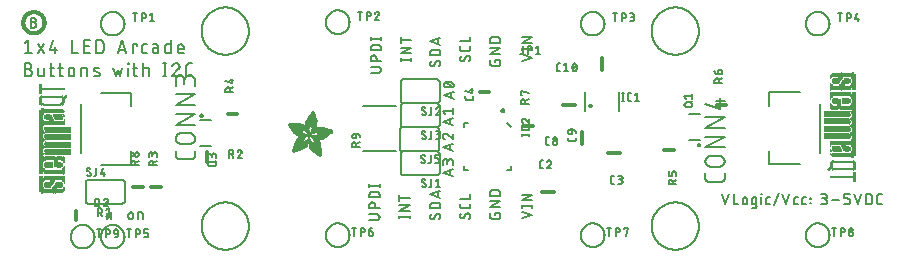
<source format=gbr>
G04 EAGLE Gerber RS-274X export*
G75*
%MOMM*%
%FSLAX34Y34*%
%LPD*%
%INSilkscreen Top*%
%IPPOS*%
%AMOC8*
5,1,8,0,0,1.08239X$1,22.5*%
G01*
%ADD10C,0.127000*%
%ADD11C,0.203200*%
%ADD12C,0.152400*%
%ADD13C,0.304800*%
%ADD14R,0.022863X0.462278*%
%ADD15R,0.022863X0.462281*%
%ADD16R,0.022863X0.436881*%
%ADD17R,0.023113X0.462278*%
%ADD18R,0.023113X0.462281*%
%ADD19R,0.023113X0.436881*%
%ADD20R,0.023116X0.462278*%
%ADD21R,0.023116X0.462281*%
%ADD22R,0.023116X0.436881*%
%ADD23R,0.023113X0.022863*%
%ADD24R,0.023116X0.091441*%
%ADD25R,0.023113X0.139700*%
%ADD26R,0.023116X0.185419*%
%ADD27R,0.023113X0.254000*%
%ADD28R,0.023113X0.299719*%
%ADD29R,0.023116X0.345438*%
%ADD30R,0.023113X0.391159*%
%ADD31R,0.023116X0.393700*%
%ADD32R,0.022863X0.325119*%
%ADD33R,0.022863X0.599438*%
%ADD34R,0.022863X0.622300*%
%ADD35R,0.022863X0.530859*%
%ADD36R,0.022863X0.439422*%
%ADD37R,0.022863X0.231138*%
%ADD38R,0.022863X0.071119*%
%ADD39R,0.022863X0.533400*%
%ADD40R,0.022863X0.208281*%
%ADD41R,0.023113X0.345441*%
%ADD42R,0.023113X0.576578*%
%ADD43R,0.023113X0.599438*%
%ADD44R,0.023113X0.508000*%
%ADD45R,0.023113X0.416563*%
%ADD46R,0.023113X0.208278*%
%ADD47R,0.023113X0.553722*%
%ADD48R,0.023113X0.208281*%
%ADD49R,0.023116X0.345441*%
%ADD50R,0.023116X0.530859*%
%ADD51R,0.023116X0.370841*%
%ADD52R,0.023116X0.162559*%
%ADD53R,0.023116X0.576581*%
%ADD54R,0.023116X0.208281*%
%ADD55R,0.023113X0.322578*%
%ADD56R,0.023113X0.485137*%
%ADD57R,0.023113X0.416559*%
%ADD58R,0.023113X0.347981*%
%ADD59R,0.023113X0.116838*%
%ADD60R,0.023113X0.647700*%
%ADD61R,0.023116X0.322581*%
%ADD62R,0.023116X0.485137*%
%ADD63R,0.023116X0.093978*%
%ADD64R,0.023116X0.231141*%
%ADD65R,0.023116X0.693419*%
%ADD66R,0.023113X0.322581*%
%ADD67R,0.023113X0.439419*%
%ADD68R,0.023113X0.370841*%
%ADD69R,0.023113X0.299722*%
%ADD70R,0.023113X0.045719*%
%ADD71R,0.023113X0.739138*%
%ADD72R,0.023113X0.414019*%
%ADD73R,0.023113X0.347978*%
%ADD74R,0.023113X0.762000*%
%ADD75R,0.023116X0.414019*%
%ADD76R,0.023116X0.182881*%
%ADD77R,0.023116X0.347978*%
%ADD78R,0.023116X0.276863*%
%ADD79R,0.023116X0.116841*%
%ADD80R,0.023116X0.276859*%
%ADD81R,0.023116X0.784863*%
%ADD82R,0.023113X0.325119*%
%ADD83R,0.023113X0.276863*%
%ADD84R,0.023113X0.276859*%
%ADD85R,0.023116X0.325119*%
%ADD86R,0.023116X0.391159*%
%ADD87R,0.023116X0.302259*%
%ADD88R,0.023116X0.254000*%
%ADD89R,0.023113X0.302259*%
%ADD90R,0.023113X0.393700*%
%ADD91R,0.023113X0.231141*%
%ADD92R,0.022863X0.302259*%
%ADD93R,0.022863X0.439419*%
%ADD94R,0.022863X0.368300*%
%ADD95R,0.022863X0.391159*%
%ADD96R,0.022863X0.416559*%
%ADD97R,0.022863X0.276863*%
%ADD98R,0.022863X0.205741*%
%ADD99R,0.023113X0.368300*%
%ADD100R,0.023113X0.205741*%
%ADD101R,0.023116X0.368300*%
%ADD102R,0.023116X0.205741*%
%ADD103R,0.023113X0.182881*%
%ADD104R,0.022863X0.276859*%
%ADD105R,0.022863X0.182881*%
%ADD106R,0.023113X0.924559*%
%ADD107R,0.023116X0.924559*%
%ADD108R,0.023113X0.901700*%
%ADD109R,0.023116X0.901700*%
%ADD110R,0.023113X0.878841*%
%ADD111R,0.023116X0.855981*%
%ADD112R,0.023113X0.833119*%
%ADD113R,0.022863X0.787400*%
%ADD114R,0.022863X0.414019*%
%ADD115R,0.022863X0.924559*%
%ADD116R,0.023113X0.739141*%
%ADD117R,0.023116X0.716281*%
%ADD118R,0.023116X0.299722*%
%ADD119R,0.023113X0.670559*%
%ADD120R,0.023116X0.647700*%
%ADD121R,0.023116X0.508000*%
%ADD122R,0.023116X0.299719*%
%ADD123R,0.023113X0.601981*%
%ADD124R,0.023113X0.530859*%
%ADD125R,0.023113X0.231138*%
%ADD126R,0.023113X0.556259*%
%ADD127R,0.023113X0.185419*%
%ADD128R,0.023116X0.533400*%
%ADD129R,0.023116X0.599438*%
%ADD130R,0.023116X0.416563*%
%ADD131R,0.023116X0.116838*%
%ADD132R,0.023113X0.485141*%
%ADD133R,0.023113X0.645159*%
%ADD134R,0.023113X0.716278*%
%ADD135R,0.022863X0.393700*%
%ADD136R,0.022863X0.762000*%
%ADD137R,0.022863X0.624841*%
%ADD138R,0.023113X0.784859*%
%ADD139R,0.023113X0.693422*%
%ADD140R,0.023116X0.830578*%
%ADD141R,0.023116X0.739141*%
%ADD142R,0.023113X0.876300*%
%ADD143R,0.023113X0.807722*%
%ADD144R,0.023116X0.899159*%
%ADD145R,0.023116X0.878841*%
%ADD146R,0.023113X0.922019*%
%ADD147R,0.023113X0.947419*%
%ADD148R,0.023116X0.970278*%
%ADD149R,0.023113X0.970278*%
%ADD150R,0.023116X0.439419*%
%ADD151R,0.022863X0.299722*%
%ADD152R,0.023116X0.416559*%
%ADD153R,0.023116X0.347981*%
%ADD154R,0.023113X0.137159*%
%ADD155R,0.023113X0.093978*%
%ADD156R,0.023113X0.091441*%
%ADD157R,0.023113X0.093981*%
%ADD158R,0.023113X0.114300*%
%ADD159R,0.023116X0.045719*%
%ADD160R,0.023116X0.045722*%
%ADD161R,0.023113X0.071119*%
%ADD162R,0.023113X0.116841*%
%ADD163R,0.023116X0.139700*%
%ADD164R,0.022863X0.322581*%
%ADD165R,0.022863X0.345441*%
%ADD166R,0.022863X0.162559*%
%ADD167R,0.022863X0.576581*%
%ADD168R,0.023113X0.668019*%
%ADD169R,0.023113X0.533400*%
%ADD170R,0.023116X1.455419*%
%ADD171R,0.023116X5.519419*%
%ADD172R,0.023113X1.455419*%
%ADD173R,0.023113X5.519419*%
%ADD174R,0.023116X5.494019*%
%ADD175R,0.023113X1.430019*%
%ADD176R,0.023113X5.494019*%
%ADD177R,0.023116X1.430019*%
%ADD178R,0.023116X5.471159*%
%ADD179R,0.023116X0.762000*%
%ADD180R,0.023113X1.407159*%
%ADD181R,0.023113X5.471159*%
%ADD182R,0.022863X1.384300*%
%ADD183R,0.022863X5.448300*%
%ADD184R,0.022863X0.716278*%
%ADD185R,0.022863X0.878841*%
%ADD186R,0.023113X1.361438*%
%ADD187R,0.023113X5.425438*%
%ADD188R,0.023116X1.338578*%
%ADD189R,0.023116X5.402578*%
%ADD190R,0.023116X0.624841*%
%ADD191R,0.023113X1.292859*%
%ADD192R,0.023113X5.356859*%
%ADD193R,0.023116X1.224278*%
%ADD194R,0.023116X5.288278*%
%ADD195R,0.127000X0.762000*%
%ADD196R,0.050800X0.006300*%
%ADD197R,0.082600X0.006400*%
%ADD198R,0.120600X0.006300*%
%ADD199R,0.139700X0.006400*%
%ADD200R,0.158800X0.006300*%
%ADD201R,0.177800X0.006400*%
%ADD202R,0.196800X0.006300*%
%ADD203R,0.215900X0.006400*%
%ADD204R,0.228600X0.006300*%
%ADD205R,0.241300X0.006400*%
%ADD206R,0.254000X0.006300*%
%ADD207R,0.266700X0.006400*%
%ADD208R,0.279400X0.006300*%
%ADD209R,0.285700X0.006400*%
%ADD210R,0.298400X0.006300*%
%ADD211R,0.311200X0.006400*%
%ADD212R,0.317500X0.006300*%
%ADD213R,0.330200X0.006400*%
%ADD214R,0.336600X0.006300*%
%ADD215R,0.349200X0.006400*%
%ADD216R,0.361900X0.006300*%
%ADD217R,0.368300X0.006400*%
%ADD218R,0.381000X0.006300*%
%ADD219R,0.387300X0.006400*%
%ADD220R,0.393700X0.006300*%
%ADD221R,0.406400X0.006400*%
%ADD222R,0.412700X0.006300*%
%ADD223R,0.419100X0.006400*%
%ADD224R,0.431800X0.006300*%
%ADD225R,0.438100X0.006400*%
%ADD226R,0.450800X0.006300*%
%ADD227R,0.457200X0.006400*%
%ADD228R,0.463500X0.006300*%
%ADD229R,0.476200X0.006400*%
%ADD230R,0.482600X0.006300*%
%ADD231R,0.488900X0.006400*%
%ADD232R,0.501600X0.006300*%
%ADD233R,0.508000X0.006400*%
%ADD234R,0.514300X0.006300*%
%ADD235R,0.527000X0.006400*%
%ADD236R,0.533400X0.006300*%
%ADD237R,0.546100X0.006400*%
%ADD238R,0.552400X0.006300*%
%ADD239R,0.558800X0.006400*%
%ADD240R,0.571500X0.006300*%
%ADD241R,0.577800X0.006400*%
%ADD242R,0.584200X0.006300*%
%ADD243R,0.596900X0.006400*%
%ADD244R,0.603200X0.006300*%
%ADD245R,0.609600X0.006400*%
%ADD246R,0.622300X0.006300*%
%ADD247R,0.628600X0.006400*%
%ADD248R,0.641300X0.006300*%
%ADD249R,0.647700X0.006400*%
%ADD250R,0.063500X0.006300*%
%ADD251R,0.654000X0.006300*%
%ADD252R,0.101600X0.006400*%
%ADD253R,0.666700X0.006400*%
%ADD254R,0.139700X0.006300*%
%ADD255R,0.673100X0.006300*%
%ADD256R,0.165100X0.006400*%
%ADD257R,0.679400X0.006400*%
%ADD258R,0.196900X0.006300*%
%ADD259R,0.692100X0.006300*%
%ADD260R,0.222200X0.006400*%
%ADD261R,0.698500X0.006400*%
%ADD262R,0.247700X0.006300*%
%ADD263R,0.704800X0.006300*%
%ADD264R,0.279400X0.006400*%
%ADD265R,0.717500X0.006400*%
%ADD266R,0.298500X0.006300*%
%ADD267R,0.723900X0.006300*%
%ADD268R,0.736600X0.006400*%
%ADD269R,0.342900X0.006300*%
%ADD270R,0.742900X0.006300*%
%ADD271R,0.374700X0.006400*%
%ADD272R,0.749300X0.006400*%
%ADD273R,0.762000X0.006300*%
%ADD274R,0.412700X0.006400*%
%ADD275R,0.768300X0.006400*%
%ADD276R,0.438100X0.006300*%
%ADD277R,0.774700X0.006300*%
%ADD278R,0.463600X0.006400*%
%ADD279R,0.787400X0.006400*%
%ADD280R,0.793700X0.006300*%
%ADD281R,0.495300X0.006400*%
%ADD282R,0.800100X0.006400*%
%ADD283R,0.520700X0.006300*%
%ADD284R,0.812800X0.006300*%
%ADD285R,0.533400X0.006400*%
%ADD286R,0.819100X0.006400*%
%ADD287R,0.558800X0.006300*%
%ADD288R,0.825500X0.006300*%
%ADD289R,0.577900X0.006400*%
%ADD290R,0.831800X0.006400*%
%ADD291R,0.596900X0.006300*%
%ADD292R,0.844500X0.006300*%
%ADD293R,0.616000X0.006400*%
%ADD294R,0.850900X0.006400*%
%ADD295R,0.635000X0.006300*%
%ADD296R,0.857200X0.006300*%
%ADD297R,0.654100X0.006400*%
%ADD298R,0.863600X0.006400*%
%ADD299R,0.666700X0.006300*%
%ADD300R,0.869900X0.006300*%
%ADD301R,0.685800X0.006400*%
%ADD302R,0.876300X0.006400*%
%ADD303R,0.882600X0.006300*%
%ADD304R,0.723900X0.006400*%
%ADD305R,0.889000X0.006400*%
%ADD306R,0.895300X0.006300*%
%ADD307R,0.755700X0.006400*%
%ADD308R,0.901700X0.006400*%
%ADD309R,0.908000X0.006300*%
%ADD310R,0.793800X0.006400*%
%ADD311R,0.914400X0.006400*%
%ADD312R,0.806400X0.006300*%
%ADD313R,0.920700X0.006300*%
%ADD314R,0.825500X0.006400*%
%ADD315R,0.927100X0.006400*%
%ADD316R,0.933400X0.006300*%
%ADD317R,0.857300X0.006400*%
%ADD318R,0.939800X0.006400*%
%ADD319R,0.870000X0.006300*%
%ADD320R,0.939800X0.006300*%
%ADD321R,0.946100X0.006400*%
%ADD322R,0.952500X0.006300*%
%ADD323R,0.908000X0.006400*%
%ADD324R,0.958800X0.006400*%
%ADD325R,0.965200X0.006300*%
%ADD326R,0.965200X0.006400*%
%ADD327R,0.971500X0.006300*%
%ADD328R,0.952500X0.006400*%
%ADD329R,0.977900X0.006400*%
%ADD330R,0.958800X0.006300*%
%ADD331R,0.984200X0.006300*%
%ADD332R,0.971500X0.006400*%
%ADD333R,0.984200X0.006400*%
%ADD334R,0.990600X0.006300*%
%ADD335R,0.984300X0.006400*%
%ADD336R,0.996900X0.006400*%
%ADD337R,0.997000X0.006300*%
%ADD338R,0.996900X0.006300*%
%ADD339R,1.003300X0.006400*%
%ADD340R,1.016000X0.006300*%
%ADD341R,1.009600X0.006300*%
%ADD342R,1.016000X0.006400*%
%ADD343R,1.009600X0.006400*%
%ADD344R,1.022300X0.006300*%
%ADD345R,1.028700X0.006400*%
%ADD346R,1.035100X0.006300*%
%ADD347R,1.047800X0.006400*%
%ADD348R,1.054100X0.006300*%
%ADD349R,1.028700X0.006300*%
%ADD350R,1.054100X0.006400*%
%ADD351R,1.035000X0.006400*%
%ADD352R,1.060400X0.006300*%
%ADD353R,1.035000X0.006300*%
%ADD354R,1.060500X0.006400*%
%ADD355R,1.041400X0.006400*%
%ADD356R,1.066800X0.006300*%
%ADD357R,1.041400X0.006300*%
%ADD358R,1.079500X0.006400*%
%ADD359R,1.047700X0.006400*%
%ADD360R,1.085900X0.006300*%
%ADD361R,1.047700X0.006300*%
%ADD362R,1.085800X0.006400*%
%ADD363R,1.092200X0.006300*%
%ADD364R,1.085900X0.006400*%
%ADD365R,1.098600X0.006300*%
%ADD366R,1.098600X0.006400*%
%ADD367R,1.060400X0.006400*%
%ADD368R,1.104900X0.006300*%
%ADD369R,1.104900X0.006400*%
%ADD370R,1.066800X0.006400*%
%ADD371R,1.111200X0.006300*%
%ADD372R,1.117600X0.006400*%
%ADD373R,1.117600X0.006300*%
%ADD374R,1.073100X0.006300*%
%ADD375R,1.073100X0.006400*%
%ADD376R,1.124000X0.006300*%
%ADD377R,1.079500X0.006300*%
%ADD378R,1.123900X0.006400*%
%ADD379R,1.130300X0.006300*%
%ADD380R,1.130300X0.006400*%
%ADD381R,1.136700X0.006400*%
%ADD382R,1.136700X0.006300*%
%ADD383R,1.085800X0.006300*%
%ADD384R,1.136600X0.006400*%
%ADD385R,1.136600X0.006300*%
%ADD386R,1.143000X0.006400*%
%ADD387R,1.143000X0.006300*%
%ADD388R,1.149400X0.006300*%
%ADD389R,1.149300X0.006300*%
%ADD390R,1.149300X0.006400*%
%ADD391R,1.149400X0.006400*%
%ADD392R,1.155700X0.006400*%
%ADD393R,1.155700X0.006300*%
%ADD394R,1.060500X0.006300*%
%ADD395R,2.197100X0.006400*%
%ADD396R,2.197100X0.006300*%
%ADD397R,2.184400X0.006300*%
%ADD398R,2.184400X0.006400*%
%ADD399R,2.171700X0.006400*%
%ADD400R,2.171700X0.006300*%
%ADD401R,1.530300X0.006400*%
%ADD402R,1.505000X0.006300*%
%ADD403R,1.492300X0.006400*%
%ADD404R,1.485900X0.006300*%
%ADD405R,0.565200X0.006300*%
%ADD406R,1.473200X0.006400*%
%ADD407R,0.565200X0.006400*%
%ADD408R,1.460500X0.006300*%
%ADD409R,1.454100X0.006400*%
%ADD410R,0.552400X0.006400*%
%ADD411R,1.441500X0.006300*%
%ADD412R,0.546100X0.006300*%
%ADD413R,1.435100X0.006400*%
%ADD414R,0.539800X0.006400*%
%ADD415R,1.428800X0.006300*%
%ADD416R,1.422400X0.006400*%
%ADD417R,1.409700X0.006300*%
%ADD418R,0.527100X0.006300*%
%ADD419R,1.403300X0.006400*%
%ADD420R,0.527100X0.006400*%
%ADD421R,1.390700X0.006300*%
%ADD422R,1.384300X0.006400*%
%ADD423R,0.520700X0.006400*%
%ADD424R,1.384300X0.006300*%
%ADD425R,0.514400X0.006300*%
%ADD426R,1.371600X0.006400*%
%ADD427R,1.365200X0.006300*%
%ADD428R,0.508000X0.006300*%
%ADD429R,1.352600X0.006400*%
%ADD430R,0.501700X0.006400*%
%ADD431R,0.711200X0.006300*%
%ADD432R,0.603300X0.006300*%
%ADD433R,0.501700X0.006300*%
%ADD434R,0.692100X0.006400*%
%ADD435R,0.571500X0.006400*%
%ADD436R,0.679400X0.006300*%
%ADD437R,0.495300X0.006300*%
%ADD438R,0.673100X0.006400*%
%ADD439R,0.666800X0.006300*%
%ADD440R,0.488900X0.006300*%
%ADD441R,0.660400X0.006400*%
%ADD442R,0.482600X0.006400*%
%ADD443R,0.476200X0.006300*%
%ADD444R,0.654000X0.006400*%
%ADD445R,0.469900X0.006400*%
%ADD446R,0.476300X0.006400*%
%ADD447R,0.647700X0.006300*%
%ADD448R,0.457200X0.006300*%
%ADD449R,0.469900X0.006300*%
%ADD450R,0.641300X0.006400*%
%ADD451R,0.444500X0.006400*%
%ADD452R,0.463600X0.006300*%
%ADD453R,0.635000X0.006400*%
%ADD454R,0.463500X0.006400*%
%ADD455R,0.393700X0.006400*%
%ADD456R,0.450800X0.006400*%
%ADD457R,0.628600X0.006300*%
%ADD458R,0.387400X0.006300*%
%ADD459R,0.450900X0.006300*%
%ADD460R,0.628700X0.006400*%
%ADD461R,0.374600X0.006400*%
%ADD462R,0.368300X0.006300*%
%ADD463R,0.438200X0.006300*%
%ADD464R,0.622300X0.006400*%
%ADD465R,0.355600X0.006400*%
%ADD466R,0.431800X0.006400*%
%ADD467R,0.349300X0.006300*%
%ADD468R,0.425400X0.006300*%
%ADD469R,0.615900X0.006300*%
%ADD470R,0.330200X0.006300*%
%ADD471R,0.419100X0.006300*%
%ADD472R,0.616000X0.006300*%
%ADD473R,0.311200X0.006300*%
%ADD474R,0.406400X0.006300*%
%ADD475R,0.615900X0.006400*%
%ADD476R,0.304800X0.006400*%
%ADD477R,0.158800X0.006400*%
%ADD478R,0.609600X0.006300*%
%ADD479R,0.292100X0.006300*%
%ADD480R,0.235000X0.006300*%
%ADD481R,0.387400X0.006400*%
%ADD482R,0.292100X0.006400*%
%ADD483R,0.336500X0.006300*%
%ADD484R,0.260400X0.006300*%
%ADD485R,0.603300X0.006400*%
%ADD486R,0.260400X0.006400*%
%ADD487R,0.362000X0.006400*%
%ADD488R,0.450900X0.006400*%
%ADD489R,0.355600X0.006300*%
%ADD490R,0.342900X0.006400*%
%ADD491R,0.514300X0.006400*%
%ADD492R,0.234900X0.006300*%
%ADD493R,0.539700X0.006300*%
%ADD494R,0.603200X0.006400*%
%ADD495R,0.234900X0.006400*%
%ADD496R,0.920700X0.006400*%
%ADD497R,0.958900X0.006400*%
%ADD498R,0.215900X0.006300*%
%ADD499R,0.209600X0.006400*%
%ADD500R,0.203200X0.006300*%
%ADD501R,1.003300X0.006300*%
%ADD502R,0.203200X0.006400*%
%ADD503R,0.196900X0.006400*%
%ADD504R,0.190500X0.006300*%
%ADD505R,0.190500X0.006400*%
%ADD506R,0.184200X0.006300*%
%ADD507R,0.590500X0.006400*%
%ADD508R,0.184200X0.006400*%
%ADD509R,0.590500X0.006300*%
%ADD510R,0.177800X0.006300*%
%ADD511R,0.584200X0.006400*%
%ADD512R,1.168400X0.006400*%
%ADD513R,0.171500X0.006300*%
%ADD514R,1.187500X0.006300*%
%ADD515R,1.200100X0.006400*%
%ADD516R,0.577800X0.006300*%
%ADD517R,1.212900X0.006300*%
%ADD518R,1.231900X0.006400*%
%ADD519R,1.250900X0.006300*%
%ADD520R,0.565100X0.006400*%
%ADD521R,0.184100X0.006400*%
%ADD522R,1.263700X0.006400*%
%ADD523R,0.565100X0.006300*%
%ADD524R,1.289100X0.006300*%
%ADD525R,1.314400X0.006400*%
%ADD526R,0.552500X0.006300*%
%ADD527R,1.568500X0.006300*%
%ADD528R,0.552500X0.006400*%
%ADD529R,1.581200X0.006400*%
%ADD530R,1.593800X0.006300*%
%ADD531R,1.606500X0.006400*%
%ADD532R,1.619300X0.006300*%
%ADD533R,0.514400X0.006400*%
%ADD534R,1.638300X0.006400*%
%ADD535R,1.657300X0.006300*%
%ADD536R,2.209800X0.006400*%
%ADD537R,2.425700X0.006300*%
%ADD538R,2.470100X0.006400*%
%ADD539R,2.501900X0.006300*%
%ADD540R,2.533700X0.006400*%
%ADD541R,2.559000X0.006300*%
%ADD542R,2.584500X0.006400*%
%ADD543R,2.609900X0.006300*%
%ADD544R,2.628900X0.006400*%
%ADD545R,2.660600X0.006300*%
%ADD546R,2.673400X0.006400*%
%ADD547R,1.422400X0.006300*%
%ADD548R,1.200200X0.006300*%
%ADD549R,1.365300X0.006300*%
%ADD550R,1.365300X0.006400*%
%ADD551R,1.352500X0.006300*%
%ADD552R,1.098500X0.006300*%
%ADD553R,1.358900X0.006400*%
%ADD554R,1.352600X0.006300*%
%ADD555R,1.358900X0.006300*%
%ADD556R,1.371600X0.006300*%
%ADD557R,1.377900X0.006400*%
%ADD558R,1.397000X0.006400*%
%ADD559R,1.403300X0.006300*%
%ADD560R,0.914400X0.006300*%
%ADD561R,0.876300X0.006300*%
%ADD562R,0.374600X0.006300*%
%ADD563R,1.073200X0.006400*%
%ADD564R,0.374700X0.006300*%
%ADD565R,0.844600X0.006400*%
%ADD566R,0.844600X0.006300*%
%ADD567R,0.831900X0.006400*%
%ADD568R,1.092200X0.006400*%
%ADD569R,0.400000X0.006300*%
%ADD570R,0.819200X0.006400*%
%ADD571R,1.111300X0.006400*%
%ADD572R,0.812800X0.006400*%
%ADD573R,0.800100X0.006300*%
%ADD574R,0.476300X0.006300*%
%ADD575R,1.181100X0.006300*%
%ADD576R,0.501600X0.006400*%
%ADD577R,1.193800X0.006400*%
%ADD578R,0.781000X0.006400*%
%ADD579R,1.238200X0.006400*%
%ADD580R,0.781100X0.006300*%
%ADD581R,1.257300X0.006300*%
%ADD582R,1.295400X0.006400*%
%ADD583R,1.333500X0.006300*%
%ADD584R,0.774700X0.006400*%
%ADD585R,1.866900X0.006400*%
%ADD586R,0.209600X0.006300*%
%ADD587R,1.866900X0.006300*%
%ADD588R,0.768400X0.006400*%
%ADD589R,0.209500X0.006400*%
%ADD590R,1.860600X0.006400*%
%ADD591R,0.762000X0.006400*%
%ADD592R,0.768400X0.006300*%
%ADD593R,1.860600X0.006300*%
%ADD594R,1.860500X0.006400*%
%ADD595R,0.222300X0.006300*%
%ADD596R,1.854200X0.006300*%
%ADD597R,0.235000X0.006400*%
%ADD598R,1.854200X0.006400*%
%ADD599R,0.768300X0.006300*%
%ADD600R,0.260300X0.006400*%
%ADD601R,1.847800X0.006400*%
%ADD602R,0.266700X0.006300*%
%ADD603R,1.847800X0.006300*%
%ADD604R,0.273100X0.006400*%
%ADD605R,1.841500X0.006400*%
%ADD606R,0.285800X0.006300*%
%ADD607R,1.841500X0.006300*%
%ADD608R,0.298500X0.006400*%
%ADD609R,1.835100X0.006400*%
%ADD610R,0.781000X0.006300*%
%ADD611R,0.304800X0.006300*%
%ADD612R,1.835100X0.006300*%
%ADD613R,0.317500X0.006400*%
%ADD614R,1.828800X0.006400*%
%ADD615R,0.787400X0.006300*%
%ADD616R,0.323800X0.006300*%
%ADD617R,1.828800X0.006300*%
%ADD618R,0.793700X0.006400*%
%ADD619R,1.822400X0.006400*%
%ADD620R,0.806500X0.006300*%
%ADD621R,1.822400X0.006300*%
%ADD622R,1.816100X0.006400*%
%ADD623R,0.819100X0.006300*%
%ADD624R,0.387300X0.006300*%
%ADD625R,1.816100X0.006300*%
%ADD626R,1.809800X0.006400*%
%ADD627R,1.803400X0.006300*%
%ADD628R,1.797000X0.006400*%
%ADD629R,0.901700X0.006300*%
%ADD630R,1.797000X0.006300*%
%ADD631R,1.441400X0.006400*%
%ADD632R,1.790700X0.006400*%
%ADD633R,1.447800X0.006300*%
%ADD634R,1.784300X0.006300*%
%ADD635R,1.447800X0.006400*%
%ADD636R,1.784300X0.006400*%
%ADD637R,1.454100X0.006300*%
%ADD638R,1.771700X0.006300*%
%ADD639R,1.460500X0.006400*%
%ADD640R,1.759000X0.006400*%
%ADD641R,1.466800X0.006300*%
%ADD642R,1.752600X0.006300*%
%ADD643R,1.466800X0.006400*%
%ADD644R,1.739900X0.006400*%
%ADD645R,1.473200X0.006300*%
%ADD646R,1.727200X0.006300*%
%ADD647R,1.479500X0.006400*%
%ADD648R,1.714500X0.006400*%
%ADD649R,1.695400X0.006300*%
%ADD650R,1.485900X0.006400*%
%ADD651R,1.682700X0.006400*%
%ADD652R,1.492200X0.006300*%
%ADD653R,1.663700X0.006300*%
%ADD654R,1.498600X0.006400*%
%ADD655R,1.644600X0.006400*%
%ADD656R,1.498600X0.006300*%
%ADD657R,1.619200X0.006300*%
%ADD658R,1.511300X0.006400*%
%ADD659R,1.600200X0.006400*%
%ADD660R,1.517700X0.006300*%
%ADD661R,1.574800X0.006300*%
%ADD662R,1.524000X0.006400*%
%ADD663R,1.555800X0.006400*%
%ADD664R,1.524000X0.006300*%
%ADD665R,1.536700X0.006300*%
%ADD666R,1.530400X0.006400*%
%ADD667R,1.517700X0.006400*%
%ADD668R,1.492300X0.006300*%
%ADD669R,1.549400X0.006400*%
%ADD670R,1.479600X0.006400*%
%ADD671R,1.549400X0.006300*%
%ADD672R,1.555700X0.006400*%
%ADD673R,1.562100X0.006300*%
%ADD674R,0.323900X0.006300*%
%ADD675R,1.568400X0.006400*%
%ADD676R,0.336600X0.006400*%
%ADD677R,1.587500X0.006300*%
%ADD678R,0.971600X0.006300*%
%ADD679R,0.349300X0.006400*%
%ADD680R,1.600200X0.006300*%
%ADD681R,0.920800X0.006300*%
%ADD682R,0.882700X0.006400*%
%ADD683R,1.612900X0.006300*%
%ADD684R,0.362000X0.006300*%
%ADD685R,1.625600X0.006400*%
%ADD686R,1.625600X0.006300*%
%ADD687R,1.644600X0.006300*%
%ADD688R,0.736600X0.006300*%
%ADD689R,0.717600X0.006400*%
%ADD690R,1.657400X0.006300*%
%ADD691R,0.679500X0.006300*%
%ADD692R,1.663700X0.006400*%
%ADD693R,0.400000X0.006400*%
%ADD694R,1.676400X0.006300*%
%ADD695R,1.676400X0.006400*%
%ADD696R,0.425500X0.006400*%
%ADD697R,1.352500X0.006400*%
%ADD698R,0.444500X0.006300*%
%ADD699R,0.361900X0.006400*%
%ADD700R,0.088900X0.006300*%
%ADD701R,1.009700X0.006300*%
%ADD702R,1.009700X0.006400*%
%ADD703R,1.022300X0.006400*%
%ADD704R,1.346200X0.006400*%
%ADD705R,1.346200X0.006300*%
%ADD706R,1.339900X0.006400*%
%ADD707R,1.035100X0.006400*%
%ADD708R,1.339800X0.006300*%
%ADD709R,1.333500X0.006400*%
%ADD710R,1.327200X0.006400*%
%ADD711R,1.320800X0.006300*%
%ADD712R,1.314500X0.006400*%
%ADD713R,1.314400X0.006300*%
%ADD714R,1.301700X0.006400*%
%ADD715R,1.295400X0.006300*%
%ADD716R,1.289000X0.006400*%
%ADD717R,1.276300X0.006300*%
%ADD718R,1.251000X0.006300*%
%ADD719R,1.244600X0.006400*%
%ADD720R,1.231900X0.006300*%
%ADD721R,1.212800X0.006400*%
%ADD722R,1.200100X0.006300*%
%ADD723R,1.187400X0.006400*%
%ADD724R,1.168400X0.006300*%
%ADD725R,1.047800X0.006300*%
%ADD726R,0.977900X0.006300*%
%ADD727R,0.946200X0.006400*%
%ADD728R,0.933400X0.006400*%
%ADD729R,0.895300X0.006400*%
%ADD730R,0.882700X0.006300*%
%ADD731R,0.863600X0.006300*%
%ADD732R,0.857200X0.006400*%
%ADD733R,0.850900X0.006300*%
%ADD734R,0.838200X0.006300*%
%ADD735R,0.806500X0.006400*%
%ADD736R,0.717600X0.006300*%
%ADD737R,0.711200X0.006400*%
%ADD738R,0.641400X0.006400*%
%ADD739R,0.641400X0.006300*%
%ADD740R,0.628700X0.006300*%
%ADD741R,0.590600X0.006300*%
%ADD742R,0.539700X0.006400*%
%ADD743R,0.285700X0.006300*%
%ADD744R,0.222200X0.006300*%
%ADD745R,0.171400X0.006300*%
%ADD746R,0.152400X0.006400*%
%ADD747R,0.133400X0.006300*%

G36*
X-290634Y-77589D02*
X-290634Y-77589D01*
X-290605Y-77590D01*
X-290515Y-77563D01*
X-290423Y-77543D01*
X-290398Y-77528D01*
X-290369Y-77519D01*
X-290227Y-77429D01*
X-287052Y-74889D01*
X-286983Y-74812D01*
X-286910Y-74739D01*
X-286901Y-74722D01*
X-286888Y-74707D01*
X-286846Y-74611D01*
X-286800Y-74519D01*
X-286798Y-74499D01*
X-286790Y-74481D01*
X-286781Y-74378D01*
X-286767Y-74275D01*
X-286771Y-74256D01*
X-286769Y-74236D01*
X-286794Y-74135D01*
X-286813Y-74033D01*
X-286823Y-74016D01*
X-286827Y-73997D01*
X-286883Y-73910D01*
X-286934Y-73819D01*
X-286951Y-73802D01*
X-286959Y-73789D01*
X-286984Y-73769D01*
X-287052Y-73701D01*
X-290227Y-71161D01*
X-290253Y-71146D01*
X-290275Y-71126D01*
X-290360Y-71086D01*
X-290442Y-71040D01*
X-290471Y-71034D01*
X-290498Y-71022D01*
X-290591Y-71012D01*
X-290683Y-70994D01*
X-290713Y-70998D01*
X-290742Y-70995D01*
X-290834Y-71015D01*
X-290927Y-71028D01*
X-290954Y-71041D01*
X-290983Y-71047D01*
X-291063Y-71095D01*
X-291147Y-71137D01*
X-291168Y-71158D01*
X-291194Y-71173D01*
X-291255Y-71245D01*
X-291321Y-71311D01*
X-291334Y-71337D01*
X-291354Y-71360D01*
X-291389Y-71447D01*
X-291431Y-71531D01*
X-291435Y-71561D01*
X-291446Y-71588D01*
X-291464Y-71755D01*
X-291464Y-76835D01*
X-291459Y-76864D01*
X-291462Y-76894D01*
X-291440Y-76985D01*
X-291425Y-77078D01*
X-291411Y-77104D01*
X-291404Y-77133D01*
X-291353Y-77212D01*
X-291309Y-77295D01*
X-291288Y-77316D01*
X-291272Y-77341D01*
X-291199Y-77400D01*
X-291131Y-77465D01*
X-291104Y-77477D01*
X-291081Y-77496D01*
X-290993Y-77529D01*
X-290908Y-77568D01*
X-290878Y-77571D01*
X-290851Y-77582D01*
X-290757Y-77585D01*
X-290664Y-77595D01*
X-290634Y-77589D01*
G37*
D10*
X-272415Y-74859D02*
X-272415Y-72884D01*
X-272413Y-72797D01*
X-272407Y-72709D01*
X-272398Y-72622D01*
X-272384Y-72536D01*
X-272367Y-72450D01*
X-272346Y-72366D01*
X-272321Y-72282D01*
X-272292Y-72199D01*
X-272260Y-72118D01*
X-272225Y-72038D01*
X-272186Y-71960D01*
X-272143Y-71883D01*
X-272097Y-71809D01*
X-272048Y-71737D01*
X-271996Y-71667D01*
X-271940Y-71599D01*
X-271882Y-71534D01*
X-271821Y-71471D01*
X-271757Y-71412D01*
X-271690Y-71355D01*
X-271622Y-71301D01*
X-271550Y-71250D01*
X-271477Y-71203D01*
X-271402Y-71158D01*
X-271324Y-71117D01*
X-271245Y-71080D01*
X-271165Y-71046D01*
X-271083Y-71016D01*
X-271000Y-70989D01*
X-270915Y-70966D01*
X-270830Y-70947D01*
X-270744Y-70932D01*
X-270657Y-70920D01*
X-270570Y-70912D01*
X-270483Y-70908D01*
X-270395Y-70908D01*
X-270308Y-70912D01*
X-270221Y-70920D01*
X-270134Y-70932D01*
X-270048Y-70947D01*
X-269963Y-70966D01*
X-269878Y-70989D01*
X-269795Y-71016D01*
X-269713Y-71046D01*
X-269633Y-71080D01*
X-269554Y-71117D01*
X-269476Y-71158D01*
X-269401Y-71203D01*
X-269328Y-71250D01*
X-269256Y-71301D01*
X-269188Y-71355D01*
X-269121Y-71412D01*
X-269057Y-71471D01*
X-268996Y-71534D01*
X-268938Y-71599D01*
X-268882Y-71667D01*
X-268830Y-71737D01*
X-268781Y-71809D01*
X-268735Y-71883D01*
X-268692Y-71960D01*
X-268653Y-72038D01*
X-268618Y-72118D01*
X-268586Y-72199D01*
X-268557Y-72282D01*
X-268532Y-72366D01*
X-268511Y-72450D01*
X-268494Y-72536D01*
X-268480Y-72622D01*
X-268471Y-72709D01*
X-268465Y-72797D01*
X-268463Y-72884D01*
X-268464Y-72884D02*
X-268464Y-74859D01*
X-268463Y-74859D02*
X-268465Y-74946D01*
X-268471Y-75034D01*
X-268480Y-75121D01*
X-268494Y-75207D01*
X-268511Y-75293D01*
X-268532Y-75377D01*
X-268557Y-75461D01*
X-268586Y-75544D01*
X-268618Y-75625D01*
X-268653Y-75705D01*
X-268692Y-75783D01*
X-268735Y-75860D01*
X-268781Y-75934D01*
X-268830Y-76006D01*
X-268882Y-76076D01*
X-268938Y-76144D01*
X-268996Y-76209D01*
X-269057Y-76272D01*
X-269121Y-76331D01*
X-269188Y-76388D01*
X-269256Y-76442D01*
X-269328Y-76493D01*
X-269401Y-76540D01*
X-269476Y-76585D01*
X-269554Y-76626D01*
X-269633Y-76663D01*
X-269713Y-76697D01*
X-269795Y-76727D01*
X-269878Y-76754D01*
X-269963Y-76777D01*
X-270048Y-76796D01*
X-270134Y-76811D01*
X-270221Y-76823D01*
X-270308Y-76831D01*
X-270395Y-76835D01*
X-270483Y-76835D01*
X-270570Y-76831D01*
X-270657Y-76823D01*
X-270744Y-76811D01*
X-270830Y-76796D01*
X-270915Y-76777D01*
X-271000Y-76754D01*
X-271083Y-76727D01*
X-271165Y-76697D01*
X-271245Y-76663D01*
X-271324Y-76626D01*
X-271402Y-76585D01*
X-271477Y-76540D01*
X-271550Y-76493D01*
X-271622Y-76442D01*
X-271690Y-76388D01*
X-271757Y-76331D01*
X-271821Y-76272D01*
X-271882Y-76209D01*
X-271940Y-76144D01*
X-271996Y-76076D01*
X-272048Y-76006D01*
X-272097Y-75934D01*
X-272143Y-75860D01*
X-272186Y-75783D01*
X-272225Y-75705D01*
X-272260Y-75625D01*
X-272292Y-75544D01*
X-272321Y-75461D01*
X-272346Y-75377D01*
X-272367Y-75293D01*
X-272384Y-75207D01*
X-272398Y-75121D01*
X-272407Y-75034D01*
X-272413Y-74946D01*
X-272415Y-74859D01*
X-264185Y-76835D02*
X-264185Y-70908D01*
X-261716Y-70908D01*
X-261641Y-70910D01*
X-261566Y-70916D01*
X-261492Y-70925D01*
X-261418Y-70938D01*
X-261345Y-70955D01*
X-261272Y-70976D01*
X-261201Y-71000D01*
X-261132Y-71028D01*
X-261063Y-71059D01*
X-260997Y-71094D01*
X-260932Y-71132D01*
X-260869Y-71174D01*
X-260809Y-71218D01*
X-260751Y-71266D01*
X-260695Y-71316D01*
X-260642Y-71369D01*
X-260592Y-71425D01*
X-260544Y-71483D01*
X-260500Y-71543D01*
X-260458Y-71606D01*
X-260420Y-71671D01*
X-260385Y-71737D01*
X-260354Y-71806D01*
X-260326Y-71875D01*
X-260302Y-71946D01*
X-260281Y-72019D01*
X-260264Y-72092D01*
X-260251Y-72166D01*
X-260242Y-72240D01*
X-260236Y-72315D01*
X-260234Y-72390D01*
X-260234Y-76835D01*
D11*
X-360299Y72700D02*
X-357195Y75184D01*
X-357195Y64008D01*
X-360299Y64008D02*
X-354090Y64008D01*
X-348980Y64008D02*
X-344013Y71459D01*
X-348980Y71459D02*
X-344013Y64008D01*
X-338902Y66492D02*
X-336419Y75184D01*
X-338902Y66492D02*
X-332693Y66492D01*
X-334556Y68975D02*
X-334556Y64008D01*
X-320245Y64008D02*
X-320245Y75184D01*
X-320245Y64008D02*
X-315277Y64008D01*
X-309942Y64008D02*
X-304975Y64008D01*
X-309942Y64008D02*
X-309942Y75184D01*
X-304975Y75184D01*
X-306217Y70217D02*
X-309942Y70217D01*
X-299674Y75184D02*
X-299674Y64008D01*
X-299674Y75184D02*
X-296570Y75184D01*
X-296459Y75182D01*
X-296349Y75176D01*
X-296238Y75166D01*
X-296128Y75152D01*
X-296019Y75135D01*
X-295910Y75113D01*
X-295802Y75088D01*
X-295696Y75058D01*
X-295590Y75025D01*
X-295485Y74988D01*
X-295382Y74948D01*
X-295281Y74903D01*
X-295181Y74856D01*
X-295082Y74804D01*
X-294986Y74749D01*
X-294892Y74691D01*
X-294800Y74630D01*
X-294710Y74565D01*
X-294622Y74497D01*
X-294537Y74426D01*
X-294455Y74352D01*
X-294375Y74275D01*
X-294298Y74195D01*
X-294224Y74113D01*
X-294153Y74028D01*
X-294085Y73940D01*
X-294020Y73850D01*
X-293959Y73758D01*
X-293901Y73664D01*
X-293846Y73568D01*
X-293794Y73469D01*
X-293747Y73369D01*
X-293702Y73268D01*
X-293662Y73165D01*
X-293625Y73060D01*
X-293592Y72954D01*
X-293562Y72848D01*
X-293537Y72740D01*
X-293515Y72631D01*
X-293498Y72522D01*
X-293484Y72412D01*
X-293474Y72301D01*
X-293468Y72191D01*
X-293466Y72080D01*
X-293466Y67112D01*
X-293468Y67001D01*
X-293474Y66891D01*
X-293484Y66780D01*
X-293498Y66670D01*
X-293515Y66561D01*
X-293537Y66452D01*
X-293562Y66344D01*
X-293592Y66238D01*
X-293625Y66132D01*
X-293662Y66027D01*
X-293702Y65924D01*
X-293747Y65823D01*
X-293794Y65723D01*
X-293846Y65624D01*
X-293901Y65528D01*
X-293959Y65434D01*
X-294020Y65342D01*
X-294085Y65252D01*
X-294153Y65164D01*
X-294224Y65079D01*
X-294298Y64997D01*
X-294375Y64917D01*
X-294455Y64840D01*
X-294537Y64766D01*
X-294622Y64695D01*
X-294710Y64627D01*
X-294800Y64562D01*
X-294892Y64501D01*
X-294986Y64443D01*
X-295082Y64388D01*
X-295181Y64336D01*
X-295281Y64289D01*
X-295382Y64244D01*
X-295485Y64204D01*
X-295590Y64167D01*
X-295696Y64134D01*
X-295802Y64104D01*
X-295910Y64079D01*
X-296019Y64057D01*
X-296128Y64040D01*
X-296238Y64026D01*
X-296349Y64016D01*
X-296459Y64010D01*
X-296570Y64008D01*
X-299674Y64008D01*
X-281672Y64008D02*
X-277947Y75184D01*
X-274221Y64008D01*
X-275153Y66802D02*
X-280741Y66802D01*
X-268838Y64008D02*
X-268838Y71459D01*
X-265113Y71459D01*
X-265113Y70217D01*
X-259132Y64008D02*
X-256648Y64008D01*
X-259132Y64008D02*
X-259216Y64010D01*
X-259299Y64016D01*
X-259382Y64025D01*
X-259465Y64038D01*
X-259547Y64055D01*
X-259628Y64075D01*
X-259708Y64099D01*
X-259787Y64127D01*
X-259864Y64158D01*
X-259940Y64192D01*
X-260015Y64230D01*
X-260088Y64272D01*
X-260158Y64316D01*
X-260227Y64364D01*
X-260294Y64414D01*
X-260358Y64468D01*
X-260419Y64524D01*
X-260479Y64584D01*
X-260535Y64645D01*
X-260589Y64709D01*
X-260639Y64776D01*
X-260687Y64845D01*
X-260731Y64915D01*
X-260773Y64988D01*
X-260811Y65063D01*
X-260845Y65139D01*
X-260876Y65216D01*
X-260904Y65295D01*
X-260928Y65375D01*
X-260948Y65456D01*
X-260965Y65538D01*
X-260978Y65621D01*
X-260988Y65704D01*
X-260993Y65787D01*
X-260995Y65871D01*
X-260994Y65871D02*
X-260994Y69596D01*
X-260995Y69596D02*
X-260993Y69680D01*
X-260988Y69763D01*
X-260978Y69846D01*
X-260965Y69929D01*
X-260948Y70011D01*
X-260928Y70092D01*
X-260904Y70172D01*
X-260876Y70251D01*
X-260845Y70328D01*
X-260811Y70404D01*
X-260773Y70479D01*
X-260731Y70552D01*
X-260687Y70622D01*
X-260639Y70691D01*
X-260589Y70758D01*
X-260535Y70822D01*
X-260479Y70883D01*
X-260419Y70943D01*
X-260358Y70999D01*
X-260294Y71053D01*
X-260227Y71103D01*
X-260158Y71151D01*
X-260088Y71195D01*
X-260015Y71237D01*
X-259940Y71275D01*
X-259864Y71309D01*
X-259787Y71340D01*
X-259708Y71368D01*
X-259628Y71392D01*
X-259547Y71412D01*
X-259465Y71429D01*
X-259382Y71442D01*
X-259299Y71452D01*
X-259216Y71457D01*
X-259132Y71459D01*
X-256648Y71459D01*
X-249818Y68354D02*
X-247024Y68354D01*
X-249818Y68354D02*
X-249910Y68352D01*
X-250002Y68346D01*
X-250094Y68336D01*
X-250185Y68323D01*
X-250276Y68305D01*
X-250366Y68284D01*
X-250454Y68259D01*
X-250542Y68230D01*
X-250628Y68197D01*
X-250713Y68161D01*
X-250796Y68121D01*
X-250878Y68078D01*
X-250957Y68031D01*
X-251035Y67981D01*
X-251110Y67928D01*
X-251183Y67872D01*
X-251254Y67812D01*
X-251322Y67750D01*
X-251387Y67685D01*
X-251449Y67617D01*
X-251509Y67546D01*
X-251565Y67473D01*
X-251618Y67398D01*
X-251668Y67320D01*
X-251715Y67241D01*
X-251758Y67159D01*
X-251798Y67076D01*
X-251834Y66991D01*
X-251867Y66905D01*
X-251896Y66817D01*
X-251921Y66729D01*
X-251942Y66639D01*
X-251960Y66548D01*
X-251973Y66457D01*
X-251983Y66365D01*
X-251989Y66273D01*
X-251991Y66181D01*
X-251989Y66089D01*
X-251983Y65997D01*
X-251973Y65905D01*
X-251960Y65814D01*
X-251942Y65723D01*
X-251921Y65633D01*
X-251896Y65545D01*
X-251867Y65457D01*
X-251834Y65371D01*
X-251798Y65286D01*
X-251758Y65203D01*
X-251715Y65121D01*
X-251668Y65042D01*
X-251618Y64964D01*
X-251565Y64889D01*
X-251509Y64816D01*
X-251449Y64745D01*
X-251387Y64677D01*
X-251322Y64612D01*
X-251254Y64550D01*
X-251183Y64490D01*
X-251110Y64434D01*
X-251035Y64381D01*
X-250957Y64331D01*
X-250878Y64284D01*
X-250796Y64241D01*
X-250713Y64201D01*
X-250628Y64165D01*
X-250542Y64132D01*
X-250454Y64103D01*
X-250366Y64078D01*
X-250276Y64057D01*
X-250185Y64039D01*
X-250094Y64026D01*
X-250002Y64016D01*
X-249910Y64010D01*
X-249818Y64008D01*
X-247024Y64008D01*
X-247024Y69596D01*
X-247023Y69596D02*
X-247025Y69680D01*
X-247031Y69763D01*
X-247040Y69846D01*
X-247053Y69929D01*
X-247070Y70011D01*
X-247090Y70092D01*
X-247114Y70172D01*
X-247142Y70251D01*
X-247173Y70328D01*
X-247207Y70404D01*
X-247245Y70479D01*
X-247287Y70552D01*
X-247331Y70622D01*
X-247379Y70691D01*
X-247429Y70758D01*
X-247483Y70822D01*
X-247539Y70883D01*
X-247599Y70943D01*
X-247660Y70999D01*
X-247724Y71053D01*
X-247791Y71103D01*
X-247860Y71151D01*
X-247930Y71195D01*
X-248003Y71237D01*
X-248078Y71275D01*
X-248154Y71309D01*
X-248231Y71340D01*
X-248310Y71368D01*
X-248390Y71392D01*
X-248471Y71412D01*
X-248553Y71429D01*
X-248636Y71442D01*
X-248719Y71452D01*
X-248802Y71457D01*
X-248886Y71459D01*
X-251370Y71459D01*
X-236325Y75184D02*
X-236325Y64008D01*
X-239430Y64008D01*
X-239514Y64010D01*
X-239597Y64016D01*
X-239680Y64025D01*
X-239763Y64038D01*
X-239845Y64055D01*
X-239926Y64075D01*
X-240006Y64099D01*
X-240085Y64127D01*
X-240162Y64158D01*
X-240238Y64192D01*
X-240313Y64230D01*
X-240386Y64272D01*
X-240456Y64316D01*
X-240525Y64364D01*
X-240592Y64414D01*
X-240656Y64468D01*
X-240717Y64524D01*
X-240777Y64584D01*
X-240833Y64645D01*
X-240887Y64709D01*
X-240937Y64776D01*
X-240985Y64845D01*
X-241029Y64915D01*
X-241071Y64988D01*
X-241109Y65063D01*
X-241143Y65139D01*
X-241174Y65216D01*
X-241202Y65295D01*
X-241226Y65375D01*
X-241246Y65456D01*
X-241263Y65538D01*
X-241276Y65621D01*
X-241286Y65704D01*
X-241291Y65787D01*
X-241293Y65871D01*
X-241292Y65871D02*
X-241292Y69596D01*
X-241293Y69596D02*
X-241291Y69680D01*
X-241286Y69763D01*
X-241276Y69846D01*
X-241263Y69929D01*
X-241246Y70011D01*
X-241226Y70092D01*
X-241202Y70172D01*
X-241174Y70251D01*
X-241143Y70328D01*
X-241109Y70404D01*
X-241071Y70479D01*
X-241029Y70552D01*
X-240985Y70622D01*
X-240937Y70691D01*
X-240887Y70758D01*
X-240833Y70822D01*
X-240777Y70883D01*
X-240717Y70943D01*
X-240656Y70999D01*
X-240592Y71053D01*
X-240525Y71103D01*
X-240456Y71151D01*
X-240386Y71195D01*
X-240313Y71237D01*
X-240238Y71275D01*
X-240162Y71309D01*
X-240085Y71340D01*
X-240006Y71368D01*
X-239926Y71392D01*
X-239845Y71412D01*
X-239763Y71429D01*
X-239680Y71442D01*
X-239597Y71452D01*
X-239514Y71457D01*
X-239430Y71459D01*
X-236325Y71459D01*
X-228642Y64008D02*
X-225537Y64008D01*
X-228642Y64008D02*
X-228726Y64010D01*
X-228809Y64016D01*
X-228892Y64025D01*
X-228975Y64038D01*
X-229057Y64055D01*
X-229138Y64075D01*
X-229218Y64099D01*
X-229297Y64127D01*
X-229374Y64158D01*
X-229450Y64192D01*
X-229525Y64230D01*
X-229598Y64272D01*
X-229668Y64316D01*
X-229737Y64364D01*
X-229804Y64414D01*
X-229868Y64468D01*
X-229929Y64524D01*
X-229989Y64584D01*
X-230045Y64645D01*
X-230099Y64709D01*
X-230149Y64776D01*
X-230197Y64845D01*
X-230241Y64915D01*
X-230283Y64988D01*
X-230321Y65063D01*
X-230355Y65139D01*
X-230386Y65216D01*
X-230414Y65295D01*
X-230438Y65375D01*
X-230458Y65456D01*
X-230475Y65538D01*
X-230488Y65621D01*
X-230498Y65704D01*
X-230503Y65787D01*
X-230505Y65871D01*
X-230504Y65871D02*
X-230504Y68975D01*
X-230505Y68975D02*
X-230503Y69074D01*
X-230497Y69172D01*
X-230487Y69271D01*
X-230474Y69368D01*
X-230456Y69466D01*
X-230435Y69562D01*
X-230409Y69658D01*
X-230380Y69752D01*
X-230348Y69845D01*
X-230311Y69937D01*
X-230271Y70027D01*
X-230227Y70116D01*
X-230180Y70203D01*
X-230130Y70288D01*
X-230076Y70370D01*
X-230019Y70451D01*
X-229959Y70529D01*
X-229895Y70605D01*
X-229829Y70678D01*
X-229760Y70749D01*
X-229688Y70817D01*
X-229613Y70881D01*
X-229536Y70943D01*
X-229457Y71002D01*
X-229375Y71057D01*
X-229291Y71110D01*
X-229206Y71158D01*
X-229118Y71204D01*
X-229028Y71246D01*
X-228937Y71284D01*
X-228845Y71318D01*
X-228751Y71349D01*
X-228656Y71376D01*
X-228560Y71400D01*
X-228463Y71419D01*
X-228366Y71435D01*
X-228268Y71447D01*
X-228169Y71455D01*
X-228070Y71459D01*
X-227972Y71459D01*
X-227873Y71455D01*
X-227774Y71447D01*
X-227676Y71435D01*
X-227579Y71419D01*
X-227482Y71400D01*
X-227386Y71376D01*
X-227291Y71349D01*
X-227197Y71318D01*
X-227105Y71284D01*
X-227014Y71246D01*
X-226924Y71204D01*
X-226836Y71158D01*
X-226751Y71110D01*
X-226667Y71057D01*
X-226585Y71002D01*
X-226506Y70943D01*
X-226429Y70881D01*
X-226354Y70817D01*
X-226282Y70749D01*
X-226213Y70678D01*
X-226147Y70605D01*
X-226083Y70529D01*
X-226023Y70451D01*
X-225966Y70370D01*
X-225912Y70288D01*
X-225862Y70203D01*
X-225815Y70116D01*
X-225771Y70027D01*
X-225731Y69937D01*
X-225694Y69845D01*
X-225662Y69752D01*
X-225633Y69658D01*
X-225607Y69562D01*
X-225586Y69466D01*
X-225568Y69368D01*
X-225555Y69271D01*
X-225545Y69172D01*
X-225539Y69074D01*
X-225537Y68975D01*
X-225537Y67733D01*
X-230504Y67733D01*
X-357195Y50405D02*
X-360299Y50405D01*
X-357195Y50404D02*
X-357084Y50402D01*
X-356974Y50396D01*
X-356863Y50386D01*
X-356753Y50372D01*
X-356644Y50355D01*
X-356535Y50333D01*
X-356427Y50308D01*
X-356321Y50278D01*
X-356215Y50245D01*
X-356110Y50208D01*
X-356007Y50168D01*
X-355906Y50123D01*
X-355806Y50076D01*
X-355707Y50024D01*
X-355611Y49969D01*
X-355517Y49911D01*
X-355425Y49850D01*
X-355335Y49785D01*
X-355247Y49717D01*
X-355162Y49646D01*
X-355080Y49572D01*
X-355000Y49495D01*
X-354923Y49415D01*
X-354849Y49333D01*
X-354778Y49248D01*
X-354710Y49160D01*
X-354645Y49070D01*
X-354584Y48978D01*
X-354526Y48884D01*
X-354471Y48788D01*
X-354419Y48689D01*
X-354372Y48589D01*
X-354327Y48488D01*
X-354287Y48385D01*
X-354250Y48280D01*
X-354217Y48174D01*
X-354187Y48068D01*
X-354162Y47960D01*
X-354140Y47851D01*
X-354123Y47742D01*
X-354109Y47632D01*
X-354099Y47521D01*
X-354093Y47411D01*
X-354091Y47300D01*
X-354093Y47189D01*
X-354099Y47079D01*
X-354109Y46968D01*
X-354123Y46858D01*
X-354140Y46749D01*
X-354162Y46640D01*
X-354187Y46532D01*
X-354217Y46426D01*
X-354250Y46320D01*
X-354287Y46215D01*
X-354327Y46112D01*
X-354372Y46011D01*
X-354419Y45911D01*
X-354471Y45812D01*
X-354526Y45716D01*
X-354584Y45622D01*
X-354645Y45530D01*
X-354710Y45440D01*
X-354778Y45352D01*
X-354849Y45267D01*
X-354923Y45185D01*
X-355000Y45105D01*
X-355080Y45028D01*
X-355162Y44954D01*
X-355247Y44883D01*
X-355335Y44815D01*
X-355425Y44750D01*
X-355517Y44689D01*
X-355611Y44631D01*
X-355707Y44576D01*
X-355806Y44524D01*
X-355906Y44477D01*
X-356007Y44432D01*
X-356110Y44392D01*
X-356215Y44355D01*
X-356321Y44322D01*
X-356427Y44292D01*
X-356535Y44267D01*
X-356644Y44245D01*
X-356753Y44228D01*
X-356863Y44214D01*
X-356974Y44204D01*
X-357084Y44198D01*
X-357195Y44196D01*
X-360299Y44196D01*
X-360299Y55372D01*
X-357195Y55372D01*
X-357096Y55370D01*
X-356998Y55364D01*
X-356899Y55354D01*
X-356802Y55341D01*
X-356704Y55323D01*
X-356608Y55302D01*
X-356512Y55276D01*
X-356418Y55247D01*
X-356325Y55215D01*
X-356233Y55178D01*
X-356143Y55138D01*
X-356054Y55094D01*
X-355967Y55047D01*
X-355882Y54997D01*
X-355800Y54943D01*
X-355719Y54886D01*
X-355641Y54826D01*
X-355565Y54762D01*
X-355492Y54696D01*
X-355421Y54627D01*
X-355353Y54555D01*
X-355289Y54480D01*
X-355227Y54403D01*
X-355168Y54324D01*
X-355113Y54242D01*
X-355060Y54158D01*
X-355012Y54073D01*
X-354966Y53985D01*
X-354924Y53895D01*
X-354886Y53804D01*
X-354852Y53712D01*
X-354821Y53618D01*
X-354794Y53523D01*
X-354770Y53427D01*
X-354751Y53330D01*
X-354735Y53233D01*
X-354723Y53135D01*
X-354715Y53036D01*
X-354711Y52937D01*
X-354711Y52839D01*
X-354715Y52740D01*
X-354723Y52641D01*
X-354735Y52543D01*
X-354751Y52446D01*
X-354770Y52349D01*
X-354794Y52253D01*
X-354821Y52158D01*
X-354852Y52064D01*
X-354886Y51972D01*
X-354924Y51881D01*
X-354966Y51791D01*
X-355012Y51703D01*
X-355060Y51618D01*
X-355113Y51534D01*
X-355168Y51452D01*
X-355227Y51373D01*
X-355289Y51296D01*
X-355353Y51221D01*
X-355421Y51149D01*
X-355492Y51080D01*
X-355565Y51014D01*
X-355641Y50950D01*
X-355719Y50890D01*
X-355800Y50833D01*
X-355882Y50779D01*
X-355967Y50729D01*
X-356054Y50682D01*
X-356143Y50638D01*
X-356233Y50598D01*
X-356325Y50561D01*
X-356418Y50529D01*
X-356512Y50500D01*
X-356608Y50474D01*
X-356704Y50453D01*
X-356802Y50435D01*
X-356899Y50422D01*
X-356998Y50412D01*
X-357096Y50406D01*
X-357195Y50404D01*
X-348841Y51647D02*
X-348841Y46059D01*
X-348839Y45973D01*
X-348833Y45887D01*
X-348823Y45802D01*
X-348809Y45717D01*
X-348792Y45632D01*
X-348770Y45549D01*
X-348744Y45467D01*
X-348715Y45386D01*
X-348682Y45307D01*
X-348646Y45229D01*
X-348606Y45152D01*
X-348562Y45078D01*
X-348515Y45006D01*
X-348465Y44936D01*
X-348411Y44869D01*
X-348355Y44804D01*
X-348295Y44742D01*
X-348233Y44682D01*
X-348168Y44626D01*
X-348101Y44572D01*
X-348031Y44522D01*
X-347959Y44475D01*
X-347885Y44431D01*
X-347808Y44391D01*
X-347731Y44355D01*
X-347651Y44322D01*
X-347570Y44293D01*
X-347488Y44267D01*
X-347405Y44245D01*
X-347320Y44228D01*
X-347235Y44214D01*
X-347150Y44204D01*
X-347064Y44198D01*
X-346978Y44196D01*
X-343874Y44196D01*
X-343874Y51647D01*
X-339247Y51647D02*
X-335522Y51647D01*
X-338005Y55372D02*
X-338005Y46059D01*
X-338003Y45975D01*
X-337997Y45892D01*
X-337988Y45809D01*
X-337975Y45726D01*
X-337958Y45644D01*
X-337938Y45563D01*
X-337914Y45483D01*
X-337886Y45404D01*
X-337855Y45327D01*
X-337821Y45251D01*
X-337783Y45176D01*
X-337741Y45103D01*
X-337697Y45033D01*
X-337649Y44964D01*
X-337599Y44897D01*
X-337545Y44833D01*
X-337489Y44772D01*
X-337429Y44712D01*
X-337368Y44656D01*
X-337304Y44602D01*
X-337237Y44552D01*
X-337168Y44504D01*
X-337098Y44460D01*
X-337025Y44418D01*
X-336950Y44380D01*
X-336874Y44346D01*
X-336797Y44315D01*
X-336718Y44287D01*
X-336638Y44263D01*
X-336557Y44243D01*
X-336475Y44226D01*
X-336392Y44213D01*
X-336309Y44203D01*
X-336226Y44198D01*
X-336142Y44196D01*
X-335522Y44196D01*
X-331718Y51647D02*
X-327993Y51647D01*
X-330477Y55372D02*
X-330477Y46059D01*
X-330475Y45975D01*
X-330469Y45892D01*
X-330460Y45809D01*
X-330447Y45726D01*
X-330430Y45644D01*
X-330410Y45563D01*
X-330386Y45483D01*
X-330358Y45404D01*
X-330327Y45327D01*
X-330293Y45251D01*
X-330255Y45176D01*
X-330213Y45103D01*
X-330169Y45033D01*
X-330121Y44964D01*
X-330071Y44897D01*
X-330017Y44833D01*
X-329961Y44772D01*
X-329901Y44712D01*
X-329840Y44656D01*
X-329776Y44602D01*
X-329709Y44552D01*
X-329640Y44504D01*
X-329570Y44460D01*
X-329497Y44418D01*
X-329422Y44380D01*
X-329346Y44346D01*
X-329269Y44315D01*
X-329190Y44287D01*
X-329110Y44263D01*
X-329029Y44243D01*
X-328947Y44226D01*
X-328864Y44213D01*
X-328781Y44203D01*
X-328698Y44198D01*
X-328614Y44196D01*
X-327993Y44196D01*
X-323085Y46680D02*
X-323085Y49163D01*
X-323086Y49163D02*
X-323084Y49262D01*
X-323078Y49360D01*
X-323068Y49459D01*
X-323055Y49556D01*
X-323037Y49654D01*
X-323016Y49750D01*
X-322990Y49846D01*
X-322961Y49940D01*
X-322929Y50033D01*
X-322892Y50125D01*
X-322852Y50215D01*
X-322808Y50304D01*
X-322761Y50391D01*
X-322711Y50476D01*
X-322657Y50558D01*
X-322600Y50639D01*
X-322540Y50717D01*
X-322476Y50793D01*
X-322410Y50866D01*
X-322341Y50937D01*
X-322269Y51005D01*
X-322194Y51069D01*
X-322117Y51131D01*
X-322038Y51190D01*
X-321956Y51245D01*
X-321872Y51298D01*
X-321787Y51346D01*
X-321699Y51392D01*
X-321609Y51434D01*
X-321518Y51472D01*
X-321426Y51506D01*
X-321332Y51537D01*
X-321237Y51564D01*
X-321141Y51588D01*
X-321044Y51607D01*
X-320947Y51623D01*
X-320849Y51635D01*
X-320750Y51643D01*
X-320651Y51647D01*
X-320553Y51647D01*
X-320454Y51643D01*
X-320355Y51635D01*
X-320257Y51623D01*
X-320160Y51607D01*
X-320063Y51588D01*
X-319967Y51564D01*
X-319872Y51537D01*
X-319778Y51506D01*
X-319686Y51472D01*
X-319595Y51434D01*
X-319505Y51392D01*
X-319417Y51346D01*
X-319332Y51298D01*
X-319248Y51245D01*
X-319166Y51190D01*
X-319087Y51131D01*
X-319010Y51069D01*
X-318935Y51005D01*
X-318863Y50937D01*
X-318794Y50866D01*
X-318728Y50793D01*
X-318664Y50717D01*
X-318604Y50639D01*
X-318547Y50558D01*
X-318493Y50476D01*
X-318443Y50391D01*
X-318396Y50304D01*
X-318352Y50215D01*
X-318312Y50125D01*
X-318275Y50033D01*
X-318243Y49940D01*
X-318214Y49846D01*
X-318188Y49750D01*
X-318167Y49654D01*
X-318149Y49556D01*
X-318136Y49459D01*
X-318126Y49360D01*
X-318120Y49262D01*
X-318118Y49163D01*
X-318118Y46680D01*
X-318120Y46581D01*
X-318126Y46483D01*
X-318136Y46384D01*
X-318149Y46287D01*
X-318167Y46189D01*
X-318188Y46093D01*
X-318214Y45997D01*
X-318243Y45903D01*
X-318275Y45810D01*
X-318312Y45718D01*
X-318352Y45628D01*
X-318396Y45539D01*
X-318443Y45452D01*
X-318493Y45367D01*
X-318547Y45285D01*
X-318604Y45204D01*
X-318664Y45126D01*
X-318728Y45050D01*
X-318794Y44977D01*
X-318863Y44906D01*
X-318935Y44838D01*
X-319010Y44774D01*
X-319087Y44712D01*
X-319166Y44653D01*
X-319248Y44598D01*
X-319332Y44545D01*
X-319417Y44497D01*
X-319505Y44451D01*
X-319595Y44409D01*
X-319686Y44371D01*
X-319778Y44337D01*
X-319872Y44306D01*
X-319967Y44279D01*
X-320063Y44255D01*
X-320160Y44236D01*
X-320257Y44220D01*
X-320355Y44208D01*
X-320454Y44200D01*
X-320553Y44196D01*
X-320651Y44196D01*
X-320750Y44200D01*
X-320849Y44208D01*
X-320947Y44220D01*
X-321044Y44236D01*
X-321141Y44255D01*
X-321237Y44279D01*
X-321332Y44306D01*
X-321426Y44337D01*
X-321518Y44371D01*
X-321609Y44409D01*
X-321699Y44451D01*
X-321787Y44497D01*
X-321872Y44545D01*
X-321956Y44598D01*
X-322038Y44653D01*
X-322117Y44712D01*
X-322194Y44774D01*
X-322269Y44838D01*
X-322341Y44906D01*
X-322410Y44977D01*
X-322476Y45050D01*
X-322540Y45126D01*
X-322600Y45204D01*
X-322657Y45285D01*
X-322711Y45367D01*
X-322761Y45452D01*
X-322808Y45539D01*
X-322852Y45628D01*
X-322892Y45718D01*
X-322929Y45810D01*
X-322961Y45903D01*
X-322990Y45997D01*
X-323016Y46093D01*
X-323037Y46189D01*
X-323055Y46287D01*
X-323068Y46384D01*
X-323078Y46483D01*
X-323084Y46581D01*
X-323086Y46680D01*
X-312387Y44196D02*
X-312387Y51647D01*
X-309282Y51647D01*
X-309196Y51645D01*
X-309110Y51639D01*
X-309025Y51629D01*
X-308940Y51615D01*
X-308855Y51598D01*
X-308772Y51576D01*
X-308690Y51550D01*
X-308609Y51521D01*
X-308530Y51488D01*
X-308452Y51452D01*
X-308375Y51412D01*
X-308301Y51368D01*
X-308229Y51321D01*
X-308159Y51271D01*
X-308092Y51217D01*
X-308027Y51161D01*
X-307965Y51101D01*
X-307905Y51039D01*
X-307849Y50974D01*
X-307795Y50907D01*
X-307745Y50837D01*
X-307698Y50765D01*
X-307654Y50691D01*
X-307614Y50614D01*
X-307578Y50537D01*
X-307545Y50457D01*
X-307516Y50376D01*
X-307490Y50294D01*
X-307468Y50211D01*
X-307451Y50126D01*
X-307437Y50041D01*
X-307427Y49956D01*
X-307421Y49870D01*
X-307419Y49784D01*
X-307420Y49784D02*
X-307420Y44196D01*
X-300757Y48542D02*
X-297653Y47300D01*
X-300757Y48542D02*
X-300829Y48573D01*
X-300899Y48607D01*
X-300968Y48645D01*
X-301035Y48686D01*
X-301100Y48730D01*
X-301162Y48778D01*
X-301222Y48828D01*
X-301280Y48881D01*
X-301335Y48937D01*
X-301387Y48996D01*
X-301436Y49057D01*
X-301482Y49120D01*
X-301525Y49185D01*
X-301565Y49253D01*
X-301602Y49322D01*
X-301635Y49393D01*
X-301664Y49466D01*
X-301690Y49540D01*
X-301713Y49615D01*
X-301731Y49691D01*
X-301746Y49768D01*
X-301758Y49846D01*
X-301765Y49924D01*
X-301769Y50002D01*
X-301768Y50080D01*
X-301764Y50159D01*
X-301757Y50237D01*
X-301745Y50314D01*
X-301730Y50391D01*
X-301710Y50467D01*
X-301688Y50542D01*
X-301661Y50616D01*
X-301631Y50688D01*
X-301598Y50759D01*
X-301561Y50828D01*
X-301521Y50896D01*
X-301477Y50961D01*
X-301431Y51024D01*
X-301381Y51085D01*
X-301329Y51143D01*
X-301274Y51199D01*
X-301216Y51252D01*
X-301155Y51302D01*
X-301093Y51349D01*
X-301028Y51392D01*
X-300961Y51433D01*
X-300892Y51471D01*
X-300821Y51504D01*
X-300749Y51535D01*
X-300675Y51562D01*
X-300601Y51585D01*
X-300525Y51605D01*
X-300448Y51621D01*
X-300371Y51633D01*
X-300293Y51641D01*
X-300214Y51646D01*
X-300136Y51647D01*
X-300136Y51646D02*
X-299967Y51642D01*
X-299797Y51633D01*
X-299628Y51621D01*
X-299460Y51604D01*
X-299291Y51583D01*
X-299124Y51559D01*
X-298957Y51530D01*
X-298790Y51497D01*
X-298625Y51460D01*
X-298460Y51419D01*
X-298297Y51375D01*
X-298134Y51326D01*
X-297973Y51274D01*
X-297813Y51217D01*
X-297655Y51157D01*
X-297498Y51093D01*
X-297342Y51025D01*
X-297652Y47301D02*
X-297580Y47270D01*
X-297510Y47236D01*
X-297441Y47198D01*
X-297374Y47157D01*
X-297309Y47113D01*
X-297247Y47065D01*
X-297187Y47015D01*
X-297129Y46962D01*
X-297074Y46906D01*
X-297022Y46847D01*
X-296973Y46786D01*
X-296927Y46723D01*
X-296884Y46658D01*
X-296844Y46590D01*
X-296807Y46521D01*
X-296774Y46450D01*
X-296745Y46377D01*
X-296719Y46303D01*
X-296696Y46228D01*
X-296678Y46152D01*
X-296663Y46075D01*
X-296651Y45997D01*
X-296644Y45919D01*
X-296640Y45841D01*
X-296641Y45763D01*
X-296645Y45684D01*
X-296652Y45606D01*
X-296664Y45529D01*
X-296679Y45452D01*
X-296699Y45376D01*
X-296721Y45301D01*
X-296748Y45227D01*
X-296778Y45155D01*
X-296811Y45084D01*
X-296848Y45015D01*
X-296888Y44947D01*
X-296932Y44882D01*
X-296978Y44819D01*
X-297028Y44758D01*
X-297080Y44700D01*
X-297135Y44644D01*
X-297193Y44591D01*
X-297254Y44541D01*
X-297316Y44494D01*
X-297381Y44451D01*
X-297448Y44410D01*
X-297517Y44372D01*
X-297588Y44339D01*
X-297660Y44308D01*
X-297734Y44281D01*
X-297808Y44258D01*
X-297884Y44238D01*
X-297961Y44222D01*
X-298038Y44210D01*
X-298116Y44202D01*
X-298195Y44197D01*
X-298273Y44196D01*
X-298274Y44196D02*
X-298523Y44203D01*
X-298771Y44215D01*
X-299020Y44233D01*
X-299268Y44257D01*
X-299515Y44287D01*
X-299761Y44323D01*
X-300007Y44365D01*
X-300251Y44412D01*
X-300495Y44466D01*
X-300737Y44524D01*
X-300977Y44589D01*
X-301216Y44659D01*
X-301453Y44735D01*
X-301688Y44817D01*
X-285099Y51647D02*
X-283237Y44196D01*
X-281374Y49163D01*
X-279511Y44196D01*
X-277649Y51647D01*
X-272657Y51647D02*
X-272657Y44196D01*
X-272967Y54751D02*
X-272967Y55372D01*
X-272346Y55372D01*
X-272346Y54751D01*
X-272967Y54751D01*
X-268716Y51647D02*
X-264991Y51647D01*
X-267475Y55372D02*
X-267475Y46059D01*
X-267473Y45975D01*
X-267467Y45892D01*
X-267458Y45809D01*
X-267445Y45726D01*
X-267428Y45644D01*
X-267408Y45563D01*
X-267384Y45483D01*
X-267356Y45404D01*
X-267325Y45327D01*
X-267291Y45251D01*
X-267253Y45176D01*
X-267211Y45103D01*
X-267167Y45033D01*
X-267119Y44964D01*
X-267069Y44897D01*
X-267015Y44833D01*
X-266959Y44772D01*
X-266899Y44712D01*
X-266838Y44656D01*
X-266774Y44602D01*
X-266707Y44552D01*
X-266638Y44504D01*
X-266568Y44460D01*
X-266495Y44418D01*
X-266420Y44380D01*
X-266344Y44346D01*
X-266267Y44315D01*
X-266188Y44287D01*
X-266108Y44263D01*
X-266027Y44243D01*
X-265945Y44226D01*
X-265862Y44213D01*
X-265779Y44203D01*
X-265696Y44198D01*
X-265612Y44196D01*
X-264991Y44196D01*
X-259687Y44196D02*
X-259687Y55372D01*
X-259687Y51647D02*
X-256583Y51647D01*
X-256497Y51645D01*
X-256411Y51639D01*
X-256326Y51629D01*
X-256241Y51615D01*
X-256156Y51598D01*
X-256073Y51576D01*
X-255991Y51550D01*
X-255910Y51521D01*
X-255831Y51488D01*
X-255753Y51452D01*
X-255676Y51412D01*
X-255602Y51368D01*
X-255530Y51321D01*
X-255460Y51271D01*
X-255393Y51217D01*
X-255328Y51161D01*
X-255266Y51101D01*
X-255206Y51039D01*
X-255150Y50974D01*
X-255096Y50907D01*
X-255046Y50837D01*
X-254999Y50765D01*
X-254955Y50691D01*
X-254915Y50614D01*
X-254879Y50537D01*
X-254846Y50457D01*
X-254817Y50376D01*
X-254791Y50294D01*
X-254769Y50211D01*
X-254752Y50126D01*
X-254738Y50041D01*
X-254728Y49956D01*
X-254722Y49870D01*
X-254720Y49784D01*
X-254720Y44196D01*
X-241750Y44196D02*
X-241750Y55372D01*
X-242992Y44196D02*
X-240508Y44196D01*
X-240508Y55372D02*
X-242992Y55372D01*
X-231930Y55372D02*
X-231826Y55370D01*
X-231721Y55364D01*
X-231617Y55354D01*
X-231514Y55341D01*
X-231411Y55323D01*
X-231308Y55302D01*
X-231207Y55277D01*
X-231106Y55248D01*
X-231007Y55215D01*
X-230909Y55179D01*
X-230813Y55139D01*
X-230718Y55095D01*
X-230624Y55048D01*
X-230533Y54998D01*
X-230444Y54944D01*
X-230356Y54887D01*
X-230271Y54826D01*
X-230188Y54762D01*
X-230108Y54696D01*
X-230030Y54626D01*
X-229954Y54554D01*
X-229882Y54478D01*
X-229812Y54400D01*
X-229746Y54320D01*
X-229682Y54237D01*
X-229621Y54152D01*
X-229564Y54064D01*
X-229510Y53975D01*
X-229460Y53884D01*
X-229413Y53790D01*
X-229369Y53695D01*
X-229329Y53599D01*
X-229293Y53501D01*
X-229260Y53402D01*
X-229231Y53301D01*
X-229206Y53200D01*
X-229185Y53097D01*
X-229167Y52994D01*
X-229154Y52891D01*
X-229144Y52787D01*
X-229138Y52682D01*
X-229136Y52578D01*
X-231930Y55373D02*
X-232049Y55371D01*
X-232167Y55365D01*
X-232286Y55355D01*
X-232404Y55342D01*
X-232521Y55324D01*
X-232638Y55302D01*
X-232754Y55277D01*
X-232869Y55248D01*
X-232984Y55215D01*
X-233097Y55178D01*
X-233208Y55138D01*
X-233319Y55094D01*
X-233427Y55046D01*
X-233534Y54995D01*
X-233640Y54940D01*
X-233743Y54881D01*
X-233845Y54820D01*
X-233944Y54755D01*
X-234042Y54686D01*
X-234136Y54615D01*
X-234229Y54540D01*
X-234319Y54463D01*
X-234406Y54382D01*
X-234491Y54299D01*
X-234573Y54213D01*
X-234652Y54124D01*
X-234728Y54033D01*
X-234801Y53939D01*
X-234870Y53843D01*
X-234937Y53744D01*
X-235000Y53644D01*
X-235060Y53541D01*
X-235117Y53437D01*
X-235169Y53330D01*
X-235219Y53222D01*
X-235265Y53113D01*
X-235307Y53001D01*
X-235345Y52889D01*
X-230067Y50405D02*
X-229992Y50479D01*
X-229920Y50556D01*
X-229850Y50635D01*
X-229783Y50717D01*
X-229719Y50801D01*
X-229658Y50887D01*
X-229600Y50975D01*
X-229545Y51066D01*
X-229493Y51158D01*
X-229445Y51252D01*
X-229400Y51347D01*
X-229358Y51445D01*
X-229320Y51543D01*
X-229285Y51643D01*
X-229254Y51744D01*
X-229227Y51846D01*
X-229203Y51949D01*
X-229182Y52052D01*
X-229166Y52157D01*
X-229153Y52262D01*
X-229143Y52367D01*
X-229138Y52472D01*
X-229136Y52578D01*
X-230067Y50405D02*
X-235345Y44196D01*
X-229136Y44196D01*
X-221025Y44196D02*
X-218541Y44196D01*
X-221025Y44196D02*
X-221123Y44198D01*
X-221220Y44204D01*
X-221317Y44213D01*
X-221414Y44227D01*
X-221510Y44244D01*
X-221605Y44265D01*
X-221699Y44289D01*
X-221793Y44318D01*
X-221885Y44350D01*
X-221976Y44385D01*
X-222065Y44424D01*
X-222153Y44467D01*
X-222239Y44513D01*
X-222323Y44562D01*
X-222405Y44615D01*
X-222485Y44670D01*
X-222563Y44729D01*
X-222638Y44791D01*
X-222711Y44856D01*
X-222781Y44924D01*
X-222849Y44994D01*
X-222914Y45067D01*
X-222976Y45142D01*
X-223035Y45220D01*
X-223090Y45300D01*
X-223143Y45382D01*
X-223192Y45466D01*
X-223238Y45552D01*
X-223281Y45640D01*
X-223320Y45729D01*
X-223355Y45820D01*
X-223387Y45912D01*
X-223416Y46006D01*
X-223440Y46100D01*
X-223461Y46195D01*
X-223478Y46291D01*
X-223492Y46388D01*
X-223501Y46485D01*
X-223507Y46583D01*
X-223509Y46680D01*
X-223508Y46680D02*
X-223508Y52888D01*
X-223509Y52888D02*
X-223507Y52986D01*
X-223501Y53083D01*
X-223492Y53180D01*
X-223478Y53277D01*
X-223461Y53373D01*
X-223440Y53468D01*
X-223416Y53562D01*
X-223387Y53656D01*
X-223355Y53748D01*
X-223320Y53839D01*
X-223281Y53928D01*
X-223238Y54016D01*
X-223192Y54102D01*
X-223143Y54186D01*
X-223090Y54268D01*
X-223035Y54348D01*
X-222976Y54426D01*
X-222914Y54501D01*
X-222849Y54574D01*
X-222781Y54644D01*
X-222711Y54712D01*
X-222638Y54777D01*
X-222563Y54839D01*
X-222485Y54898D01*
X-222405Y54953D01*
X-222323Y55006D01*
X-222239Y55055D01*
X-222153Y55101D01*
X-222065Y55144D01*
X-221976Y55183D01*
X-221885Y55218D01*
X-221793Y55250D01*
X-221699Y55279D01*
X-221605Y55303D01*
X-221510Y55324D01*
X-221414Y55341D01*
X-221317Y55355D01*
X-221220Y55364D01*
X-221123Y55370D01*
X-221025Y55372D01*
X-218541Y55372D01*
D10*
X230078Y-55245D02*
X233041Y-64135D01*
X236004Y-55245D01*
X240044Y-55245D02*
X240044Y-64135D01*
X243995Y-64135D01*
X247525Y-62159D02*
X247525Y-60184D01*
X247524Y-60184D02*
X247526Y-60097D01*
X247532Y-60009D01*
X247541Y-59922D01*
X247555Y-59836D01*
X247572Y-59750D01*
X247593Y-59666D01*
X247618Y-59582D01*
X247647Y-59499D01*
X247679Y-59418D01*
X247714Y-59338D01*
X247753Y-59260D01*
X247796Y-59183D01*
X247842Y-59109D01*
X247891Y-59037D01*
X247943Y-58967D01*
X247999Y-58899D01*
X248057Y-58834D01*
X248118Y-58771D01*
X248182Y-58712D01*
X248249Y-58655D01*
X248317Y-58601D01*
X248389Y-58550D01*
X248462Y-58503D01*
X248537Y-58458D01*
X248615Y-58417D01*
X248694Y-58380D01*
X248774Y-58346D01*
X248856Y-58316D01*
X248939Y-58289D01*
X249024Y-58266D01*
X249109Y-58247D01*
X249195Y-58232D01*
X249282Y-58220D01*
X249369Y-58212D01*
X249456Y-58208D01*
X249544Y-58208D01*
X249631Y-58212D01*
X249718Y-58220D01*
X249805Y-58232D01*
X249891Y-58247D01*
X249976Y-58266D01*
X250061Y-58289D01*
X250144Y-58316D01*
X250226Y-58346D01*
X250306Y-58380D01*
X250385Y-58417D01*
X250463Y-58458D01*
X250538Y-58503D01*
X250611Y-58550D01*
X250683Y-58601D01*
X250751Y-58655D01*
X250818Y-58712D01*
X250882Y-58771D01*
X250943Y-58834D01*
X251001Y-58899D01*
X251057Y-58967D01*
X251109Y-59037D01*
X251158Y-59109D01*
X251204Y-59183D01*
X251247Y-59260D01*
X251286Y-59338D01*
X251321Y-59418D01*
X251353Y-59499D01*
X251382Y-59582D01*
X251407Y-59666D01*
X251428Y-59750D01*
X251445Y-59836D01*
X251459Y-59922D01*
X251468Y-60009D01*
X251474Y-60097D01*
X251476Y-60184D01*
X251476Y-62159D01*
X251474Y-62246D01*
X251468Y-62334D01*
X251459Y-62421D01*
X251445Y-62507D01*
X251428Y-62593D01*
X251407Y-62677D01*
X251382Y-62761D01*
X251353Y-62844D01*
X251321Y-62925D01*
X251286Y-63005D01*
X251247Y-63083D01*
X251204Y-63160D01*
X251158Y-63234D01*
X251109Y-63306D01*
X251057Y-63376D01*
X251001Y-63444D01*
X250943Y-63509D01*
X250882Y-63572D01*
X250818Y-63631D01*
X250751Y-63688D01*
X250683Y-63742D01*
X250611Y-63793D01*
X250538Y-63840D01*
X250463Y-63885D01*
X250385Y-63926D01*
X250306Y-63963D01*
X250226Y-63997D01*
X250144Y-64027D01*
X250061Y-64054D01*
X249976Y-64077D01*
X249891Y-64096D01*
X249805Y-64111D01*
X249718Y-64123D01*
X249631Y-64131D01*
X249544Y-64135D01*
X249456Y-64135D01*
X249369Y-64131D01*
X249282Y-64123D01*
X249195Y-64111D01*
X249109Y-64096D01*
X249024Y-64077D01*
X248939Y-64054D01*
X248856Y-64027D01*
X248774Y-63997D01*
X248694Y-63963D01*
X248615Y-63926D01*
X248537Y-63885D01*
X248462Y-63840D01*
X248389Y-63793D01*
X248317Y-63742D01*
X248249Y-63688D01*
X248182Y-63631D01*
X248118Y-63572D01*
X248057Y-63509D01*
X247999Y-63444D01*
X247943Y-63376D01*
X247891Y-63306D01*
X247842Y-63234D01*
X247796Y-63160D01*
X247753Y-63083D01*
X247714Y-63005D01*
X247679Y-62925D01*
X247647Y-62844D01*
X247618Y-62761D01*
X247593Y-62677D01*
X247572Y-62593D01*
X247555Y-62507D01*
X247541Y-62421D01*
X247532Y-62334D01*
X247526Y-62246D01*
X247524Y-62159D01*
X256871Y-64135D02*
X259340Y-64135D01*
X256871Y-64135D02*
X256796Y-64133D01*
X256721Y-64127D01*
X256647Y-64118D01*
X256573Y-64105D01*
X256500Y-64088D01*
X256427Y-64067D01*
X256356Y-64043D01*
X256287Y-64015D01*
X256218Y-63984D01*
X256152Y-63949D01*
X256087Y-63911D01*
X256024Y-63869D01*
X255964Y-63825D01*
X255906Y-63777D01*
X255850Y-63727D01*
X255797Y-63674D01*
X255747Y-63618D01*
X255699Y-63560D01*
X255655Y-63500D01*
X255613Y-63437D01*
X255575Y-63372D01*
X255540Y-63306D01*
X255509Y-63237D01*
X255481Y-63168D01*
X255457Y-63097D01*
X255436Y-63024D01*
X255419Y-62951D01*
X255406Y-62877D01*
X255397Y-62803D01*
X255391Y-62728D01*
X255389Y-62653D01*
X255389Y-59690D01*
X255391Y-59615D01*
X255397Y-59540D01*
X255406Y-59466D01*
X255419Y-59392D01*
X255436Y-59319D01*
X255457Y-59246D01*
X255481Y-59175D01*
X255509Y-59106D01*
X255540Y-59037D01*
X255575Y-58971D01*
X255613Y-58906D01*
X255655Y-58843D01*
X255699Y-58783D01*
X255747Y-58725D01*
X255797Y-58669D01*
X255850Y-58616D01*
X255906Y-58566D01*
X255964Y-58518D01*
X256024Y-58474D01*
X256087Y-58432D01*
X256152Y-58394D01*
X256218Y-58359D01*
X256287Y-58328D01*
X256356Y-58300D01*
X256427Y-58276D01*
X256500Y-58255D01*
X256573Y-58238D01*
X256647Y-58225D01*
X256721Y-58216D01*
X256796Y-58210D01*
X256871Y-58208D01*
X259340Y-58208D01*
X259340Y-65617D01*
X259341Y-65617D02*
X259339Y-65692D01*
X259333Y-65767D01*
X259324Y-65841D01*
X259311Y-65915D01*
X259294Y-65988D01*
X259273Y-66061D01*
X259249Y-66132D01*
X259221Y-66201D01*
X259190Y-66270D01*
X259155Y-66336D01*
X259117Y-66401D01*
X259075Y-66464D01*
X259031Y-66524D01*
X258983Y-66582D01*
X258933Y-66638D01*
X258880Y-66691D01*
X258824Y-66741D01*
X258766Y-66789D01*
X258706Y-66833D01*
X258643Y-66875D01*
X258578Y-66913D01*
X258512Y-66948D01*
X258443Y-66979D01*
X258374Y-67007D01*
X258303Y-67031D01*
X258230Y-67052D01*
X258157Y-67069D01*
X258083Y-67082D01*
X258009Y-67091D01*
X257934Y-67097D01*
X257859Y-67099D01*
X257859Y-67098D02*
X255883Y-67098D01*
X263521Y-64135D02*
X263521Y-58208D01*
X263274Y-55739D02*
X263274Y-55245D01*
X263768Y-55245D01*
X263768Y-55739D01*
X263274Y-55739D01*
X268832Y-64135D02*
X270807Y-64135D01*
X268832Y-64135D02*
X268757Y-64133D01*
X268682Y-64127D01*
X268608Y-64118D01*
X268534Y-64105D01*
X268461Y-64088D01*
X268388Y-64067D01*
X268317Y-64043D01*
X268248Y-64015D01*
X268179Y-63984D01*
X268113Y-63949D01*
X268048Y-63911D01*
X267985Y-63869D01*
X267925Y-63825D01*
X267867Y-63777D01*
X267811Y-63727D01*
X267758Y-63674D01*
X267708Y-63618D01*
X267660Y-63560D01*
X267616Y-63500D01*
X267574Y-63437D01*
X267536Y-63372D01*
X267501Y-63306D01*
X267470Y-63237D01*
X267442Y-63168D01*
X267418Y-63097D01*
X267397Y-63024D01*
X267380Y-62951D01*
X267367Y-62877D01*
X267358Y-62803D01*
X267352Y-62728D01*
X267350Y-62653D01*
X267350Y-59690D01*
X267352Y-59615D01*
X267358Y-59540D01*
X267367Y-59466D01*
X267380Y-59392D01*
X267397Y-59319D01*
X267418Y-59246D01*
X267442Y-59175D01*
X267470Y-59106D01*
X267501Y-59037D01*
X267536Y-58971D01*
X267574Y-58906D01*
X267616Y-58843D01*
X267660Y-58783D01*
X267708Y-58725D01*
X267758Y-58669D01*
X267811Y-58616D01*
X267867Y-58566D01*
X267925Y-58518D01*
X267985Y-58474D01*
X268048Y-58432D01*
X268113Y-58394D01*
X268179Y-58359D01*
X268248Y-58328D01*
X268317Y-58300D01*
X268388Y-58276D01*
X268461Y-58255D01*
X268534Y-58238D01*
X268608Y-58225D01*
X268682Y-58216D01*
X268757Y-58210D01*
X268832Y-58208D01*
X270807Y-58208D01*
X274042Y-65123D02*
X277993Y-54257D01*
X281284Y-55245D02*
X284247Y-64135D01*
X287211Y-55245D01*
X292301Y-64135D02*
X294277Y-64135D01*
X292301Y-64135D02*
X292226Y-64133D01*
X292151Y-64127D01*
X292077Y-64118D01*
X292003Y-64105D01*
X291930Y-64088D01*
X291857Y-64067D01*
X291786Y-64043D01*
X291717Y-64015D01*
X291648Y-63984D01*
X291582Y-63949D01*
X291517Y-63911D01*
X291454Y-63869D01*
X291394Y-63825D01*
X291336Y-63777D01*
X291280Y-63727D01*
X291227Y-63674D01*
X291177Y-63618D01*
X291129Y-63560D01*
X291085Y-63500D01*
X291043Y-63437D01*
X291005Y-63372D01*
X290970Y-63306D01*
X290939Y-63237D01*
X290911Y-63168D01*
X290887Y-63097D01*
X290866Y-63024D01*
X290849Y-62951D01*
X290836Y-62877D01*
X290827Y-62803D01*
X290821Y-62728D01*
X290819Y-62653D01*
X290820Y-62653D02*
X290820Y-59690D01*
X290819Y-59690D02*
X290821Y-59615D01*
X290827Y-59540D01*
X290836Y-59466D01*
X290849Y-59392D01*
X290866Y-59319D01*
X290887Y-59246D01*
X290911Y-59175D01*
X290939Y-59106D01*
X290970Y-59037D01*
X291005Y-58971D01*
X291043Y-58906D01*
X291085Y-58843D01*
X291129Y-58783D01*
X291177Y-58725D01*
X291227Y-58669D01*
X291280Y-58616D01*
X291336Y-58566D01*
X291394Y-58518D01*
X291454Y-58474D01*
X291517Y-58432D01*
X291582Y-58394D01*
X291648Y-58359D01*
X291717Y-58328D01*
X291786Y-58300D01*
X291857Y-58276D01*
X291930Y-58255D01*
X292003Y-58238D01*
X292077Y-58225D01*
X292151Y-58216D01*
X292226Y-58210D01*
X292301Y-58208D01*
X294277Y-58208D01*
X299312Y-64135D02*
X301287Y-64135D01*
X299312Y-64135D02*
X299237Y-64133D01*
X299162Y-64127D01*
X299088Y-64118D01*
X299014Y-64105D01*
X298941Y-64088D01*
X298868Y-64067D01*
X298797Y-64043D01*
X298728Y-64015D01*
X298659Y-63984D01*
X298593Y-63949D01*
X298528Y-63911D01*
X298465Y-63869D01*
X298405Y-63825D01*
X298347Y-63777D01*
X298291Y-63727D01*
X298238Y-63674D01*
X298188Y-63618D01*
X298140Y-63560D01*
X298096Y-63500D01*
X298054Y-63437D01*
X298016Y-63372D01*
X297981Y-63306D01*
X297950Y-63237D01*
X297922Y-63168D01*
X297898Y-63097D01*
X297877Y-63024D01*
X297860Y-62951D01*
X297847Y-62877D01*
X297838Y-62803D01*
X297832Y-62728D01*
X297830Y-62653D01*
X297830Y-59690D01*
X297832Y-59615D01*
X297838Y-59540D01*
X297847Y-59466D01*
X297860Y-59392D01*
X297877Y-59319D01*
X297898Y-59246D01*
X297922Y-59175D01*
X297950Y-59106D01*
X297981Y-59037D01*
X298016Y-58971D01*
X298054Y-58906D01*
X298096Y-58843D01*
X298140Y-58783D01*
X298188Y-58725D01*
X298238Y-58669D01*
X298291Y-58616D01*
X298347Y-58566D01*
X298405Y-58518D01*
X298465Y-58474D01*
X298528Y-58432D01*
X298593Y-58394D01*
X298659Y-58359D01*
X298728Y-58328D01*
X298797Y-58300D01*
X298868Y-58276D01*
X298941Y-58255D01*
X299014Y-58238D01*
X299088Y-58225D01*
X299162Y-58216D01*
X299237Y-58210D01*
X299312Y-58208D01*
X301287Y-58208D01*
X304727Y-62900D02*
X304727Y-63394D01*
X304727Y-62900D02*
X305220Y-62900D01*
X305220Y-63394D01*
X304727Y-63394D01*
X304727Y-59443D02*
X304727Y-58949D01*
X305220Y-58949D01*
X305220Y-59443D01*
X304727Y-59443D01*
X314086Y-64135D02*
X316556Y-64135D01*
X316654Y-64133D01*
X316752Y-64127D01*
X316850Y-64117D01*
X316947Y-64104D01*
X317044Y-64086D01*
X317140Y-64065D01*
X317234Y-64040D01*
X317328Y-64011D01*
X317421Y-63979D01*
X317512Y-63942D01*
X317602Y-63903D01*
X317690Y-63859D01*
X317776Y-63812D01*
X317861Y-63762D01*
X317943Y-63709D01*
X318023Y-63652D01*
X318101Y-63592D01*
X318176Y-63529D01*
X318249Y-63463D01*
X318319Y-63394D01*
X318386Y-63323D01*
X318451Y-63249D01*
X318512Y-63172D01*
X318571Y-63093D01*
X318626Y-63012D01*
X318678Y-62929D01*
X318726Y-62843D01*
X318771Y-62756D01*
X318813Y-62667D01*
X318851Y-62577D01*
X318885Y-62485D01*
X318916Y-62392D01*
X318943Y-62297D01*
X318966Y-62202D01*
X318986Y-62105D01*
X319001Y-62009D01*
X319013Y-61911D01*
X319021Y-61813D01*
X319025Y-61715D01*
X319025Y-61617D01*
X319021Y-61519D01*
X319013Y-61421D01*
X319001Y-61323D01*
X318986Y-61227D01*
X318966Y-61130D01*
X318943Y-61035D01*
X318916Y-60940D01*
X318885Y-60847D01*
X318851Y-60755D01*
X318813Y-60665D01*
X318771Y-60576D01*
X318726Y-60489D01*
X318678Y-60403D01*
X318626Y-60320D01*
X318571Y-60239D01*
X318512Y-60160D01*
X318451Y-60083D01*
X318386Y-60009D01*
X318319Y-59938D01*
X318249Y-59869D01*
X318176Y-59803D01*
X318101Y-59740D01*
X318023Y-59680D01*
X317943Y-59623D01*
X317861Y-59570D01*
X317776Y-59520D01*
X317690Y-59473D01*
X317602Y-59429D01*
X317512Y-59390D01*
X317421Y-59353D01*
X317328Y-59321D01*
X317234Y-59292D01*
X317140Y-59267D01*
X317044Y-59246D01*
X316947Y-59228D01*
X316850Y-59215D01*
X316752Y-59205D01*
X316654Y-59199D01*
X316556Y-59197D01*
X317050Y-55245D02*
X314086Y-55245D01*
X317050Y-55245D02*
X317137Y-55247D01*
X317225Y-55253D01*
X317312Y-55262D01*
X317398Y-55276D01*
X317484Y-55293D01*
X317568Y-55314D01*
X317652Y-55339D01*
X317735Y-55368D01*
X317816Y-55400D01*
X317896Y-55435D01*
X317974Y-55474D01*
X318051Y-55517D01*
X318125Y-55563D01*
X318197Y-55612D01*
X318267Y-55664D01*
X318335Y-55720D01*
X318400Y-55778D01*
X318463Y-55839D01*
X318522Y-55903D01*
X318579Y-55970D01*
X318633Y-56038D01*
X318684Y-56110D01*
X318731Y-56183D01*
X318776Y-56258D01*
X318817Y-56336D01*
X318854Y-56415D01*
X318888Y-56495D01*
X318918Y-56577D01*
X318945Y-56660D01*
X318968Y-56745D01*
X318987Y-56830D01*
X319002Y-56916D01*
X319014Y-57003D01*
X319022Y-57090D01*
X319026Y-57177D01*
X319026Y-57265D01*
X319022Y-57352D01*
X319014Y-57439D01*
X319002Y-57526D01*
X318987Y-57612D01*
X318968Y-57697D01*
X318945Y-57782D01*
X318918Y-57865D01*
X318888Y-57947D01*
X318854Y-58027D01*
X318817Y-58106D01*
X318776Y-58184D01*
X318731Y-58259D01*
X318684Y-58332D01*
X318633Y-58404D01*
X318579Y-58472D01*
X318522Y-58539D01*
X318463Y-58603D01*
X318400Y-58664D01*
X318335Y-58722D01*
X318267Y-58778D01*
X318197Y-58830D01*
X318125Y-58879D01*
X318051Y-58925D01*
X317974Y-58968D01*
X317896Y-59007D01*
X317816Y-59042D01*
X317735Y-59074D01*
X317652Y-59103D01*
X317568Y-59128D01*
X317484Y-59149D01*
X317398Y-59166D01*
X317312Y-59180D01*
X317225Y-59189D01*
X317137Y-59195D01*
X317050Y-59197D01*
X317050Y-59196D02*
X315074Y-59196D01*
X323346Y-60678D02*
X329273Y-60678D01*
X333594Y-64135D02*
X336557Y-64135D01*
X336646Y-64133D01*
X336734Y-64127D01*
X336822Y-64117D01*
X336910Y-64103D01*
X336997Y-64085D01*
X337083Y-64064D01*
X337168Y-64038D01*
X337251Y-64009D01*
X337334Y-63976D01*
X337414Y-63939D01*
X337493Y-63899D01*
X337570Y-63855D01*
X337646Y-63808D01*
X337718Y-63758D01*
X337789Y-63704D01*
X337857Y-63647D01*
X337923Y-63587D01*
X337985Y-63525D01*
X338045Y-63459D01*
X338102Y-63391D01*
X338156Y-63320D01*
X338206Y-63248D01*
X338253Y-63173D01*
X338297Y-63095D01*
X338337Y-63016D01*
X338374Y-62936D01*
X338407Y-62853D01*
X338436Y-62770D01*
X338462Y-62685D01*
X338483Y-62599D01*
X338501Y-62512D01*
X338515Y-62424D01*
X338525Y-62336D01*
X338531Y-62248D01*
X338533Y-62159D01*
X338533Y-61172D01*
X338531Y-61086D01*
X338525Y-61000D01*
X338516Y-60914D01*
X338503Y-60829D01*
X338486Y-60744D01*
X338466Y-60661D01*
X338442Y-60578D01*
X338414Y-60496D01*
X338383Y-60416D01*
X338348Y-60337D01*
X338310Y-60260D01*
X338268Y-60184D01*
X338224Y-60110D01*
X338176Y-60039D01*
X338125Y-59969D01*
X338071Y-59902D01*
X338014Y-59837D01*
X337954Y-59775D01*
X337892Y-59715D01*
X337827Y-59658D01*
X337760Y-59604D01*
X337690Y-59553D01*
X337619Y-59505D01*
X337545Y-59461D01*
X337469Y-59419D01*
X337392Y-59381D01*
X337313Y-59346D01*
X337233Y-59315D01*
X337151Y-59287D01*
X337068Y-59263D01*
X336985Y-59243D01*
X336900Y-59226D01*
X336815Y-59213D01*
X336729Y-59204D01*
X336643Y-59198D01*
X336557Y-59196D01*
X333594Y-59196D01*
X333594Y-55245D01*
X338533Y-55245D01*
X342244Y-55245D02*
X345207Y-64135D01*
X348170Y-55245D01*
X352186Y-55245D02*
X352186Y-64135D01*
X352186Y-55245D02*
X354656Y-55245D01*
X354753Y-55247D01*
X354850Y-55253D01*
X354946Y-55262D01*
X355042Y-55275D01*
X355138Y-55292D01*
X355232Y-55313D01*
X355326Y-55338D01*
X355419Y-55366D01*
X355511Y-55398D01*
X355601Y-55433D01*
X355690Y-55472D01*
X355777Y-55514D01*
X355862Y-55560D01*
X355946Y-55609D01*
X356028Y-55661D01*
X356107Y-55717D01*
X356185Y-55775D01*
X356259Y-55837D01*
X356332Y-55901D01*
X356402Y-55968D01*
X356469Y-56038D01*
X356533Y-56111D01*
X356595Y-56185D01*
X356653Y-56263D01*
X356709Y-56342D01*
X356761Y-56424D01*
X356810Y-56508D01*
X356856Y-56593D01*
X356898Y-56680D01*
X356937Y-56769D01*
X356972Y-56859D01*
X357004Y-56951D01*
X357032Y-57044D01*
X357057Y-57138D01*
X357078Y-57232D01*
X357095Y-57328D01*
X357108Y-57424D01*
X357117Y-57520D01*
X357123Y-57617D01*
X357125Y-57714D01*
X357125Y-61666D01*
X357123Y-61763D01*
X357117Y-61860D01*
X357108Y-61956D01*
X357095Y-62052D01*
X357078Y-62148D01*
X357057Y-62242D01*
X357032Y-62336D01*
X357004Y-62429D01*
X356972Y-62521D01*
X356937Y-62611D01*
X356898Y-62700D01*
X356856Y-62787D01*
X356810Y-62872D01*
X356761Y-62956D01*
X356709Y-63038D01*
X356653Y-63117D01*
X356595Y-63195D01*
X356533Y-63269D01*
X356469Y-63342D01*
X356402Y-63412D01*
X356332Y-63479D01*
X356259Y-63543D01*
X356185Y-63605D01*
X356107Y-63663D01*
X356028Y-63719D01*
X355946Y-63771D01*
X355862Y-63820D01*
X355777Y-63866D01*
X355690Y-63908D01*
X355601Y-63947D01*
X355511Y-63982D01*
X355419Y-64014D01*
X355326Y-64042D01*
X355232Y-64067D01*
X355138Y-64088D01*
X355042Y-64105D01*
X354946Y-64118D01*
X354850Y-64127D01*
X354753Y-64133D01*
X354656Y-64135D01*
X352186Y-64135D01*
X363577Y-64135D02*
X365552Y-64135D01*
X363577Y-64135D02*
X363488Y-64133D01*
X363400Y-64127D01*
X363312Y-64117D01*
X363224Y-64103D01*
X363137Y-64085D01*
X363051Y-64064D01*
X362966Y-64038D01*
X362883Y-64009D01*
X362800Y-63976D01*
X362720Y-63939D01*
X362641Y-63899D01*
X362564Y-63855D01*
X362488Y-63808D01*
X362416Y-63758D01*
X362345Y-63704D01*
X362277Y-63647D01*
X362211Y-63587D01*
X362149Y-63525D01*
X362089Y-63459D01*
X362032Y-63391D01*
X361978Y-63320D01*
X361928Y-63248D01*
X361881Y-63173D01*
X361837Y-63095D01*
X361797Y-63016D01*
X361760Y-62936D01*
X361727Y-62853D01*
X361698Y-62770D01*
X361672Y-62685D01*
X361651Y-62599D01*
X361633Y-62512D01*
X361619Y-62424D01*
X361609Y-62336D01*
X361603Y-62248D01*
X361601Y-62159D01*
X361601Y-57221D01*
X361603Y-57132D01*
X361609Y-57044D01*
X361619Y-56956D01*
X361633Y-56868D01*
X361651Y-56781D01*
X361672Y-56695D01*
X361698Y-56610D01*
X361727Y-56527D01*
X361760Y-56444D01*
X361797Y-56364D01*
X361837Y-56285D01*
X361881Y-56208D01*
X361928Y-56132D01*
X361978Y-56060D01*
X362032Y-55989D01*
X362089Y-55921D01*
X362149Y-55855D01*
X362211Y-55793D01*
X362277Y-55733D01*
X362345Y-55676D01*
X362416Y-55622D01*
X362488Y-55572D01*
X362563Y-55525D01*
X362641Y-55481D01*
X362720Y-55441D01*
X362800Y-55404D01*
X362883Y-55371D01*
X362966Y-55342D01*
X363051Y-55316D01*
X363137Y-55295D01*
X363224Y-55277D01*
X363312Y-55263D01*
X363400Y-55253D01*
X363488Y-55247D01*
X363577Y-55245D01*
X365552Y-55245D01*
D12*
X2413Y-18641D02*
X-6223Y-15762D01*
X2413Y-12883D01*
X254Y-13603D02*
X254Y-17921D01*
X-6223Y-6378D02*
X-6221Y-6286D01*
X-6215Y-6195D01*
X-6206Y-6104D01*
X-6192Y-6013D01*
X-6175Y-5923D01*
X-6153Y-5834D01*
X-6128Y-5746D01*
X-6100Y-5659D01*
X-6067Y-5573D01*
X-6031Y-5489D01*
X-5992Y-5406D01*
X-5949Y-5325D01*
X-5902Y-5246D01*
X-5853Y-5169D01*
X-5800Y-5094D01*
X-5744Y-5022D01*
X-5685Y-4952D01*
X-5623Y-4884D01*
X-5558Y-4819D01*
X-5490Y-4757D01*
X-5420Y-4698D01*
X-5348Y-4642D01*
X-5273Y-4589D01*
X-5196Y-4540D01*
X-5117Y-4493D01*
X-5036Y-4450D01*
X-4953Y-4411D01*
X-4869Y-4375D01*
X-4783Y-4342D01*
X-4696Y-4314D01*
X-4608Y-4289D01*
X-4519Y-4267D01*
X-4429Y-4250D01*
X-4338Y-4236D01*
X-4247Y-4227D01*
X-4156Y-4221D01*
X-4064Y-4219D01*
X-6223Y-6378D02*
X-6221Y-6481D01*
X-6215Y-6583D01*
X-6206Y-6685D01*
X-6193Y-6787D01*
X-6176Y-6888D01*
X-6155Y-6989D01*
X-6131Y-7088D01*
X-6102Y-7187D01*
X-6071Y-7284D01*
X-6035Y-7381D01*
X-5997Y-7476D01*
X-5954Y-7569D01*
X-5908Y-7661D01*
X-5859Y-7751D01*
X-5807Y-7839D01*
X-5751Y-7926D01*
X-5692Y-8010D01*
X-5631Y-8091D01*
X-5566Y-8171D01*
X-5498Y-8248D01*
X-5427Y-8323D01*
X-5354Y-8394D01*
X-5278Y-8463D01*
X-5200Y-8530D01*
X-5119Y-8593D01*
X-5036Y-8653D01*
X-4951Y-8710D01*
X-4864Y-8764D01*
X-4774Y-8815D01*
X-4683Y-8862D01*
X-4591Y-8906D01*
X-4496Y-8947D01*
X-4401Y-8984D01*
X-4304Y-9017D01*
X-2385Y-4939D02*
X-2451Y-4872D01*
X-2520Y-4808D01*
X-2591Y-4747D01*
X-2665Y-4689D01*
X-2741Y-4634D01*
X-2819Y-4582D01*
X-2899Y-4533D01*
X-2981Y-4487D01*
X-3065Y-4445D01*
X-3151Y-4406D01*
X-3238Y-4371D01*
X-3326Y-4340D01*
X-3416Y-4312D01*
X-3506Y-4287D01*
X-3598Y-4266D01*
X-3690Y-4249D01*
X-3783Y-4236D01*
X-3876Y-4227D01*
X-3970Y-4221D01*
X-4064Y-4219D01*
X-2385Y-4939D02*
X2413Y-9017D01*
X2413Y-4219D01*
X2413Y2949D02*
X-6223Y5828D01*
X2413Y8707D01*
X254Y7987D02*
X254Y3669D01*
X-4304Y12573D02*
X-6223Y14972D01*
X2413Y14972D01*
X2413Y12573D02*
X2413Y17371D01*
X3048Y25174D02*
X-5588Y28053D01*
X3048Y30932D01*
X889Y30212D02*
X889Y25894D01*
X-1270Y34798D02*
X-1440Y34800D01*
X-1610Y34806D01*
X-1779Y34816D01*
X-1949Y34830D01*
X-2118Y34849D01*
X-2286Y34871D01*
X-2454Y34897D01*
X-2621Y34927D01*
X-2787Y34962D01*
X-2953Y35000D01*
X-3118Y35042D01*
X-3281Y35088D01*
X-3444Y35138D01*
X-3605Y35192D01*
X-3765Y35249D01*
X-3923Y35311D01*
X-4080Y35376D01*
X-4235Y35445D01*
X-4389Y35518D01*
X-4465Y35546D01*
X-4540Y35578D01*
X-4614Y35613D01*
X-4686Y35651D01*
X-4756Y35693D01*
X-4824Y35738D01*
X-4890Y35786D01*
X-4954Y35837D01*
X-5015Y35891D01*
X-5074Y35947D01*
X-5130Y36007D01*
X-5183Y36068D01*
X-5233Y36132D01*
X-5281Y36199D01*
X-5325Y36267D01*
X-5366Y36338D01*
X-5404Y36410D01*
X-5438Y36484D01*
X-5469Y36559D01*
X-5497Y36636D01*
X-5521Y36714D01*
X-5541Y36793D01*
X-5558Y36873D01*
X-5571Y36953D01*
X-5581Y37034D01*
X-5586Y37115D01*
X-5588Y37197D01*
X-5586Y37279D01*
X-5581Y37360D01*
X-5571Y37441D01*
X-5558Y37521D01*
X-5541Y37601D01*
X-5521Y37680D01*
X-5497Y37758D01*
X-5469Y37835D01*
X-5438Y37910D01*
X-5404Y37984D01*
X-5366Y38056D01*
X-5325Y38127D01*
X-5281Y38195D01*
X-5233Y38262D01*
X-5183Y38326D01*
X-5130Y38387D01*
X-5074Y38447D01*
X-5015Y38503D01*
X-4954Y38557D01*
X-4890Y38608D01*
X-4824Y38656D01*
X-4756Y38701D01*
X-4686Y38743D01*
X-4614Y38781D01*
X-4540Y38816D01*
X-4465Y38848D01*
X-4389Y38876D01*
X-4235Y38949D01*
X-4080Y39018D01*
X-3923Y39083D01*
X-3765Y39145D01*
X-3605Y39202D01*
X-3444Y39256D01*
X-3281Y39306D01*
X-3118Y39352D01*
X-2953Y39394D01*
X-2787Y39432D01*
X-2621Y39467D01*
X-2454Y39497D01*
X-2286Y39523D01*
X-2118Y39545D01*
X-1949Y39564D01*
X-1779Y39578D01*
X-1610Y39588D01*
X-1440Y39594D01*
X-1270Y39596D01*
X-1270Y34798D02*
X-1100Y34800D01*
X-930Y34806D01*
X-761Y34816D01*
X-591Y34830D01*
X-422Y34849D01*
X-254Y34871D01*
X-86Y34897D01*
X81Y34927D01*
X247Y34962D01*
X413Y35000D01*
X578Y35042D01*
X741Y35088D01*
X903Y35138D01*
X1065Y35192D01*
X1224Y35249D01*
X1383Y35311D01*
X1540Y35376D01*
X1695Y35445D01*
X1849Y35518D01*
X1925Y35546D01*
X2000Y35578D01*
X2074Y35613D01*
X2146Y35651D01*
X2216Y35693D01*
X2284Y35738D01*
X2350Y35786D01*
X2414Y35837D01*
X2475Y35891D01*
X2534Y35947D01*
X2590Y36007D01*
X2643Y36068D01*
X2693Y36132D01*
X2741Y36199D01*
X2785Y36267D01*
X2826Y36338D01*
X2864Y36410D01*
X2898Y36484D01*
X2929Y36559D01*
X2957Y36636D01*
X2981Y36714D01*
X3001Y36793D01*
X3018Y36873D01*
X3031Y36953D01*
X3041Y37034D01*
X3046Y37115D01*
X3048Y37197D01*
X1849Y38876D02*
X1695Y38949D01*
X1540Y39018D01*
X1383Y39083D01*
X1224Y39145D01*
X1065Y39202D01*
X903Y39256D01*
X741Y39306D01*
X578Y39352D01*
X413Y39394D01*
X247Y39432D01*
X81Y39467D01*
X-86Y39497D01*
X-254Y39523D01*
X-422Y39545D01*
X-591Y39564D01*
X-761Y39578D01*
X-930Y39588D01*
X-1100Y39594D01*
X-1270Y39596D01*
X1849Y38876D02*
X1925Y38848D01*
X2000Y38816D01*
X2074Y38781D01*
X2146Y38743D01*
X2216Y38701D01*
X2284Y38656D01*
X2350Y38608D01*
X2414Y38557D01*
X2475Y38503D01*
X2534Y38447D01*
X2590Y38387D01*
X2643Y38326D01*
X2693Y38262D01*
X2741Y38195D01*
X2785Y38127D01*
X2826Y38056D01*
X2864Y37984D01*
X2898Y37910D01*
X2929Y37835D01*
X2957Y37758D01*
X2981Y37680D01*
X3001Y37601D01*
X3018Y37521D01*
X3031Y37441D01*
X3041Y37360D01*
X3046Y37279D01*
X3048Y37197D01*
X1129Y35278D02*
X-3669Y39116D01*
X-6223Y-37352D02*
X2413Y-40231D01*
X2413Y-34473D02*
X-6223Y-37352D01*
X254Y-35193D02*
X254Y-39511D01*
X2413Y-30607D02*
X2413Y-28208D01*
X2411Y-28111D01*
X2405Y-28015D01*
X2396Y-27919D01*
X2382Y-27823D01*
X2365Y-27728D01*
X2343Y-27634D01*
X2318Y-27541D01*
X2290Y-27448D01*
X2257Y-27357D01*
X2221Y-27268D01*
X2181Y-27180D01*
X2138Y-27093D01*
X2092Y-27009D01*
X2042Y-26926D01*
X1988Y-26845D01*
X1932Y-26767D01*
X1872Y-26691D01*
X1810Y-26617D01*
X1744Y-26546D01*
X1676Y-26478D01*
X1605Y-26412D01*
X1531Y-26350D01*
X1455Y-26290D01*
X1377Y-26234D01*
X1296Y-26180D01*
X1213Y-26130D01*
X1129Y-26084D01*
X1042Y-26041D01*
X954Y-26001D01*
X865Y-25965D01*
X774Y-25932D01*
X681Y-25904D01*
X588Y-25879D01*
X494Y-25857D01*
X399Y-25840D01*
X303Y-25826D01*
X207Y-25817D01*
X111Y-25811D01*
X14Y-25809D01*
X-83Y-25811D01*
X-179Y-25817D01*
X-275Y-25826D01*
X-371Y-25840D01*
X-466Y-25857D01*
X-560Y-25879D01*
X-653Y-25904D01*
X-746Y-25932D01*
X-837Y-25965D01*
X-926Y-26001D01*
X-1014Y-26041D01*
X-1101Y-26084D01*
X-1186Y-26130D01*
X-1268Y-26180D01*
X-1349Y-26234D01*
X-1427Y-26290D01*
X-1503Y-26350D01*
X-1577Y-26412D01*
X-1648Y-26478D01*
X-1716Y-26546D01*
X-1782Y-26617D01*
X-1844Y-26691D01*
X-1904Y-26767D01*
X-1960Y-26845D01*
X-2014Y-26926D01*
X-2064Y-27008D01*
X-2110Y-27093D01*
X-2153Y-27180D01*
X-2193Y-27268D01*
X-2229Y-27357D01*
X-2262Y-27448D01*
X-2290Y-27541D01*
X-2315Y-27634D01*
X-2337Y-27728D01*
X-2354Y-27823D01*
X-2368Y-27919D01*
X-2377Y-28015D01*
X-2383Y-28111D01*
X-2385Y-28208D01*
X-6223Y-27728D02*
X-6223Y-30607D01*
X-6223Y-27728D02*
X-6221Y-27642D01*
X-6215Y-27556D01*
X-6206Y-27470D01*
X-6192Y-27385D01*
X-6175Y-27301D01*
X-6154Y-27217D01*
X-6129Y-27135D01*
X-6101Y-27054D01*
X-6069Y-26974D01*
X-6033Y-26895D01*
X-5994Y-26819D01*
X-5951Y-26744D01*
X-5906Y-26671D01*
X-5857Y-26600D01*
X-5804Y-26532D01*
X-5749Y-26465D01*
X-5691Y-26402D01*
X-5630Y-26341D01*
X-5567Y-26283D01*
X-5500Y-26228D01*
X-5432Y-26175D01*
X-5361Y-26126D01*
X-5288Y-26081D01*
X-5213Y-26038D01*
X-5137Y-25999D01*
X-5058Y-25963D01*
X-4978Y-25931D01*
X-4897Y-25903D01*
X-4815Y-25878D01*
X-4731Y-25857D01*
X-4647Y-25840D01*
X-4562Y-25826D01*
X-4476Y-25817D01*
X-4390Y-25811D01*
X-4304Y-25809D01*
X-4218Y-25811D01*
X-4132Y-25817D01*
X-4046Y-25826D01*
X-3961Y-25840D01*
X-3877Y-25857D01*
X-3793Y-25878D01*
X-3711Y-25903D01*
X-3630Y-25931D01*
X-3550Y-25963D01*
X-3471Y-25999D01*
X-3395Y-26038D01*
X-3320Y-26081D01*
X-3247Y-26126D01*
X-3176Y-26175D01*
X-3108Y-26228D01*
X-3041Y-26283D01*
X-2978Y-26341D01*
X-2917Y-26402D01*
X-2859Y-26465D01*
X-2804Y-26532D01*
X-2751Y-26600D01*
X-2702Y-26671D01*
X-2657Y-26744D01*
X-2614Y-26819D01*
X-2575Y-26895D01*
X-2539Y-26974D01*
X-2507Y-27054D01*
X-2479Y-27135D01*
X-2454Y-27217D01*
X-2433Y-27301D01*
X-2416Y-27385D01*
X-2402Y-27470D01*
X-2393Y-27556D01*
X-2387Y-27642D01*
X-2385Y-27728D01*
X-2385Y-29647D01*
X60452Y-76146D02*
X69088Y-73268D01*
X60452Y-70389D01*
X60452Y-65953D02*
X69088Y-65953D01*
X69088Y-66912D02*
X69088Y-64993D01*
X60452Y-64993D02*
X60452Y-66912D01*
X60452Y-60731D02*
X69088Y-60731D01*
X69088Y-55934D02*
X60452Y-60731D01*
X60452Y-55934D02*
X69088Y-55934D01*
X-34417Y-74989D02*
X-43053Y-74989D01*
X-34417Y-75949D02*
X-34417Y-74030D01*
X-43053Y-74030D02*
X-43053Y-75949D01*
X-43053Y-69768D02*
X-34417Y-69768D01*
X-34417Y-64970D02*
X-43053Y-69768D01*
X-43053Y-64970D02*
X-34417Y-64970D01*
X-34417Y-58530D02*
X-43053Y-58530D01*
X-43053Y-60929D02*
X-43053Y-56131D01*
X37620Y-71490D02*
X37620Y-72929D01*
X37620Y-71490D02*
X42418Y-71490D01*
X42418Y-74368D01*
X42416Y-74454D01*
X42410Y-74540D01*
X42401Y-74626D01*
X42387Y-74711D01*
X42370Y-74795D01*
X42349Y-74879D01*
X42324Y-74961D01*
X42296Y-75042D01*
X42264Y-75122D01*
X42228Y-75201D01*
X42189Y-75277D01*
X42146Y-75352D01*
X42101Y-75425D01*
X42052Y-75496D01*
X41999Y-75564D01*
X41944Y-75631D01*
X41886Y-75694D01*
X41825Y-75755D01*
X41762Y-75813D01*
X41695Y-75868D01*
X41627Y-75921D01*
X41556Y-75970D01*
X41483Y-76015D01*
X41408Y-76058D01*
X41332Y-76097D01*
X41253Y-76133D01*
X41173Y-76165D01*
X41092Y-76193D01*
X41010Y-76218D01*
X40926Y-76239D01*
X40842Y-76256D01*
X40757Y-76270D01*
X40671Y-76279D01*
X40585Y-76285D01*
X40499Y-76287D01*
X35701Y-76287D01*
X35615Y-76285D01*
X35529Y-76279D01*
X35443Y-76270D01*
X35358Y-76256D01*
X35274Y-76239D01*
X35190Y-76218D01*
X35108Y-76193D01*
X35027Y-76165D01*
X34947Y-76133D01*
X34868Y-76097D01*
X34792Y-76058D01*
X34717Y-76015D01*
X34644Y-75970D01*
X34573Y-75921D01*
X34505Y-75868D01*
X34438Y-75813D01*
X34375Y-75755D01*
X34314Y-75694D01*
X34256Y-75631D01*
X34201Y-75565D01*
X34149Y-75496D01*
X34099Y-75425D01*
X34054Y-75352D01*
X34011Y-75277D01*
X33972Y-75201D01*
X33936Y-75122D01*
X33904Y-75042D01*
X33876Y-74961D01*
X33851Y-74879D01*
X33830Y-74795D01*
X33813Y-74711D01*
X33799Y-74626D01*
X33790Y-74540D01*
X33784Y-74454D01*
X33782Y-74368D01*
X33782Y-71490D01*
X33782Y-66534D02*
X42418Y-66534D01*
X42418Y-61736D02*
X33782Y-66534D01*
X33782Y-61736D02*
X42418Y-61736D01*
X42418Y-56780D02*
X33782Y-56780D01*
X33782Y-54381D01*
X33784Y-54284D01*
X33790Y-54188D01*
X33799Y-54092D01*
X33813Y-53996D01*
X33830Y-53901D01*
X33852Y-53807D01*
X33877Y-53714D01*
X33905Y-53621D01*
X33938Y-53530D01*
X33974Y-53441D01*
X34014Y-53353D01*
X34057Y-53266D01*
X34103Y-53181D01*
X34153Y-53099D01*
X34207Y-53018D01*
X34263Y-52940D01*
X34323Y-52864D01*
X34385Y-52790D01*
X34451Y-52719D01*
X34519Y-52651D01*
X34590Y-52585D01*
X34664Y-52523D01*
X34740Y-52463D01*
X34818Y-52407D01*
X34899Y-52353D01*
X34982Y-52303D01*
X35066Y-52257D01*
X35153Y-52214D01*
X35241Y-52174D01*
X35330Y-52138D01*
X35421Y-52105D01*
X35514Y-52077D01*
X35607Y-52052D01*
X35701Y-52030D01*
X35796Y-52013D01*
X35892Y-51999D01*
X35988Y-51990D01*
X36084Y-51984D01*
X36181Y-51982D01*
X36181Y-51983D02*
X40019Y-51983D01*
X40019Y-51982D02*
X40116Y-51984D01*
X40212Y-51990D01*
X40308Y-51999D01*
X40404Y-52013D01*
X40499Y-52030D01*
X40593Y-52052D01*
X40686Y-52077D01*
X40779Y-52105D01*
X40870Y-52138D01*
X40959Y-52174D01*
X41047Y-52214D01*
X41134Y-52257D01*
X41219Y-52303D01*
X41301Y-52353D01*
X41382Y-52407D01*
X41460Y-52463D01*
X41536Y-52523D01*
X41610Y-52585D01*
X41681Y-52651D01*
X41749Y-52719D01*
X41815Y-52790D01*
X41877Y-52864D01*
X41937Y-52940D01*
X41993Y-53018D01*
X42047Y-53099D01*
X42097Y-53182D01*
X42143Y-53266D01*
X42186Y-53353D01*
X42226Y-53441D01*
X42262Y-53530D01*
X42295Y-53621D01*
X42323Y-53714D01*
X42348Y-53807D01*
X42370Y-53901D01*
X42387Y-53996D01*
X42401Y-54092D01*
X42410Y-54188D01*
X42416Y-54284D01*
X42418Y-54381D01*
X42418Y-56780D01*
X17018Y-73475D02*
X17016Y-73389D01*
X17010Y-73303D01*
X17001Y-73217D01*
X16987Y-73132D01*
X16970Y-73048D01*
X16949Y-72965D01*
X16924Y-72882D01*
X16896Y-72801D01*
X16864Y-72721D01*
X16828Y-72642D01*
X16789Y-72566D01*
X16746Y-72491D01*
X16701Y-72418D01*
X16652Y-72347D01*
X16599Y-72279D01*
X16544Y-72212D01*
X16486Y-72149D01*
X16425Y-72088D01*
X16362Y-72030D01*
X16295Y-71975D01*
X16227Y-71923D01*
X16156Y-71873D01*
X16083Y-71828D01*
X16008Y-71785D01*
X15932Y-71746D01*
X15853Y-71710D01*
X15773Y-71678D01*
X15692Y-71650D01*
X15610Y-71625D01*
X15526Y-71604D01*
X15442Y-71587D01*
X15357Y-71573D01*
X15271Y-71564D01*
X15185Y-71558D01*
X15099Y-71556D01*
X17018Y-73475D02*
X17016Y-73598D01*
X17011Y-73721D01*
X17001Y-73844D01*
X16988Y-73966D01*
X16971Y-74088D01*
X16951Y-74210D01*
X16927Y-74330D01*
X16899Y-74450D01*
X16868Y-74569D01*
X16832Y-74687D01*
X16794Y-74804D01*
X16752Y-74920D01*
X16706Y-75034D01*
X16657Y-75147D01*
X16605Y-75258D01*
X16549Y-75368D01*
X16490Y-75476D01*
X16427Y-75582D01*
X16362Y-75686D01*
X16293Y-75789D01*
X16221Y-75889D01*
X16146Y-75986D01*
X16069Y-76082D01*
X15988Y-76175D01*
X15905Y-76266D01*
X15819Y-76354D01*
X10301Y-76114D02*
X10215Y-76112D01*
X10129Y-76106D01*
X10043Y-76097D01*
X9958Y-76083D01*
X9874Y-76066D01*
X9790Y-76045D01*
X9708Y-76020D01*
X9627Y-75992D01*
X9547Y-75960D01*
X9468Y-75924D01*
X9392Y-75885D01*
X9317Y-75842D01*
X9244Y-75797D01*
X9173Y-75748D01*
X9105Y-75695D01*
X9038Y-75640D01*
X8975Y-75582D01*
X8914Y-75521D01*
X8856Y-75458D01*
X8801Y-75391D01*
X8748Y-75323D01*
X8699Y-75252D01*
X8654Y-75179D01*
X8611Y-75104D01*
X8572Y-75028D01*
X8536Y-74949D01*
X8504Y-74869D01*
X8476Y-74788D01*
X8451Y-74706D01*
X8430Y-74622D01*
X8413Y-74538D01*
X8399Y-74453D01*
X8390Y-74367D01*
X8384Y-74281D01*
X8382Y-74195D01*
X8384Y-74079D01*
X8389Y-73964D01*
X8399Y-73848D01*
X8412Y-73733D01*
X8428Y-73619D01*
X8449Y-73505D01*
X8473Y-73391D01*
X8501Y-73279D01*
X8532Y-73168D01*
X8567Y-73057D01*
X8605Y-72948D01*
X8647Y-72840D01*
X8692Y-72734D01*
X8741Y-72628D01*
X8793Y-72525D01*
X8848Y-72423D01*
X8907Y-72324D01*
X8969Y-72226D01*
X9034Y-72130D01*
X9102Y-72036D01*
X11980Y-75154D02*
X11934Y-75229D01*
X11884Y-75302D01*
X11831Y-75372D01*
X11775Y-75440D01*
X11716Y-75505D01*
X11654Y-75568D01*
X11590Y-75627D01*
X11522Y-75684D01*
X11452Y-75738D01*
X11380Y-75788D01*
X11306Y-75835D01*
X11230Y-75879D01*
X11151Y-75919D01*
X11071Y-75955D01*
X10990Y-75988D01*
X10907Y-76017D01*
X10822Y-76043D01*
X10737Y-76065D01*
X10651Y-76082D01*
X10564Y-76096D01*
X10477Y-76106D01*
X10389Y-76112D01*
X10301Y-76114D01*
X13420Y-72515D02*
X13466Y-72441D01*
X13516Y-72368D01*
X13569Y-72298D01*
X13625Y-72230D01*
X13684Y-72165D01*
X13746Y-72102D01*
X13811Y-72043D01*
X13878Y-71986D01*
X13948Y-71932D01*
X14020Y-71882D01*
X14094Y-71835D01*
X14170Y-71791D01*
X14249Y-71751D01*
X14329Y-71715D01*
X14410Y-71682D01*
X14493Y-71652D01*
X14578Y-71627D01*
X14663Y-71605D01*
X14749Y-71588D01*
X14836Y-71574D01*
X14923Y-71564D01*
X15011Y-71558D01*
X15099Y-71556D01*
X13420Y-72516D02*
X11980Y-75155D01*
X17018Y-65634D02*
X17018Y-63715D01*
X17018Y-65634D02*
X17016Y-65720D01*
X17010Y-65806D01*
X17001Y-65892D01*
X16987Y-65977D01*
X16970Y-66061D01*
X16949Y-66145D01*
X16924Y-66227D01*
X16896Y-66308D01*
X16864Y-66388D01*
X16828Y-66467D01*
X16789Y-66543D01*
X16746Y-66618D01*
X16701Y-66691D01*
X16652Y-66762D01*
X16599Y-66830D01*
X16544Y-66897D01*
X16486Y-66960D01*
X16425Y-67021D01*
X16362Y-67079D01*
X16295Y-67134D01*
X16227Y-67187D01*
X16156Y-67236D01*
X16083Y-67281D01*
X16008Y-67324D01*
X15932Y-67363D01*
X15853Y-67399D01*
X15773Y-67431D01*
X15692Y-67459D01*
X15610Y-67484D01*
X15526Y-67505D01*
X15442Y-67522D01*
X15357Y-67536D01*
X15271Y-67545D01*
X15185Y-67551D01*
X15099Y-67553D01*
X10301Y-67553D01*
X10215Y-67551D01*
X10129Y-67545D01*
X10043Y-67536D01*
X9958Y-67522D01*
X9874Y-67505D01*
X9790Y-67484D01*
X9708Y-67459D01*
X9627Y-67431D01*
X9547Y-67399D01*
X9468Y-67363D01*
X9392Y-67324D01*
X9317Y-67281D01*
X9244Y-67236D01*
X9173Y-67187D01*
X9105Y-67134D01*
X9038Y-67079D01*
X8975Y-67021D01*
X8914Y-66960D01*
X8856Y-66897D01*
X8801Y-66831D01*
X8749Y-66762D01*
X8699Y-66691D01*
X8654Y-66618D01*
X8611Y-66543D01*
X8572Y-66467D01*
X8536Y-66388D01*
X8504Y-66308D01*
X8476Y-66227D01*
X8451Y-66145D01*
X8430Y-66061D01*
X8413Y-65977D01*
X8399Y-65892D01*
X8390Y-65806D01*
X8384Y-65720D01*
X8382Y-65634D01*
X8382Y-63715D01*
X8382Y-59564D02*
X17018Y-59564D01*
X17018Y-55726D01*
X-8382Y-73826D02*
X-8384Y-73740D01*
X-8390Y-73654D01*
X-8399Y-73568D01*
X-8413Y-73483D01*
X-8430Y-73399D01*
X-8451Y-73315D01*
X-8476Y-73233D01*
X-8504Y-73152D01*
X-8536Y-73072D01*
X-8572Y-72993D01*
X-8611Y-72917D01*
X-8654Y-72842D01*
X-8699Y-72769D01*
X-8748Y-72698D01*
X-8801Y-72630D01*
X-8856Y-72563D01*
X-8914Y-72500D01*
X-8975Y-72439D01*
X-9038Y-72381D01*
X-9105Y-72326D01*
X-9173Y-72273D01*
X-9244Y-72224D01*
X-9317Y-72179D01*
X-9392Y-72136D01*
X-9468Y-72097D01*
X-9547Y-72061D01*
X-9627Y-72029D01*
X-9708Y-72001D01*
X-9790Y-71976D01*
X-9874Y-71955D01*
X-9958Y-71938D01*
X-10043Y-71924D01*
X-10129Y-71915D01*
X-10215Y-71909D01*
X-10301Y-71907D01*
X-8382Y-73826D02*
X-8384Y-73949D01*
X-8389Y-74072D01*
X-8399Y-74195D01*
X-8412Y-74317D01*
X-8429Y-74439D01*
X-8449Y-74561D01*
X-8473Y-74681D01*
X-8501Y-74801D01*
X-8532Y-74920D01*
X-8568Y-75038D01*
X-8606Y-75155D01*
X-8648Y-75271D01*
X-8694Y-75385D01*
X-8743Y-75498D01*
X-8795Y-75610D01*
X-8851Y-75719D01*
X-8910Y-75827D01*
X-8973Y-75933D01*
X-9038Y-76038D01*
X-9107Y-76140D01*
X-9179Y-76240D01*
X-9254Y-76337D01*
X-9331Y-76433D01*
X-9412Y-76526D01*
X-9495Y-76617D01*
X-9581Y-76705D01*
X-15099Y-76465D02*
X-15185Y-76463D01*
X-15271Y-76457D01*
X-15357Y-76448D01*
X-15442Y-76434D01*
X-15526Y-76417D01*
X-15610Y-76396D01*
X-15692Y-76371D01*
X-15773Y-76343D01*
X-15853Y-76311D01*
X-15932Y-76275D01*
X-16008Y-76236D01*
X-16083Y-76193D01*
X-16156Y-76148D01*
X-16227Y-76099D01*
X-16295Y-76046D01*
X-16362Y-75991D01*
X-16425Y-75933D01*
X-16486Y-75872D01*
X-16544Y-75809D01*
X-16599Y-75742D01*
X-16652Y-75674D01*
X-16701Y-75603D01*
X-16746Y-75530D01*
X-16789Y-75455D01*
X-16828Y-75379D01*
X-16864Y-75300D01*
X-16896Y-75220D01*
X-16924Y-75139D01*
X-16949Y-75057D01*
X-16970Y-74973D01*
X-16987Y-74889D01*
X-17001Y-74804D01*
X-17010Y-74718D01*
X-17016Y-74632D01*
X-17018Y-74546D01*
X-17016Y-74430D01*
X-17011Y-74315D01*
X-17001Y-74199D01*
X-16988Y-74084D01*
X-16972Y-73970D01*
X-16951Y-73856D01*
X-16927Y-73742D01*
X-16899Y-73630D01*
X-16868Y-73519D01*
X-16833Y-73408D01*
X-16795Y-73299D01*
X-16753Y-73191D01*
X-16708Y-73085D01*
X-16659Y-72979D01*
X-16607Y-72876D01*
X-16552Y-72774D01*
X-16493Y-72675D01*
X-16431Y-72577D01*
X-16366Y-72481D01*
X-16298Y-72387D01*
X-13420Y-75506D02*
X-13466Y-75580D01*
X-13516Y-75653D01*
X-13569Y-75723D01*
X-13625Y-75791D01*
X-13684Y-75856D01*
X-13746Y-75919D01*
X-13811Y-75978D01*
X-13878Y-76035D01*
X-13948Y-76089D01*
X-14020Y-76139D01*
X-14094Y-76186D01*
X-14170Y-76230D01*
X-14249Y-76270D01*
X-14329Y-76306D01*
X-14410Y-76339D01*
X-14493Y-76368D01*
X-14578Y-76394D01*
X-14663Y-76416D01*
X-14749Y-76433D01*
X-14836Y-76447D01*
X-14923Y-76457D01*
X-15011Y-76463D01*
X-15099Y-76465D01*
X-11980Y-72867D02*
X-11934Y-72792D01*
X-11884Y-72719D01*
X-11831Y-72649D01*
X-11775Y-72581D01*
X-11716Y-72516D01*
X-11654Y-72453D01*
X-11589Y-72394D01*
X-11522Y-72337D01*
X-11452Y-72283D01*
X-11380Y-72233D01*
X-11306Y-72186D01*
X-11230Y-72142D01*
X-11151Y-72102D01*
X-11071Y-72066D01*
X-10990Y-72033D01*
X-10907Y-72004D01*
X-10822Y-71978D01*
X-10737Y-71956D01*
X-10651Y-71939D01*
X-10564Y-71925D01*
X-10477Y-71915D01*
X-10389Y-71909D01*
X-10301Y-71907D01*
X-11980Y-72867D02*
X-13420Y-75506D01*
X-17018Y-67561D02*
X-8382Y-67561D01*
X-17018Y-67561D02*
X-17018Y-65162D01*
X-17016Y-65065D01*
X-17010Y-64969D01*
X-17001Y-64873D01*
X-16987Y-64777D01*
X-16970Y-64682D01*
X-16948Y-64588D01*
X-16923Y-64495D01*
X-16895Y-64402D01*
X-16862Y-64311D01*
X-16826Y-64222D01*
X-16786Y-64134D01*
X-16743Y-64047D01*
X-16697Y-63962D01*
X-16647Y-63880D01*
X-16593Y-63799D01*
X-16537Y-63721D01*
X-16477Y-63645D01*
X-16415Y-63571D01*
X-16349Y-63500D01*
X-16281Y-63432D01*
X-16210Y-63366D01*
X-16136Y-63304D01*
X-16060Y-63244D01*
X-15982Y-63188D01*
X-15901Y-63134D01*
X-15819Y-63084D01*
X-15734Y-63038D01*
X-15647Y-62995D01*
X-15559Y-62955D01*
X-15470Y-62919D01*
X-15379Y-62886D01*
X-15286Y-62858D01*
X-15193Y-62833D01*
X-15099Y-62811D01*
X-15004Y-62794D01*
X-14908Y-62780D01*
X-14812Y-62771D01*
X-14716Y-62765D01*
X-14619Y-62763D01*
X-10781Y-62763D01*
X-10684Y-62765D01*
X-10588Y-62771D01*
X-10492Y-62780D01*
X-10396Y-62794D01*
X-10301Y-62811D01*
X-10207Y-62833D01*
X-10114Y-62858D01*
X-10021Y-62886D01*
X-9930Y-62919D01*
X-9841Y-62955D01*
X-9753Y-62995D01*
X-9666Y-63038D01*
X-9582Y-63084D01*
X-9499Y-63134D01*
X-9418Y-63188D01*
X-9340Y-63244D01*
X-9264Y-63304D01*
X-9190Y-63366D01*
X-9119Y-63432D01*
X-9051Y-63500D01*
X-8985Y-63571D01*
X-8923Y-63645D01*
X-8863Y-63721D01*
X-8807Y-63799D01*
X-8753Y-63880D01*
X-8703Y-63963D01*
X-8657Y-64047D01*
X-8614Y-64134D01*
X-8574Y-64222D01*
X-8538Y-64311D01*
X-8505Y-64402D01*
X-8477Y-64495D01*
X-8452Y-64588D01*
X-8430Y-64682D01*
X-8413Y-64777D01*
X-8399Y-64873D01*
X-8390Y-64969D01*
X-8384Y-65065D01*
X-8382Y-65162D01*
X-8382Y-67561D01*
X-8382Y-58592D02*
X-17018Y-55714D01*
X-8382Y-52835D01*
X-10541Y-53555D02*
X-10541Y-57873D01*
X-62216Y-77168D02*
X-68453Y-77168D01*
X-62216Y-77168D02*
X-62119Y-77166D01*
X-62023Y-77160D01*
X-61927Y-77151D01*
X-61831Y-77137D01*
X-61736Y-77120D01*
X-61642Y-77098D01*
X-61549Y-77073D01*
X-61456Y-77045D01*
X-61365Y-77012D01*
X-61276Y-76976D01*
X-61188Y-76936D01*
X-61101Y-76893D01*
X-61017Y-76847D01*
X-60934Y-76797D01*
X-60853Y-76743D01*
X-60775Y-76687D01*
X-60699Y-76627D01*
X-60625Y-76565D01*
X-60554Y-76499D01*
X-60486Y-76431D01*
X-60420Y-76360D01*
X-60358Y-76286D01*
X-60298Y-76210D01*
X-60242Y-76132D01*
X-60188Y-76051D01*
X-60138Y-75969D01*
X-60092Y-75884D01*
X-60049Y-75797D01*
X-60009Y-75709D01*
X-59973Y-75620D01*
X-59940Y-75529D01*
X-59912Y-75436D01*
X-59887Y-75343D01*
X-59865Y-75249D01*
X-59848Y-75154D01*
X-59834Y-75058D01*
X-59825Y-74962D01*
X-59819Y-74866D01*
X-59817Y-74769D01*
X-59819Y-74672D01*
X-59825Y-74576D01*
X-59834Y-74480D01*
X-59848Y-74384D01*
X-59865Y-74289D01*
X-59887Y-74195D01*
X-59912Y-74102D01*
X-59940Y-74009D01*
X-59973Y-73918D01*
X-60009Y-73829D01*
X-60049Y-73741D01*
X-60092Y-73654D01*
X-60138Y-73570D01*
X-60188Y-73487D01*
X-60242Y-73406D01*
X-60298Y-73328D01*
X-60358Y-73252D01*
X-60420Y-73178D01*
X-60486Y-73107D01*
X-60554Y-73039D01*
X-60625Y-72973D01*
X-60699Y-72911D01*
X-60775Y-72851D01*
X-60853Y-72795D01*
X-60934Y-72741D01*
X-61016Y-72691D01*
X-61101Y-72645D01*
X-61188Y-72602D01*
X-61276Y-72562D01*
X-61365Y-72526D01*
X-61456Y-72493D01*
X-61549Y-72465D01*
X-61642Y-72440D01*
X-61736Y-72418D01*
X-61831Y-72401D01*
X-61927Y-72387D01*
X-62023Y-72378D01*
X-62119Y-72372D01*
X-62216Y-72370D01*
X-68453Y-72370D01*
X-68453Y-67220D02*
X-59817Y-67220D01*
X-68453Y-67220D02*
X-68453Y-64821D01*
X-68451Y-64724D01*
X-68445Y-64628D01*
X-68436Y-64532D01*
X-68422Y-64436D01*
X-68405Y-64341D01*
X-68383Y-64247D01*
X-68358Y-64154D01*
X-68330Y-64061D01*
X-68297Y-63970D01*
X-68261Y-63881D01*
X-68221Y-63793D01*
X-68178Y-63706D01*
X-68132Y-63622D01*
X-68082Y-63539D01*
X-68028Y-63458D01*
X-67972Y-63380D01*
X-67912Y-63304D01*
X-67850Y-63230D01*
X-67784Y-63159D01*
X-67716Y-63091D01*
X-67645Y-63025D01*
X-67571Y-62963D01*
X-67495Y-62903D01*
X-67417Y-62847D01*
X-67336Y-62793D01*
X-67254Y-62743D01*
X-67169Y-62697D01*
X-67082Y-62654D01*
X-66994Y-62614D01*
X-66905Y-62578D01*
X-66814Y-62545D01*
X-66721Y-62517D01*
X-66628Y-62492D01*
X-66534Y-62470D01*
X-66439Y-62453D01*
X-66343Y-62439D01*
X-66247Y-62430D01*
X-66151Y-62424D01*
X-66054Y-62422D01*
X-65957Y-62424D01*
X-65861Y-62430D01*
X-65765Y-62439D01*
X-65669Y-62453D01*
X-65574Y-62470D01*
X-65480Y-62492D01*
X-65387Y-62517D01*
X-65294Y-62545D01*
X-65203Y-62578D01*
X-65114Y-62614D01*
X-65026Y-62654D01*
X-64939Y-62697D01*
X-64855Y-62743D01*
X-64772Y-62793D01*
X-64691Y-62847D01*
X-64613Y-62903D01*
X-64537Y-62963D01*
X-64463Y-63025D01*
X-64392Y-63091D01*
X-64324Y-63159D01*
X-64258Y-63230D01*
X-64196Y-63304D01*
X-64136Y-63380D01*
X-64080Y-63458D01*
X-64026Y-63539D01*
X-63976Y-63622D01*
X-63930Y-63706D01*
X-63887Y-63793D01*
X-63847Y-63881D01*
X-63811Y-63970D01*
X-63778Y-64061D01*
X-63750Y-64154D01*
X-63725Y-64247D01*
X-63703Y-64341D01*
X-63686Y-64436D01*
X-63672Y-64532D01*
X-63663Y-64628D01*
X-63657Y-64724D01*
X-63655Y-64821D01*
X-63655Y-67220D01*
X-59817Y-58270D02*
X-68453Y-58270D01*
X-68453Y-55872D01*
X-68451Y-55775D01*
X-68445Y-55679D01*
X-68436Y-55583D01*
X-68422Y-55487D01*
X-68405Y-55392D01*
X-68383Y-55298D01*
X-68358Y-55205D01*
X-68330Y-55112D01*
X-68297Y-55021D01*
X-68261Y-54932D01*
X-68221Y-54844D01*
X-68178Y-54757D01*
X-68132Y-54672D01*
X-68082Y-54590D01*
X-68028Y-54509D01*
X-67972Y-54431D01*
X-67912Y-54355D01*
X-67850Y-54281D01*
X-67784Y-54210D01*
X-67716Y-54142D01*
X-67645Y-54076D01*
X-67571Y-54014D01*
X-67495Y-53954D01*
X-67417Y-53898D01*
X-67336Y-53844D01*
X-67254Y-53794D01*
X-67169Y-53748D01*
X-67082Y-53705D01*
X-66994Y-53665D01*
X-66905Y-53629D01*
X-66814Y-53596D01*
X-66721Y-53568D01*
X-66628Y-53543D01*
X-66534Y-53521D01*
X-66439Y-53504D01*
X-66343Y-53490D01*
X-66247Y-53481D01*
X-66151Y-53475D01*
X-66054Y-53473D01*
X-62216Y-53473D01*
X-62119Y-53475D01*
X-62023Y-53481D01*
X-61927Y-53490D01*
X-61831Y-53504D01*
X-61736Y-53521D01*
X-61642Y-53543D01*
X-61549Y-53568D01*
X-61456Y-53596D01*
X-61365Y-53629D01*
X-61276Y-53665D01*
X-61188Y-53705D01*
X-61101Y-53748D01*
X-61017Y-53794D01*
X-60934Y-53844D01*
X-60853Y-53898D01*
X-60775Y-53954D01*
X-60699Y-54014D01*
X-60625Y-54076D01*
X-60554Y-54142D01*
X-60486Y-54210D01*
X-60420Y-54281D01*
X-60358Y-54355D01*
X-60298Y-54431D01*
X-60242Y-54509D01*
X-60188Y-54590D01*
X-60138Y-54673D01*
X-60092Y-54757D01*
X-60049Y-54844D01*
X-60009Y-54932D01*
X-59973Y-55021D01*
X-59940Y-55112D01*
X-59912Y-55205D01*
X-59887Y-55298D01*
X-59865Y-55392D01*
X-59848Y-55487D01*
X-59834Y-55583D01*
X-59825Y-55679D01*
X-59819Y-55775D01*
X-59817Y-55872D01*
X-59817Y-58270D01*
X-59817Y-48252D02*
X-68453Y-48252D01*
X-59817Y-49211D02*
X-59817Y-47292D01*
X-68453Y-47292D02*
X-68453Y-49211D01*
X60452Y57204D02*
X69088Y60082D01*
X60452Y62961D01*
X60452Y67397D02*
X69088Y67397D01*
X69088Y66438D02*
X69088Y68357D01*
X60452Y68357D02*
X60452Y66438D01*
X60452Y72619D02*
X69088Y72619D01*
X69088Y77416D02*
X60452Y72619D01*
X60452Y77416D02*
X69088Y77416D01*
X-33147Y58361D02*
X-41783Y58361D01*
X-33147Y57401D02*
X-33147Y59320D01*
X-41783Y59320D02*
X-41783Y57401D01*
X-41783Y63582D02*
X-33147Y63582D01*
X-33147Y68380D02*
X-41783Y63582D01*
X-41783Y68380D02*
X-33147Y68380D01*
X-33147Y74820D02*
X-41783Y74820D01*
X-41783Y72421D02*
X-41783Y77219D01*
X37620Y58050D02*
X37620Y56611D01*
X37620Y58050D02*
X42418Y58050D01*
X42418Y55172D01*
X42416Y55086D01*
X42410Y55000D01*
X42401Y54914D01*
X42387Y54829D01*
X42370Y54745D01*
X42349Y54661D01*
X42324Y54579D01*
X42296Y54498D01*
X42264Y54418D01*
X42228Y54339D01*
X42189Y54263D01*
X42146Y54188D01*
X42101Y54115D01*
X42052Y54044D01*
X41999Y53976D01*
X41944Y53909D01*
X41886Y53846D01*
X41825Y53785D01*
X41762Y53727D01*
X41695Y53672D01*
X41627Y53620D01*
X41556Y53570D01*
X41483Y53525D01*
X41408Y53482D01*
X41332Y53443D01*
X41253Y53407D01*
X41173Y53375D01*
X41092Y53347D01*
X41010Y53322D01*
X40926Y53301D01*
X40842Y53284D01*
X40757Y53270D01*
X40671Y53261D01*
X40585Y53255D01*
X40499Y53253D01*
X35701Y53253D01*
X35615Y53255D01*
X35529Y53261D01*
X35443Y53270D01*
X35358Y53284D01*
X35274Y53301D01*
X35190Y53322D01*
X35108Y53347D01*
X35027Y53375D01*
X34947Y53407D01*
X34868Y53443D01*
X34792Y53482D01*
X34717Y53525D01*
X34644Y53570D01*
X34573Y53619D01*
X34505Y53672D01*
X34438Y53727D01*
X34375Y53785D01*
X34314Y53846D01*
X34256Y53909D01*
X34201Y53976D01*
X34149Y54044D01*
X34099Y54115D01*
X34054Y54188D01*
X34011Y54263D01*
X33972Y54339D01*
X33936Y54418D01*
X33904Y54498D01*
X33876Y54579D01*
X33851Y54661D01*
X33830Y54745D01*
X33813Y54829D01*
X33799Y54914D01*
X33790Y55000D01*
X33784Y55086D01*
X33782Y55172D01*
X33782Y58050D01*
X33782Y63006D02*
X42418Y63006D01*
X42418Y67804D02*
X33782Y63006D01*
X33782Y67804D02*
X42418Y67804D01*
X42418Y72760D02*
X33782Y72760D01*
X33782Y75159D01*
X33784Y75256D01*
X33790Y75352D01*
X33799Y75448D01*
X33813Y75544D01*
X33830Y75639D01*
X33852Y75733D01*
X33877Y75826D01*
X33905Y75919D01*
X33938Y76010D01*
X33974Y76099D01*
X34014Y76187D01*
X34057Y76274D01*
X34103Y76359D01*
X34153Y76441D01*
X34207Y76522D01*
X34263Y76600D01*
X34323Y76676D01*
X34385Y76750D01*
X34451Y76821D01*
X34519Y76889D01*
X34590Y76955D01*
X34664Y77017D01*
X34740Y77077D01*
X34818Y77133D01*
X34899Y77187D01*
X34982Y77237D01*
X35066Y77283D01*
X35153Y77326D01*
X35241Y77366D01*
X35330Y77402D01*
X35421Y77435D01*
X35514Y77463D01*
X35607Y77488D01*
X35701Y77510D01*
X35796Y77527D01*
X35892Y77541D01*
X35988Y77550D01*
X36084Y77556D01*
X36181Y77558D01*
X36181Y77557D02*
X40019Y77557D01*
X40019Y77558D02*
X40116Y77556D01*
X40212Y77550D01*
X40308Y77541D01*
X40404Y77527D01*
X40499Y77510D01*
X40593Y77488D01*
X40686Y77463D01*
X40779Y77435D01*
X40870Y77402D01*
X40959Y77366D01*
X41047Y77326D01*
X41134Y77283D01*
X41219Y77237D01*
X41301Y77187D01*
X41382Y77133D01*
X41460Y77077D01*
X41536Y77017D01*
X41610Y76955D01*
X41681Y76889D01*
X41749Y76821D01*
X41815Y76750D01*
X41877Y76676D01*
X41937Y76600D01*
X41993Y76522D01*
X42047Y76441D01*
X42097Y76359D01*
X42143Y76274D01*
X42186Y76187D01*
X42226Y76099D01*
X42262Y76010D01*
X42295Y75919D01*
X42323Y75826D01*
X42348Y75733D01*
X42370Y75639D01*
X42387Y75544D01*
X42401Y75448D01*
X42410Y75352D01*
X42416Y75256D01*
X42418Y75159D01*
X42418Y72760D01*
X17018Y59875D02*
X17016Y59961D01*
X17010Y60047D01*
X17001Y60133D01*
X16987Y60218D01*
X16970Y60302D01*
X16949Y60386D01*
X16924Y60468D01*
X16896Y60549D01*
X16864Y60629D01*
X16828Y60708D01*
X16789Y60784D01*
X16746Y60859D01*
X16701Y60932D01*
X16652Y61003D01*
X16599Y61071D01*
X16544Y61138D01*
X16486Y61201D01*
X16425Y61262D01*
X16362Y61320D01*
X16295Y61375D01*
X16227Y61428D01*
X16156Y61477D01*
X16083Y61522D01*
X16008Y61565D01*
X15932Y61604D01*
X15853Y61640D01*
X15773Y61672D01*
X15692Y61700D01*
X15610Y61725D01*
X15526Y61746D01*
X15442Y61763D01*
X15357Y61777D01*
X15271Y61786D01*
X15185Y61792D01*
X15099Y61794D01*
X17018Y59875D02*
X17016Y59752D01*
X17011Y59629D01*
X17001Y59506D01*
X16988Y59384D01*
X16971Y59262D01*
X16951Y59140D01*
X16927Y59020D01*
X16899Y58900D01*
X16868Y58781D01*
X16832Y58663D01*
X16794Y58546D01*
X16752Y58430D01*
X16706Y58316D01*
X16657Y58203D01*
X16605Y58092D01*
X16549Y57982D01*
X16490Y57874D01*
X16427Y57768D01*
X16362Y57664D01*
X16293Y57561D01*
X16221Y57461D01*
X16146Y57364D01*
X16069Y57268D01*
X15988Y57175D01*
X15905Y57084D01*
X15819Y56996D01*
X10301Y57236D02*
X10215Y57238D01*
X10129Y57244D01*
X10043Y57253D01*
X9958Y57267D01*
X9874Y57284D01*
X9790Y57305D01*
X9708Y57330D01*
X9627Y57358D01*
X9547Y57390D01*
X9468Y57426D01*
X9392Y57465D01*
X9317Y57508D01*
X9244Y57553D01*
X9173Y57602D01*
X9105Y57655D01*
X9038Y57710D01*
X8975Y57768D01*
X8914Y57829D01*
X8856Y57892D01*
X8801Y57959D01*
X8748Y58027D01*
X8699Y58098D01*
X8654Y58171D01*
X8611Y58246D01*
X8572Y58322D01*
X8536Y58401D01*
X8504Y58481D01*
X8476Y58562D01*
X8451Y58644D01*
X8430Y58728D01*
X8413Y58812D01*
X8399Y58897D01*
X8390Y58983D01*
X8384Y59069D01*
X8382Y59155D01*
X8384Y59271D01*
X8389Y59386D01*
X8399Y59502D01*
X8412Y59617D01*
X8428Y59731D01*
X8449Y59845D01*
X8473Y59959D01*
X8501Y60071D01*
X8532Y60182D01*
X8567Y60293D01*
X8605Y60402D01*
X8647Y60510D01*
X8692Y60616D01*
X8741Y60722D01*
X8793Y60825D01*
X8848Y60927D01*
X8907Y61026D01*
X8969Y61124D01*
X9034Y61220D01*
X9102Y61314D01*
X11980Y58196D02*
X11934Y58121D01*
X11884Y58048D01*
X11831Y57978D01*
X11775Y57910D01*
X11716Y57845D01*
X11654Y57782D01*
X11590Y57723D01*
X11522Y57666D01*
X11452Y57612D01*
X11380Y57562D01*
X11306Y57515D01*
X11230Y57471D01*
X11151Y57431D01*
X11071Y57395D01*
X10990Y57362D01*
X10907Y57333D01*
X10822Y57307D01*
X10737Y57285D01*
X10651Y57268D01*
X10564Y57254D01*
X10477Y57244D01*
X10389Y57238D01*
X10301Y57236D01*
X13420Y60835D02*
X13466Y60909D01*
X13516Y60982D01*
X13569Y61052D01*
X13625Y61120D01*
X13684Y61185D01*
X13746Y61248D01*
X13811Y61307D01*
X13878Y61364D01*
X13948Y61418D01*
X14020Y61468D01*
X14094Y61515D01*
X14170Y61559D01*
X14249Y61599D01*
X14329Y61635D01*
X14410Y61668D01*
X14493Y61698D01*
X14578Y61723D01*
X14663Y61745D01*
X14749Y61762D01*
X14836Y61776D01*
X14923Y61786D01*
X15011Y61792D01*
X15099Y61794D01*
X13420Y60834D02*
X11980Y58195D01*
X17018Y67716D02*
X17018Y69635D01*
X17018Y67716D02*
X17016Y67630D01*
X17010Y67544D01*
X17001Y67458D01*
X16987Y67373D01*
X16970Y67289D01*
X16949Y67205D01*
X16924Y67123D01*
X16896Y67042D01*
X16864Y66962D01*
X16828Y66883D01*
X16789Y66807D01*
X16746Y66732D01*
X16701Y66659D01*
X16652Y66588D01*
X16599Y66520D01*
X16544Y66453D01*
X16486Y66390D01*
X16425Y66329D01*
X16362Y66271D01*
X16295Y66216D01*
X16227Y66164D01*
X16156Y66114D01*
X16083Y66069D01*
X16008Y66026D01*
X15932Y65987D01*
X15853Y65951D01*
X15773Y65919D01*
X15692Y65891D01*
X15610Y65866D01*
X15526Y65845D01*
X15442Y65828D01*
X15357Y65814D01*
X15271Y65805D01*
X15185Y65799D01*
X15099Y65797D01*
X10301Y65797D01*
X10215Y65799D01*
X10129Y65805D01*
X10043Y65814D01*
X9958Y65828D01*
X9874Y65845D01*
X9790Y65866D01*
X9708Y65891D01*
X9627Y65919D01*
X9547Y65951D01*
X9468Y65987D01*
X9392Y66026D01*
X9317Y66069D01*
X9244Y66114D01*
X9173Y66163D01*
X9105Y66216D01*
X9038Y66271D01*
X8975Y66329D01*
X8914Y66390D01*
X8856Y66453D01*
X8801Y66520D01*
X8749Y66588D01*
X8699Y66659D01*
X8654Y66732D01*
X8611Y66807D01*
X8572Y66883D01*
X8536Y66962D01*
X8504Y67042D01*
X8476Y67123D01*
X8451Y67205D01*
X8430Y67289D01*
X8413Y67373D01*
X8399Y67458D01*
X8390Y67544D01*
X8384Y67630D01*
X8382Y67716D01*
X8382Y69635D01*
X8382Y73786D02*
X17018Y73786D01*
X17018Y77624D01*
X-8382Y55714D02*
X-8384Y55800D01*
X-8390Y55886D01*
X-8399Y55972D01*
X-8413Y56057D01*
X-8430Y56141D01*
X-8451Y56225D01*
X-8476Y56307D01*
X-8504Y56388D01*
X-8536Y56468D01*
X-8572Y56547D01*
X-8611Y56623D01*
X-8654Y56698D01*
X-8699Y56771D01*
X-8749Y56842D01*
X-8801Y56910D01*
X-8856Y56977D01*
X-8914Y57040D01*
X-8975Y57101D01*
X-9038Y57159D01*
X-9105Y57214D01*
X-9173Y57267D01*
X-9244Y57316D01*
X-9317Y57361D01*
X-9392Y57404D01*
X-9468Y57443D01*
X-9547Y57479D01*
X-9627Y57511D01*
X-9708Y57539D01*
X-9790Y57564D01*
X-9874Y57585D01*
X-9958Y57602D01*
X-10043Y57616D01*
X-10129Y57625D01*
X-10215Y57631D01*
X-10301Y57633D01*
X-8382Y55713D02*
X-8384Y55590D01*
X-8389Y55467D01*
X-8399Y55344D01*
X-8412Y55222D01*
X-8429Y55100D01*
X-8449Y54978D01*
X-8473Y54858D01*
X-8501Y54738D01*
X-8532Y54619D01*
X-8567Y54501D01*
X-8606Y54384D01*
X-8648Y54268D01*
X-8694Y54154D01*
X-8743Y54041D01*
X-8795Y53930D01*
X-8851Y53820D01*
X-8910Y53712D01*
X-8973Y53606D01*
X-9038Y53501D01*
X-9107Y53399D01*
X-9179Y53299D01*
X-9254Y53202D01*
X-9331Y53106D01*
X-9412Y53013D01*
X-9495Y52922D01*
X-9581Y52834D01*
X-15099Y53075D02*
X-15185Y53077D01*
X-15271Y53083D01*
X-15357Y53092D01*
X-15442Y53106D01*
X-15526Y53123D01*
X-15610Y53144D01*
X-15692Y53169D01*
X-15773Y53197D01*
X-15853Y53229D01*
X-15932Y53265D01*
X-16008Y53304D01*
X-16083Y53347D01*
X-16156Y53392D01*
X-16227Y53441D01*
X-16295Y53494D01*
X-16362Y53549D01*
X-16425Y53607D01*
X-16486Y53668D01*
X-16544Y53731D01*
X-16599Y53798D01*
X-16652Y53866D01*
X-16701Y53937D01*
X-16746Y54010D01*
X-16789Y54085D01*
X-16828Y54161D01*
X-16864Y54240D01*
X-16896Y54320D01*
X-16924Y54401D01*
X-16949Y54483D01*
X-16970Y54567D01*
X-16987Y54651D01*
X-17001Y54736D01*
X-17010Y54822D01*
X-17016Y54908D01*
X-17018Y54994D01*
X-17016Y55110D01*
X-17011Y55225D01*
X-17001Y55341D01*
X-16988Y55456D01*
X-16972Y55570D01*
X-16951Y55684D01*
X-16927Y55798D01*
X-16899Y55910D01*
X-16868Y56021D01*
X-16833Y56132D01*
X-16795Y56241D01*
X-16753Y56349D01*
X-16708Y56455D01*
X-16659Y56561D01*
X-16607Y56664D01*
X-16552Y56766D01*
X-16493Y56865D01*
X-16431Y56963D01*
X-16366Y57059D01*
X-16298Y57153D01*
X-13420Y54034D02*
X-13466Y53960D01*
X-13516Y53887D01*
X-13569Y53817D01*
X-13625Y53749D01*
X-13684Y53684D01*
X-13746Y53621D01*
X-13811Y53562D01*
X-13878Y53505D01*
X-13948Y53451D01*
X-14020Y53401D01*
X-14094Y53354D01*
X-14170Y53310D01*
X-14249Y53270D01*
X-14329Y53234D01*
X-14410Y53201D01*
X-14493Y53172D01*
X-14578Y53146D01*
X-14663Y53124D01*
X-14749Y53107D01*
X-14836Y53093D01*
X-14923Y53083D01*
X-15011Y53077D01*
X-15099Y53075D01*
X-11980Y56674D02*
X-11934Y56748D01*
X-11884Y56821D01*
X-11831Y56891D01*
X-11775Y56959D01*
X-11716Y57024D01*
X-11654Y57087D01*
X-11589Y57146D01*
X-11522Y57203D01*
X-11452Y57257D01*
X-11380Y57307D01*
X-11306Y57354D01*
X-11230Y57398D01*
X-11151Y57438D01*
X-11071Y57474D01*
X-10990Y57507D01*
X-10907Y57536D01*
X-10822Y57562D01*
X-10737Y57584D01*
X-10651Y57601D01*
X-10564Y57615D01*
X-10477Y57625D01*
X-10389Y57631D01*
X-10301Y57633D01*
X-11980Y56673D02*
X-13420Y54034D01*
X-17018Y61979D02*
X-8382Y61979D01*
X-17018Y61979D02*
X-17018Y64378D01*
X-17016Y64475D01*
X-17010Y64571D01*
X-17001Y64667D01*
X-16987Y64763D01*
X-16970Y64858D01*
X-16948Y64952D01*
X-16923Y65045D01*
X-16895Y65138D01*
X-16862Y65229D01*
X-16826Y65318D01*
X-16786Y65406D01*
X-16743Y65493D01*
X-16697Y65578D01*
X-16647Y65660D01*
X-16593Y65741D01*
X-16537Y65819D01*
X-16477Y65895D01*
X-16415Y65969D01*
X-16349Y66040D01*
X-16281Y66108D01*
X-16210Y66174D01*
X-16136Y66236D01*
X-16060Y66296D01*
X-15982Y66352D01*
X-15901Y66406D01*
X-15819Y66456D01*
X-15734Y66502D01*
X-15647Y66545D01*
X-15559Y66585D01*
X-15470Y66621D01*
X-15379Y66654D01*
X-15286Y66682D01*
X-15193Y66707D01*
X-15099Y66729D01*
X-15004Y66746D01*
X-14908Y66760D01*
X-14812Y66769D01*
X-14716Y66775D01*
X-14619Y66777D01*
X-10781Y66777D01*
X-10684Y66775D01*
X-10588Y66769D01*
X-10492Y66760D01*
X-10396Y66746D01*
X-10301Y66729D01*
X-10207Y66707D01*
X-10114Y66682D01*
X-10021Y66654D01*
X-9930Y66621D01*
X-9841Y66585D01*
X-9753Y66545D01*
X-9666Y66502D01*
X-9582Y66456D01*
X-9499Y66406D01*
X-9418Y66352D01*
X-9340Y66296D01*
X-9264Y66236D01*
X-9190Y66174D01*
X-9119Y66108D01*
X-9051Y66040D01*
X-8985Y65969D01*
X-8923Y65895D01*
X-8863Y65819D01*
X-8807Y65741D01*
X-8753Y65660D01*
X-8703Y65578D01*
X-8657Y65493D01*
X-8614Y65406D01*
X-8574Y65318D01*
X-8538Y65229D01*
X-8505Y65138D01*
X-8477Y65045D01*
X-8452Y64952D01*
X-8430Y64858D01*
X-8413Y64763D01*
X-8399Y64667D01*
X-8390Y64571D01*
X-8384Y64475D01*
X-8382Y64378D01*
X-8382Y61979D01*
X-8382Y70948D02*
X-17018Y73826D01*
X-8382Y76705D01*
X-10541Y75985D02*
X-10541Y71667D01*
X-60946Y47292D02*
X-67183Y47292D01*
X-60946Y47292D02*
X-60849Y47294D01*
X-60753Y47300D01*
X-60657Y47309D01*
X-60561Y47323D01*
X-60466Y47340D01*
X-60372Y47362D01*
X-60279Y47387D01*
X-60186Y47415D01*
X-60095Y47448D01*
X-60006Y47484D01*
X-59918Y47524D01*
X-59831Y47567D01*
X-59747Y47613D01*
X-59664Y47663D01*
X-59583Y47717D01*
X-59505Y47773D01*
X-59429Y47833D01*
X-59355Y47895D01*
X-59284Y47961D01*
X-59216Y48029D01*
X-59150Y48100D01*
X-59088Y48174D01*
X-59028Y48250D01*
X-58972Y48328D01*
X-58918Y48409D01*
X-58868Y48491D01*
X-58822Y48576D01*
X-58779Y48663D01*
X-58739Y48751D01*
X-58703Y48840D01*
X-58670Y48931D01*
X-58642Y49024D01*
X-58617Y49117D01*
X-58595Y49211D01*
X-58578Y49306D01*
X-58564Y49402D01*
X-58555Y49498D01*
X-58549Y49594D01*
X-58547Y49691D01*
X-58549Y49788D01*
X-58555Y49884D01*
X-58564Y49980D01*
X-58578Y50076D01*
X-58595Y50171D01*
X-58617Y50265D01*
X-58642Y50358D01*
X-58670Y50451D01*
X-58703Y50542D01*
X-58739Y50631D01*
X-58779Y50719D01*
X-58822Y50806D01*
X-58868Y50890D01*
X-58918Y50973D01*
X-58972Y51054D01*
X-59028Y51132D01*
X-59088Y51208D01*
X-59150Y51282D01*
X-59216Y51353D01*
X-59284Y51421D01*
X-59355Y51487D01*
X-59429Y51549D01*
X-59505Y51609D01*
X-59583Y51665D01*
X-59664Y51719D01*
X-59746Y51769D01*
X-59831Y51815D01*
X-59918Y51858D01*
X-60006Y51898D01*
X-60095Y51934D01*
X-60186Y51967D01*
X-60279Y51995D01*
X-60372Y52020D01*
X-60466Y52042D01*
X-60561Y52059D01*
X-60657Y52073D01*
X-60753Y52082D01*
X-60849Y52088D01*
X-60946Y52090D01*
X-67183Y52090D01*
X-67183Y57240D02*
X-58547Y57240D01*
X-67183Y57240D02*
X-67183Y59639D01*
X-67181Y59736D01*
X-67175Y59832D01*
X-67166Y59928D01*
X-67152Y60024D01*
X-67135Y60119D01*
X-67113Y60213D01*
X-67088Y60306D01*
X-67060Y60399D01*
X-67027Y60490D01*
X-66991Y60579D01*
X-66951Y60667D01*
X-66908Y60754D01*
X-66862Y60839D01*
X-66812Y60921D01*
X-66758Y61002D01*
X-66702Y61080D01*
X-66642Y61156D01*
X-66580Y61230D01*
X-66514Y61301D01*
X-66446Y61369D01*
X-66375Y61435D01*
X-66301Y61497D01*
X-66225Y61557D01*
X-66147Y61613D01*
X-66066Y61667D01*
X-65984Y61717D01*
X-65899Y61763D01*
X-65812Y61806D01*
X-65724Y61846D01*
X-65635Y61882D01*
X-65544Y61915D01*
X-65451Y61943D01*
X-65358Y61968D01*
X-65264Y61990D01*
X-65169Y62007D01*
X-65073Y62021D01*
X-64977Y62030D01*
X-64881Y62036D01*
X-64784Y62038D01*
X-64687Y62036D01*
X-64591Y62030D01*
X-64495Y62021D01*
X-64399Y62007D01*
X-64304Y61990D01*
X-64210Y61968D01*
X-64117Y61943D01*
X-64024Y61915D01*
X-63933Y61882D01*
X-63844Y61846D01*
X-63756Y61806D01*
X-63669Y61763D01*
X-63585Y61717D01*
X-63502Y61667D01*
X-63421Y61613D01*
X-63343Y61557D01*
X-63267Y61497D01*
X-63193Y61435D01*
X-63122Y61369D01*
X-63054Y61301D01*
X-62988Y61230D01*
X-62926Y61156D01*
X-62866Y61080D01*
X-62810Y61002D01*
X-62756Y60921D01*
X-62706Y60839D01*
X-62660Y60754D01*
X-62617Y60667D01*
X-62577Y60579D01*
X-62541Y60490D01*
X-62508Y60399D01*
X-62480Y60306D01*
X-62455Y60213D01*
X-62433Y60119D01*
X-62416Y60024D01*
X-62402Y59928D01*
X-62393Y59832D01*
X-62387Y59736D01*
X-62385Y59639D01*
X-62385Y57240D01*
X-58547Y66190D02*
X-67183Y66190D01*
X-67183Y68588D01*
X-67181Y68685D01*
X-67175Y68781D01*
X-67166Y68877D01*
X-67152Y68973D01*
X-67135Y69068D01*
X-67113Y69162D01*
X-67088Y69255D01*
X-67060Y69348D01*
X-67027Y69439D01*
X-66991Y69528D01*
X-66951Y69616D01*
X-66908Y69703D01*
X-66862Y69788D01*
X-66812Y69870D01*
X-66758Y69951D01*
X-66702Y70029D01*
X-66642Y70105D01*
X-66580Y70179D01*
X-66514Y70250D01*
X-66446Y70318D01*
X-66375Y70384D01*
X-66301Y70446D01*
X-66225Y70506D01*
X-66147Y70562D01*
X-66066Y70616D01*
X-65984Y70666D01*
X-65899Y70712D01*
X-65812Y70755D01*
X-65724Y70795D01*
X-65635Y70831D01*
X-65544Y70864D01*
X-65451Y70892D01*
X-65358Y70917D01*
X-65264Y70939D01*
X-65169Y70956D01*
X-65073Y70970D01*
X-64977Y70979D01*
X-64881Y70985D01*
X-64784Y70987D01*
X-60946Y70987D01*
X-60849Y70985D01*
X-60753Y70979D01*
X-60657Y70970D01*
X-60561Y70956D01*
X-60466Y70939D01*
X-60372Y70917D01*
X-60279Y70892D01*
X-60186Y70864D01*
X-60095Y70831D01*
X-60006Y70795D01*
X-59918Y70755D01*
X-59831Y70712D01*
X-59747Y70666D01*
X-59664Y70616D01*
X-59583Y70562D01*
X-59505Y70506D01*
X-59429Y70446D01*
X-59355Y70384D01*
X-59284Y70318D01*
X-59216Y70250D01*
X-59150Y70179D01*
X-59088Y70105D01*
X-59028Y70029D01*
X-58972Y69951D01*
X-58918Y69870D01*
X-58868Y69788D01*
X-58822Y69703D01*
X-58779Y69616D01*
X-58739Y69528D01*
X-58703Y69439D01*
X-58670Y69348D01*
X-58642Y69255D01*
X-58617Y69162D01*
X-58595Y69068D01*
X-58578Y68973D01*
X-58564Y68877D01*
X-58555Y68781D01*
X-58549Y68685D01*
X-58547Y68588D01*
X-58547Y66190D01*
X-58547Y76208D02*
X-67183Y76208D01*
X-58547Y75249D02*
X-58547Y77168D01*
X-67183Y77168D02*
X-67183Y75249D01*
D13*
X77470Y-53340D02*
X87630Y-53340D01*
D12*
X78627Y-33528D02*
X77160Y-33528D01*
X77086Y-33526D01*
X77011Y-33520D01*
X76938Y-33511D01*
X76864Y-33498D01*
X76792Y-33481D01*
X76721Y-33461D01*
X76650Y-33437D01*
X76581Y-33409D01*
X76514Y-33378D01*
X76448Y-33344D01*
X76383Y-33306D01*
X76321Y-33265D01*
X76261Y-33221D01*
X76204Y-33174D01*
X76149Y-33124D01*
X76096Y-33071D01*
X76046Y-33016D01*
X75999Y-32959D01*
X75955Y-32899D01*
X75914Y-32837D01*
X75876Y-32772D01*
X75842Y-32707D01*
X75811Y-32639D01*
X75783Y-32570D01*
X75759Y-32499D01*
X75739Y-32428D01*
X75722Y-32356D01*
X75709Y-32282D01*
X75700Y-32209D01*
X75694Y-32134D01*
X75692Y-32060D01*
X75692Y-28392D01*
X75694Y-28318D01*
X75700Y-28243D01*
X75709Y-28170D01*
X75722Y-28096D01*
X75739Y-28024D01*
X75759Y-27953D01*
X75783Y-27882D01*
X75811Y-27813D01*
X75842Y-27746D01*
X75876Y-27680D01*
X75914Y-27615D01*
X75955Y-27553D01*
X75999Y-27493D01*
X76046Y-27436D01*
X76096Y-27381D01*
X76149Y-27328D01*
X76204Y-27278D01*
X76261Y-27231D01*
X76321Y-27187D01*
X76383Y-27146D01*
X76448Y-27108D01*
X76513Y-27074D01*
X76581Y-27043D01*
X76650Y-27015D01*
X76721Y-26991D01*
X76792Y-26971D01*
X76864Y-26954D01*
X76938Y-26941D01*
X77011Y-26932D01*
X77086Y-26926D01*
X77160Y-26924D01*
X78627Y-26924D01*
X83841Y-26924D02*
X83920Y-26926D01*
X83998Y-26931D01*
X84076Y-26941D01*
X84153Y-26954D01*
X84230Y-26971D01*
X84306Y-26991D01*
X84381Y-27015D01*
X84455Y-27042D01*
X84527Y-27073D01*
X84598Y-27108D01*
X84667Y-27145D01*
X84734Y-27186D01*
X84799Y-27230D01*
X84862Y-27277D01*
X84922Y-27327D01*
X84980Y-27380D01*
X85036Y-27436D01*
X85089Y-27494D01*
X85139Y-27554D01*
X85186Y-27617D01*
X85230Y-27682D01*
X85271Y-27750D01*
X85308Y-27818D01*
X85343Y-27889D01*
X85374Y-27961D01*
X85401Y-28035D01*
X85425Y-28110D01*
X85445Y-28186D01*
X85462Y-28263D01*
X85475Y-28340D01*
X85485Y-28418D01*
X85490Y-28496D01*
X85492Y-28575D01*
X83841Y-26924D02*
X83752Y-26926D01*
X83663Y-26931D01*
X83575Y-26941D01*
X83487Y-26954D01*
X83400Y-26970D01*
X83313Y-26991D01*
X83228Y-27015D01*
X83143Y-27042D01*
X83060Y-27073D01*
X82978Y-27108D01*
X82897Y-27146D01*
X82818Y-27187D01*
X82742Y-27231D01*
X82666Y-27279D01*
X82593Y-27330D01*
X82523Y-27383D01*
X82454Y-27440D01*
X82388Y-27500D01*
X82325Y-27562D01*
X82264Y-27627D01*
X82206Y-27694D01*
X82151Y-27764D01*
X82098Y-27836D01*
X82049Y-27910D01*
X82003Y-27986D01*
X81961Y-28064D01*
X81921Y-28144D01*
X81885Y-28225D01*
X81852Y-28308D01*
X81823Y-28392D01*
X84942Y-29859D02*
X84998Y-29803D01*
X85052Y-29744D01*
X85103Y-29683D01*
X85152Y-29619D01*
X85197Y-29554D01*
X85240Y-29486D01*
X85279Y-29417D01*
X85316Y-29346D01*
X85349Y-29273D01*
X85378Y-29199D01*
X85405Y-29124D01*
X85428Y-29048D01*
X85447Y-28970D01*
X85463Y-28892D01*
X85476Y-28814D01*
X85485Y-28734D01*
X85490Y-28655D01*
X85492Y-28575D01*
X84942Y-29859D02*
X81824Y-33528D01*
X85492Y-33528D01*
D13*
X133985Y-20320D02*
X144145Y-20320D01*
D12*
X139058Y-46736D02*
X137590Y-46736D01*
X137516Y-46734D01*
X137441Y-46728D01*
X137368Y-46719D01*
X137294Y-46706D01*
X137222Y-46689D01*
X137151Y-46669D01*
X137080Y-46645D01*
X137011Y-46617D01*
X136944Y-46586D01*
X136878Y-46552D01*
X136813Y-46514D01*
X136751Y-46473D01*
X136691Y-46429D01*
X136634Y-46382D01*
X136579Y-46332D01*
X136526Y-46279D01*
X136476Y-46224D01*
X136429Y-46167D01*
X136385Y-46107D01*
X136344Y-46045D01*
X136306Y-45980D01*
X136272Y-45915D01*
X136241Y-45847D01*
X136213Y-45778D01*
X136189Y-45707D01*
X136169Y-45636D01*
X136152Y-45564D01*
X136139Y-45490D01*
X136130Y-45417D01*
X136124Y-45342D01*
X136122Y-45268D01*
X136123Y-45268D02*
X136123Y-41600D01*
X136122Y-41600D02*
X136124Y-41526D01*
X136130Y-41451D01*
X136139Y-41378D01*
X136152Y-41304D01*
X136169Y-41232D01*
X136189Y-41161D01*
X136213Y-41090D01*
X136241Y-41021D01*
X136272Y-40954D01*
X136306Y-40888D01*
X136344Y-40823D01*
X136385Y-40761D01*
X136429Y-40701D01*
X136476Y-40644D01*
X136526Y-40589D01*
X136579Y-40536D01*
X136634Y-40486D01*
X136691Y-40439D01*
X136751Y-40395D01*
X136813Y-40354D01*
X136878Y-40316D01*
X136943Y-40282D01*
X137011Y-40251D01*
X137080Y-40223D01*
X137151Y-40199D01*
X137222Y-40179D01*
X137294Y-40162D01*
X137368Y-40149D01*
X137441Y-40140D01*
X137516Y-40134D01*
X137590Y-40132D01*
X139058Y-40132D01*
X142254Y-46736D02*
X144089Y-46736D01*
X144174Y-46734D01*
X144258Y-46728D01*
X144342Y-46718D01*
X144426Y-46705D01*
X144509Y-46687D01*
X144591Y-46666D01*
X144672Y-46641D01*
X144752Y-46612D01*
X144830Y-46580D01*
X144906Y-46544D01*
X144981Y-46504D01*
X145054Y-46461D01*
X145125Y-46415D01*
X145194Y-46366D01*
X145261Y-46313D01*
X145325Y-46257D01*
X145386Y-46199D01*
X145444Y-46138D01*
X145500Y-46074D01*
X145553Y-46007D01*
X145602Y-45938D01*
X145648Y-45867D01*
X145691Y-45794D01*
X145731Y-45719D01*
X145767Y-45643D01*
X145799Y-45565D01*
X145828Y-45485D01*
X145853Y-45404D01*
X145874Y-45322D01*
X145892Y-45239D01*
X145905Y-45155D01*
X145915Y-45071D01*
X145921Y-44987D01*
X145923Y-44902D01*
X145921Y-44817D01*
X145915Y-44733D01*
X145905Y-44649D01*
X145892Y-44565D01*
X145874Y-44482D01*
X145853Y-44400D01*
X145828Y-44319D01*
X145799Y-44239D01*
X145767Y-44161D01*
X145731Y-44085D01*
X145691Y-44010D01*
X145648Y-43937D01*
X145602Y-43866D01*
X145553Y-43797D01*
X145500Y-43730D01*
X145444Y-43666D01*
X145386Y-43605D01*
X145325Y-43547D01*
X145261Y-43491D01*
X145194Y-43438D01*
X145125Y-43389D01*
X145054Y-43343D01*
X144981Y-43300D01*
X144906Y-43260D01*
X144830Y-43224D01*
X144752Y-43192D01*
X144672Y-43163D01*
X144591Y-43138D01*
X144509Y-43117D01*
X144426Y-43099D01*
X144342Y-43086D01*
X144258Y-43076D01*
X144174Y-43070D01*
X144089Y-43068D01*
X144455Y-40132D02*
X142254Y-40132D01*
X144455Y-40132D02*
X144531Y-40134D01*
X144606Y-40140D01*
X144681Y-40149D01*
X144755Y-40163D01*
X144829Y-40180D01*
X144901Y-40202D01*
X144973Y-40226D01*
X145043Y-40255D01*
X145111Y-40287D01*
X145178Y-40322D01*
X145243Y-40361D01*
X145306Y-40404D01*
X145366Y-40449D01*
X145424Y-40497D01*
X145480Y-40549D01*
X145532Y-40603D01*
X145582Y-40660D01*
X145629Y-40719D01*
X145673Y-40780D01*
X145714Y-40844D01*
X145751Y-40910D01*
X145785Y-40978D01*
X145815Y-41047D01*
X145842Y-41118D01*
X145865Y-41190D01*
X145884Y-41263D01*
X145899Y-41337D01*
X145911Y-41412D01*
X145919Y-41487D01*
X145923Y-41562D01*
X145923Y-41638D01*
X145919Y-41713D01*
X145911Y-41788D01*
X145899Y-41863D01*
X145884Y-41937D01*
X145865Y-42010D01*
X145842Y-42082D01*
X145815Y-42153D01*
X145785Y-42222D01*
X145751Y-42290D01*
X145714Y-42356D01*
X145673Y-42420D01*
X145629Y-42481D01*
X145582Y-42540D01*
X145532Y-42597D01*
X145480Y-42651D01*
X145424Y-42703D01*
X145366Y-42751D01*
X145306Y-42796D01*
X145243Y-42839D01*
X145178Y-42878D01*
X145111Y-42913D01*
X145043Y-42945D01*
X144973Y-42974D01*
X144901Y-42998D01*
X144829Y-43020D01*
X144755Y-43037D01*
X144681Y-43051D01*
X144606Y-43060D01*
X144531Y-43066D01*
X144455Y-43068D01*
X144455Y-43067D02*
X142988Y-43067D01*
D13*
X33210Y31115D02*
X25210Y31115D01*
D12*
X19558Y27192D02*
X19558Y25725D01*
X19556Y25651D01*
X19550Y25576D01*
X19541Y25503D01*
X19528Y25429D01*
X19511Y25357D01*
X19491Y25286D01*
X19467Y25215D01*
X19439Y25146D01*
X19408Y25079D01*
X19374Y25013D01*
X19336Y24948D01*
X19295Y24886D01*
X19251Y24826D01*
X19204Y24769D01*
X19154Y24714D01*
X19101Y24661D01*
X19046Y24611D01*
X18989Y24564D01*
X18929Y24520D01*
X18867Y24479D01*
X18802Y24441D01*
X18737Y24407D01*
X18669Y24376D01*
X18600Y24348D01*
X18529Y24324D01*
X18458Y24304D01*
X18386Y24287D01*
X18312Y24274D01*
X18239Y24265D01*
X18164Y24259D01*
X18090Y24257D01*
X14422Y24257D01*
X14348Y24259D01*
X14273Y24265D01*
X14200Y24274D01*
X14126Y24287D01*
X14054Y24304D01*
X13983Y24324D01*
X13912Y24348D01*
X13843Y24376D01*
X13776Y24407D01*
X13710Y24441D01*
X13645Y24479D01*
X13583Y24520D01*
X13523Y24564D01*
X13466Y24611D01*
X13411Y24661D01*
X13358Y24714D01*
X13308Y24769D01*
X13261Y24826D01*
X13217Y24886D01*
X13176Y24948D01*
X13138Y25013D01*
X13104Y25078D01*
X13073Y25146D01*
X13045Y25215D01*
X13021Y25286D01*
X13001Y25357D01*
X12984Y25429D01*
X12971Y25503D01*
X12962Y25576D01*
X12956Y25651D01*
X12954Y25725D01*
X12954Y27192D01*
X12954Y31856D02*
X18090Y30389D01*
X18090Y34057D01*
X16623Y32957D02*
X19558Y32957D01*
D11*
X170500Y82550D02*
X170506Y83041D01*
X170524Y83531D01*
X170554Y84021D01*
X170596Y84510D01*
X170650Y84998D01*
X170716Y85485D01*
X170794Y85969D01*
X170884Y86452D01*
X170986Y86932D01*
X171099Y87410D01*
X171224Y87884D01*
X171361Y88356D01*
X171509Y88824D01*
X171669Y89288D01*
X171840Y89748D01*
X172022Y90204D01*
X172216Y90655D01*
X172420Y91101D01*
X172636Y91542D01*
X172862Y91978D01*
X173098Y92408D01*
X173345Y92832D01*
X173603Y93250D01*
X173871Y93661D01*
X174148Y94066D01*
X174436Y94464D01*
X174733Y94855D01*
X175040Y95238D01*
X175356Y95613D01*
X175681Y95981D01*
X176015Y96341D01*
X176358Y96692D01*
X176709Y97035D01*
X177069Y97369D01*
X177437Y97694D01*
X177812Y98010D01*
X178195Y98317D01*
X178586Y98614D01*
X178984Y98902D01*
X179389Y99179D01*
X179800Y99447D01*
X180218Y99705D01*
X180642Y99952D01*
X181072Y100188D01*
X181508Y100414D01*
X181949Y100630D01*
X182395Y100834D01*
X182846Y101028D01*
X183302Y101210D01*
X183762Y101381D01*
X184226Y101541D01*
X184694Y101689D01*
X185166Y101826D01*
X185640Y101951D01*
X186118Y102064D01*
X186598Y102166D01*
X187081Y102256D01*
X187565Y102334D01*
X188052Y102400D01*
X188540Y102454D01*
X189029Y102496D01*
X189519Y102526D01*
X190009Y102544D01*
X190500Y102550D01*
X190991Y102544D01*
X191481Y102526D01*
X191971Y102496D01*
X192460Y102454D01*
X192948Y102400D01*
X193435Y102334D01*
X193919Y102256D01*
X194402Y102166D01*
X194882Y102064D01*
X195360Y101951D01*
X195834Y101826D01*
X196306Y101689D01*
X196774Y101541D01*
X197238Y101381D01*
X197698Y101210D01*
X198154Y101028D01*
X198605Y100834D01*
X199051Y100630D01*
X199492Y100414D01*
X199928Y100188D01*
X200358Y99952D01*
X200782Y99705D01*
X201200Y99447D01*
X201611Y99179D01*
X202016Y98902D01*
X202414Y98614D01*
X202805Y98317D01*
X203188Y98010D01*
X203563Y97694D01*
X203931Y97369D01*
X204291Y97035D01*
X204642Y96692D01*
X204985Y96341D01*
X205319Y95981D01*
X205644Y95613D01*
X205960Y95238D01*
X206267Y94855D01*
X206564Y94464D01*
X206852Y94066D01*
X207129Y93661D01*
X207397Y93250D01*
X207655Y92832D01*
X207902Y92408D01*
X208138Y91978D01*
X208364Y91542D01*
X208580Y91101D01*
X208784Y90655D01*
X208978Y90204D01*
X209160Y89748D01*
X209331Y89288D01*
X209491Y88824D01*
X209639Y88356D01*
X209776Y87884D01*
X209901Y87410D01*
X210014Y86932D01*
X210116Y86452D01*
X210206Y85969D01*
X210284Y85485D01*
X210350Y84998D01*
X210404Y84510D01*
X210446Y84021D01*
X210476Y83531D01*
X210494Y83041D01*
X210500Y82550D01*
X210494Y82059D01*
X210476Y81569D01*
X210446Y81079D01*
X210404Y80590D01*
X210350Y80102D01*
X210284Y79615D01*
X210206Y79131D01*
X210116Y78648D01*
X210014Y78168D01*
X209901Y77690D01*
X209776Y77216D01*
X209639Y76744D01*
X209491Y76276D01*
X209331Y75812D01*
X209160Y75352D01*
X208978Y74896D01*
X208784Y74445D01*
X208580Y73999D01*
X208364Y73558D01*
X208138Y73122D01*
X207902Y72692D01*
X207655Y72268D01*
X207397Y71850D01*
X207129Y71439D01*
X206852Y71034D01*
X206564Y70636D01*
X206267Y70245D01*
X205960Y69862D01*
X205644Y69487D01*
X205319Y69119D01*
X204985Y68759D01*
X204642Y68408D01*
X204291Y68065D01*
X203931Y67731D01*
X203563Y67406D01*
X203188Y67090D01*
X202805Y66783D01*
X202414Y66486D01*
X202016Y66198D01*
X201611Y65921D01*
X201200Y65653D01*
X200782Y65395D01*
X200358Y65148D01*
X199928Y64912D01*
X199492Y64686D01*
X199051Y64470D01*
X198605Y64266D01*
X198154Y64072D01*
X197698Y63890D01*
X197238Y63719D01*
X196774Y63559D01*
X196306Y63411D01*
X195834Y63274D01*
X195360Y63149D01*
X194882Y63036D01*
X194402Y62934D01*
X193919Y62844D01*
X193435Y62766D01*
X192948Y62700D01*
X192460Y62646D01*
X191971Y62604D01*
X191481Y62574D01*
X190991Y62556D01*
X190500Y62550D01*
X190009Y62556D01*
X189519Y62574D01*
X189029Y62604D01*
X188540Y62646D01*
X188052Y62700D01*
X187565Y62766D01*
X187081Y62844D01*
X186598Y62934D01*
X186118Y63036D01*
X185640Y63149D01*
X185166Y63274D01*
X184694Y63411D01*
X184226Y63559D01*
X183762Y63719D01*
X183302Y63890D01*
X182846Y64072D01*
X182395Y64266D01*
X181949Y64470D01*
X181508Y64686D01*
X181072Y64912D01*
X180642Y65148D01*
X180218Y65395D01*
X179800Y65653D01*
X179389Y65921D01*
X178984Y66198D01*
X178586Y66486D01*
X178195Y66783D01*
X177812Y67090D01*
X177437Y67406D01*
X177069Y67731D01*
X176709Y68065D01*
X176358Y68408D01*
X176015Y68759D01*
X175681Y69119D01*
X175356Y69487D01*
X175040Y69862D01*
X174733Y70245D01*
X174436Y70636D01*
X174148Y71034D01*
X173871Y71439D01*
X173603Y71850D01*
X173345Y72268D01*
X173098Y72692D01*
X172862Y73122D01*
X172636Y73558D01*
X172420Y73999D01*
X172216Y74445D01*
X172022Y74896D01*
X171840Y75352D01*
X171669Y75812D01*
X171509Y76276D01*
X171361Y76744D01*
X171224Y77216D01*
X171099Y77690D01*
X170986Y78168D01*
X170884Y78648D01*
X170794Y79131D01*
X170716Y79615D01*
X170650Y80102D01*
X170596Y80590D01*
X170554Y81079D01*
X170524Y81569D01*
X170506Y82059D01*
X170500Y82550D01*
X-210500Y82550D02*
X-210494Y83041D01*
X-210476Y83531D01*
X-210446Y84021D01*
X-210404Y84510D01*
X-210350Y84998D01*
X-210284Y85485D01*
X-210206Y85969D01*
X-210116Y86452D01*
X-210014Y86932D01*
X-209901Y87410D01*
X-209776Y87884D01*
X-209639Y88356D01*
X-209491Y88824D01*
X-209331Y89288D01*
X-209160Y89748D01*
X-208978Y90204D01*
X-208784Y90655D01*
X-208580Y91101D01*
X-208364Y91542D01*
X-208138Y91978D01*
X-207902Y92408D01*
X-207655Y92832D01*
X-207397Y93250D01*
X-207129Y93661D01*
X-206852Y94066D01*
X-206564Y94464D01*
X-206267Y94855D01*
X-205960Y95238D01*
X-205644Y95613D01*
X-205319Y95981D01*
X-204985Y96341D01*
X-204642Y96692D01*
X-204291Y97035D01*
X-203931Y97369D01*
X-203563Y97694D01*
X-203188Y98010D01*
X-202805Y98317D01*
X-202414Y98614D01*
X-202016Y98902D01*
X-201611Y99179D01*
X-201200Y99447D01*
X-200782Y99705D01*
X-200358Y99952D01*
X-199928Y100188D01*
X-199492Y100414D01*
X-199051Y100630D01*
X-198605Y100834D01*
X-198154Y101028D01*
X-197698Y101210D01*
X-197238Y101381D01*
X-196774Y101541D01*
X-196306Y101689D01*
X-195834Y101826D01*
X-195360Y101951D01*
X-194882Y102064D01*
X-194402Y102166D01*
X-193919Y102256D01*
X-193435Y102334D01*
X-192948Y102400D01*
X-192460Y102454D01*
X-191971Y102496D01*
X-191481Y102526D01*
X-190991Y102544D01*
X-190500Y102550D01*
X-190009Y102544D01*
X-189519Y102526D01*
X-189029Y102496D01*
X-188540Y102454D01*
X-188052Y102400D01*
X-187565Y102334D01*
X-187081Y102256D01*
X-186598Y102166D01*
X-186118Y102064D01*
X-185640Y101951D01*
X-185166Y101826D01*
X-184694Y101689D01*
X-184226Y101541D01*
X-183762Y101381D01*
X-183302Y101210D01*
X-182846Y101028D01*
X-182395Y100834D01*
X-181949Y100630D01*
X-181508Y100414D01*
X-181072Y100188D01*
X-180642Y99952D01*
X-180218Y99705D01*
X-179800Y99447D01*
X-179389Y99179D01*
X-178984Y98902D01*
X-178586Y98614D01*
X-178195Y98317D01*
X-177812Y98010D01*
X-177437Y97694D01*
X-177069Y97369D01*
X-176709Y97035D01*
X-176358Y96692D01*
X-176015Y96341D01*
X-175681Y95981D01*
X-175356Y95613D01*
X-175040Y95238D01*
X-174733Y94855D01*
X-174436Y94464D01*
X-174148Y94066D01*
X-173871Y93661D01*
X-173603Y93250D01*
X-173345Y92832D01*
X-173098Y92408D01*
X-172862Y91978D01*
X-172636Y91542D01*
X-172420Y91101D01*
X-172216Y90655D01*
X-172022Y90204D01*
X-171840Y89748D01*
X-171669Y89288D01*
X-171509Y88824D01*
X-171361Y88356D01*
X-171224Y87884D01*
X-171099Y87410D01*
X-170986Y86932D01*
X-170884Y86452D01*
X-170794Y85969D01*
X-170716Y85485D01*
X-170650Y84998D01*
X-170596Y84510D01*
X-170554Y84021D01*
X-170524Y83531D01*
X-170506Y83041D01*
X-170500Y82550D01*
X-170506Y82059D01*
X-170524Y81569D01*
X-170554Y81079D01*
X-170596Y80590D01*
X-170650Y80102D01*
X-170716Y79615D01*
X-170794Y79131D01*
X-170884Y78648D01*
X-170986Y78168D01*
X-171099Y77690D01*
X-171224Y77216D01*
X-171361Y76744D01*
X-171509Y76276D01*
X-171669Y75812D01*
X-171840Y75352D01*
X-172022Y74896D01*
X-172216Y74445D01*
X-172420Y73999D01*
X-172636Y73558D01*
X-172862Y73122D01*
X-173098Y72692D01*
X-173345Y72268D01*
X-173603Y71850D01*
X-173871Y71439D01*
X-174148Y71034D01*
X-174436Y70636D01*
X-174733Y70245D01*
X-175040Y69862D01*
X-175356Y69487D01*
X-175681Y69119D01*
X-176015Y68759D01*
X-176358Y68408D01*
X-176709Y68065D01*
X-177069Y67731D01*
X-177437Y67406D01*
X-177812Y67090D01*
X-178195Y66783D01*
X-178586Y66486D01*
X-178984Y66198D01*
X-179389Y65921D01*
X-179800Y65653D01*
X-180218Y65395D01*
X-180642Y65148D01*
X-181072Y64912D01*
X-181508Y64686D01*
X-181949Y64470D01*
X-182395Y64266D01*
X-182846Y64072D01*
X-183302Y63890D01*
X-183762Y63719D01*
X-184226Y63559D01*
X-184694Y63411D01*
X-185166Y63274D01*
X-185640Y63149D01*
X-186118Y63036D01*
X-186598Y62934D01*
X-187081Y62844D01*
X-187565Y62766D01*
X-188052Y62700D01*
X-188540Y62646D01*
X-189029Y62604D01*
X-189519Y62574D01*
X-190009Y62556D01*
X-190500Y62550D01*
X-190991Y62556D01*
X-191481Y62574D01*
X-191971Y62604D01*
X-192460Y62646D01*
X-192948Y62700D01*
X-193435Y62766D01*
X-193919Y62844D01*
X-194402Y62934D01*
X-194882Y63036D01*
X-195360Y63149D01*
X-195834Y63274D01*
X-196306Y63411D01*
X-196774Y63559D01*
X-197238Y63719D01*
X-197698Y63890D01*
X-198154Y64072D01*
X-198605Y64266D01*
X-199051Y64470D01*
X-199492Y64686D01*
X-199928Y64912D01*
X-200358Y65148D01*
X-200782Y65395D01*
X-201200Y65653D01*
X-201611Y65921D01*
X-202016Y66198D01*
X-202414Y66486D01*
X-202805Y66783D01*
X-203188Y67090D01*
X-203563Y67406D01*
X-203931Y67731D01*
X-204291Y68065D01*
X-204642Y68408D01*
X-204985Y68759D01*
X-205319Y69119D01*
X-205644Y69487D01*
X-205960Y69862D01*
X-206267Y70245D01*
X-206564Y70636D01*
X-206852Y71034D01*
X-207129Y71439D01*
X-207397Y71850D01*
X-207655Y72268D01*
X-207902Y72692D01*
X-208138Y73122D01*
X-208364Y73558D01*
X-208580Y73999D01*
X-208784Y74445D01*
X-208978Y74896D01*
X-209160Y75352D01*
X-209331Y75812D01*
X-209491Y76276D01*
X-209639Y76744D01*
X-209776Y77216D01*
X-209901Y77690D01*
X-210014Y78168D01*
X-210116Y78648D01*
X-210206Y79131D01*
X-210284Y79615D01*
X-210350Y80102D01*
X-210404Y80590D01*
X-210446Y81079D01*
X-210476Y81569D01*
X-210494Y82059D01*
X-210500Y82550D01*
D12*
X-269960Y30000D02*
X-295960Y30000D01*
X-269960Y30000D02*
X-269960Y19000D01*
X-269960Y-19000D02*
X-269960Y-31000D01*
X-295960Y-31000D01*
X-312960Y-21000D02*
X-312960Y21000D01*
X-216082Y-18612D02*
X-216082Y-22224D01*
X-216084Y-22342D01*
X-216090Y-22460D01*
X-216099Y-22578D01*
X-216113Y-22695D01*
X-216130Y-22812D01*
X-216151Y-22929D01*
X-216176Y-23044D01*
X-216205Y-23159D01*
X-216238Y-23273D01*
X-216274Y-23385D01*
X-216314Y-23496D01*
X-216357Y-23606D01*
X-216404Y-23715D01*
X-216454Y-23822D01*
X-216509Y-23927D01*
X-216566Y-24030D01*
X-216627Y-24131D01*
X-216691Y-24231D01*
X-216758Y-24328D01*
X-216828Y-24423D01*
X-216902Y-24515D01*
X-216978Y-24606D01*
X-217058Y-24693D01*
X-217140Y-24778D01*
X-217225Y-24860D01*
X-217312Y-24940D01*
X-217403Y-25016D01*
X-217495Y-25090D01*
X-217590Y-25160D01*
X-217687Y-25227D01*
X-217787Y-25291D01*
X-217888Y-25352D01*
X-217991Y-25409D01*
X-218096Y-25464D01*
X-218203Y-25514D01*
X-218312Y-25561D01*
X-218422Y-25604D01*
X-218533Y-25644D01*
X-218645Y-25680D01*
X-218759Y-25713D01*
X-218874Y-25742D01*
X-218989Y-25767D01*
X-219106Y-25788D01*
X-219223Y-25805D01*
X-219340Y-25819D01*
X-219458Y-25828D01*
X-219576Y-25834D01*
X-219694Y-25836D01*
X-219694Y-25837D02*
X-228726Y-25837D01*
X-228726Y-25836D02*
X-228844Y-25834D01*
X-228962Y-25828D01*
X-229080Y-25819D01*
X-229197Y-25805D01*
X-229314Y-25788D01*
X-229431Y-25767D01*
X-229546Y-25742D01*
X-229661Y-25713D01*
X-229775Y-25680D01*
X-229887Y-25644D01*
X-229998Y-25604D01*
X-230108Y-25561D01*
X-230217Y-25514D01*
X-230324Y-25464D01*
X-230429Y-25410D01*
X-230532Y-25352D01*
X-230633Y-25291D01*
X-230733Y-25227D01*
X-230830Y-25160D01*
X-230925Y-25090D01*
X-231017Y-25016D01*
X-231108Y-24940D01*
X-231195Y-24860D01*
X-231280Y-24778D01*
X-231362Y-24693D01*
X-231442Y-24606D01*
X-231518Y-24515D01*
X-231592Y-24423D01*
X-231662Y-24328D01*
X-231729Y-24231D01*
X-231793Y-24131D01*
X-231854Y-24030D01*
X-231911Y-23927D01*
X-231965Y-23822D01*
X-232016Y-23715D01*
X-232063Y-23606D01*
X-232106Y-23496D01*
X-232146Y-23385D01*
X-232182Y-23273D01*
X-232215Y-23159D01*
X-232244Y-23044D01*
X-232269Y-22929D01*
X-232290Y-22812D01*
X-232307Y-22695D01*
X-232321Y-22578D01*
X-232330Y-22460D01*
X-232336Y-22342D01*
X-232338Y-22224D01*
X-232338Y-18612D01*
X-227822Y-12771D02*
X-220598Y-12771D01*
X-227822Y-12771D02*
X-227955Y-12769D01*
X-228087Y-12763D01*
X-228219Y-12753D01*
X-228351Y-12740D01*
X-228483Y-12722D01*
X-228613Y-12701D01*
X-228744Y-12676D01*
X-228873Y-12647D01*
X-229001Y-12614D01*
X-229129Y-12578D01*
X-229255Y-12538D01*
X-229380Y-12494D01*
X-229504Y-12446D01*
X-229626Y-12395D01*
X-229747Y-12340D01*
X-229866Y-12282D01*
X-229984Y-12220D01*
X-230099Y-12155D01*
X-230213Y-12086D01*
X-230324Y-12015D01*
X-230433Y-11939D01*
X-230540Y-11861D01*
X-230645Y-11780D01*
X-230747Y-11695D01*
X-230847Y-11608D01*
X-230944Y-11518D01*
X-231039Y-11425D01*
X-231130Y-11329D01*
X-231219Y-11231D01*
X-231305Y-11130D01*
X-231388Y-11026D01*
X-231468Y-10920D01*
X-231544Y-10812D01*
X-231618Y-10702D01*
X-231688Y-10589D01*
X-231755Y-10475D01*
X-231818Y-10358D01*
X-231878Y-10240D01*
X-231935Y-10120D01*
X-231988Y-9998D01*
X-232037Y-9875D01*
X-232083Y-9751D01*
X-232125Y-9625D01*
X-232163Y-9498D01*
X-232198Y-9370D01*
X-232229Y-9241D01*
X-232256Y-9112D01*
X-232279Y-8981D01*
X-232299Y-8850D01*
X-232314Y-8718D01*
X-232326Y-8586D01*
X-232334Y-8454D01*
X-232338Y-8321D01*
X-232338Y-8189D01*
X-232334Y-8056D01*
X-232326Y-7924D01*
X-232314Y-7792D01*
X-232299Y-7660D01*
X-232279Y-7529D01*
X-232256Y-7398D01*
X-232229Y-7269D01*
X-232198Y-7140D01*
X-232163Y-7012D01*
X-232125Y-6885D01*
X-232083Y-6759D01*
X-232037Y-6635D01*
X-231988Y-6512D01*
X-231935Y-6390D01*
X-231878Y-6270D01*
X-231818Y-6152D01*
X-231755Y-6035D01*
X-231688Y-5921D01*
X-231618Y-5808D01*
X-231544Y-5698D01*
X-231468Y-5590D01*
X-231388Y-5484D01*
X-231305Y-5380D01*
X-231219Y-5279D01*
X-231130Y-5181D01*
X-231039Y-5085D01*
X-230944Y-4992D01*
X-230847Y-4902D01*
X-230747Y-4815D01*
X-230645Y-4730D01*
X-230540Y-4649D01*
X-230433Y-4571D01*
X-230324Y-4495D01*
X-230213Y-4424D01*
X-230099Y-4355D01*
X-229984Y-4290D01*
X-229866Y-4228D01*
X-229747Y-4170D01*
X-229626Y-4115D01*
X-229504Y-4064D01*
X-229380Y-4016D01*
X-229255Y-3972D01*
X-229129Y-3932D01*
X-229001Y-3896D01*
X-228873Y-3863D01*
X-228744Y-3834D01*
X-228613Y-3809D01*
X-228483Y-3788D01*
X-228351Y-3770D01*
X-228219Y-3757D01*
X-228087Y-3747D01*
X-227955Y-3741D01*
X-227822Y-3739D01*
X-227822Y-3740D02*
X-220598Y-3740D01*
X-220598Y-3739D02*
X-220465Y-3741D01*
X-220333Y-3747D01*
X-220201Y-3757D01*
X-220069Y-3770D01*
X-219937Y-3788D01*
X-219807Y-3809D01*
X-219676Y-3834D01*
X-219547Y-3863D01*
X-219419Y-3896D01*
X-219291Y-3932D01*
X-219165Y-3972D01*
X-219040Y-4016D01*
X-218916Y-4064D01*
X-218794Y-4115D01*
X-218673Y-4170D01*
X-218554Y-4228D01*
X-218436Y-4290D01*
X-218321Y-4355D01*
X-218207Y-4424D01*
X-218096Y-4495D01*
X-217987Y-4571D01*
X-217880Y-4649D01*
X-217775Y-4730D01*
X-217673Y-4815D01*
X-217573Y-4902D01*
X-217476Y-4992D01*
X-217381Y-5085D01*
X-217290Y-5181D01*
X-217201Y-5279D01*
X-217115Y-5380D01*
X-217032Y-5484D01*
X-216952Y-5590D01*
X-216876Y-5698D01*
X-216802Y-5808D01*
X-216732Y-5921D01*
X-216665Y-6035D01*
X-216602Y-6152D01*
X-216542Y-6270D01*
X-216485Y-6390D01*
X-216432Y-6512D01*
X-216383Y-6635D01*
X-216337Y-6759D01*
X-216295Y-6885D01*
X-216257Y-7012D01*
X-216222Y-7140D01*
X-216191Y-7269D01*
X-216164Y-7398D01*
X-216141Y-7529D01*
X-216121Y-7660D01*
X-216106Y-7792D01*
X-216094Y-7924D01*
X-216086Y-8056D01*
X-216082Y-8189D01*
X-216082Y-8321D01*
X-216086Y-8454D01*
X-216094Y-8586D01*
X-216106Y-8718D01*
X-216121Y-8850D01*
X-216141Y-8981D01*
X-216164Y-9112D01*
X-216191Y-9241D01*
X-216222Y-9370D01*
X-216257Y-9498D01*
X-216295Y-9625D01*
X-216337Y-9751D01*
X-216383Y-9875D01*
X-216432Y-9998D01*
X-216485Y-10120D01*
X-216542Y-10240D01*
X-216602Y-10358D01*
X-216665Y-10475D01*
X-216732Y-10589D01*
X-216802Y-10702D01*
X-216876Y-10812D01*
X-216952Y-10920D01*
X-217032Y-11026D01*
X-217115Y-11130D01*
X-217201Y-11231D01*
X-217290Y-11329D01*
X-217381Y-11425D01*
X-217476Y-11518D01*
X-217573Y-11608D01*
X-217673Y-11695D01*
X-217775Y-11780D01*
X-217880Y-11861D01*
X-217987Y-11939D01*
X-218096Y-12015D01*
X-218207Y-12086D01*
X-218321Y-12155D01*
X-218436Y-12220D01*
X-218554Y-12282D01*
X-218673Y-12340D01*
X-218794Y-12395D01*
X-218916Y-12446D01*
X-219040Y-12494D01*
X-219165Y-12538D01*
X-219291Y-12578D01*
X-219419Y-12614D01*
X-219547Y-12647D01*
X-219676Y-12676D01*
X-219807Y-12701D01*
X-219937Y-12722D01*
X-220069Y-12740D01*
X-220201Y-12753D01*
X-220333Y-12763D01*
X-220465Y-12769D01*
X-220598Y-12771D01*
X-216082Y3381D02*
X-232338Y3381D01*
X-216082Y12412D01*
X-232338Y12412D01*
X-232338Y20055D02*
X-216082Y20055D01*
X-216082Y29086D02*
X-232338Y20055D01*
X-232338Y29086D02*
X-216082Y29086D01*
X-216082Y36207D02*
X-216082Y40722D01*
X-216084Y40855D01*
X-216090Y40987D01*
X-216100Y41119D01*
X-216113Y41251D01*
X-216131Y41383D01*
X-216152Y41513D01*
X-216177Y41644D01*
X-216206Y41773D01*
X-216239Y41901D01*
X-216275Y42029D01*
X-216315Y42155D01*
X-216359Y42280D01*
X-216407Y42404D01*
X-216458Y42526D01*
X-216513Y42647D01*
X-216571Y42766D01*
X-216633Y42884D01*
X-216698Y42999D01*
X-216767Y43113D01*
X-216838Y43224D01*
X-216914Y43333D01*
X-216992Y43440D01*
X-217073Y43545D01*
X-217158Y43647D01*
X-217245Y43747D01*
X-217335Y43844D01*
X-217428Y43939D01*
X-217524Y44030D01*
X-217622Y44119D01*
X-217723Y44205D01*
X-217827Y44288D01*
X-217933Y44368D01*
X-218041Y44444D01*
X-218151Y44518D01*
X-218264Y44588D01*
X-218378Y44655D01*
X-218495Y44718D01*
X-218613Y44778D01*
X-218733Y44835D01*
X-218855Y44888D01*
X-218978Y44937D01*
X-219102Y44983D01*
X-219228Y45025D01*
X-219355Y45063D01*
X-219483Y45098D01*
X-219612Y45129D01*
X-219741Y45156D01*
X-219872Y45179D01*
X-220003Y45199D01*
X-220135Y45214D01*
X-220267Y45226D01*
X-220399Y45234D01*
X-220532Y45238D01*
X-220664Y45238D01*
X-220797Y45234D01*
X-220929Y45226D01*
X-221061Y45214D01*
X-221193Y45199D01*
X-221324Y45179D01*
X-221455Y45156D01*
X-221584Y45129D01*
X-221713Y45098D01*
X-221841Y45063D01*
X-221968Y45025D01*
X-222094Y44983D01*
X-222218Y44937D01*
X-222341Y44888D01*
X-222463Y44835D01*
X-222583Y44778D01*
X-222701Y44718D01*
X-222818Y44655D01*
X-222932Y44588D01*
X-223045Y44518D01*
X-223155Y44444D01*
X-223263Y44368D01*
X-223369Y44288D01*
X-223473Y44205D01*
X-223574Y44119D01*
X-223672Y44030D01*
X-223768Y43939D01*
X-223861Y43844D01*
X-223951Y43747D01*
X-224038Y43647D01*
X-224123Y43545D01*
X-224204Y43440D01*
X-224282Y43333D01*
X-224358Y43224D01*
X-224429Y43113D01*
X-224498Y42999D01*
X-224563Y42884D01*
X-224625Y42766D01*
X-224683Y42647D01*
X-224738Y42526D01*
X-224789Y42404D01*
X-224837Y42280D01*
X-224881Y42155D01*
X-224921Y42029D01*
X-224957Y41901D01*
X-224990Y41773D01*
X-225019Y41644D01*
X-225044Y41513D01*
X-225065Y41383D01*
X-225083Y41251D01*
X-225096Y41119D01*
X-225106Y40987D01*
X-225112Y40855D01*
X-225114Y40722D01*
X-232338Y41626D02*
X-232338Y36207D01*
X-232338Y41626D02*
X-232336Y41745D01*
X-232330Y41865D01*
X-232320Y41984D01*
X-232306Y42102D01*
X-232289Y42221D01*
X-232267Y42338D01*
X-232242Y42455D01*
X-232212Y42570D01*
X-232179Y42685D01*
X-232142Y42799D01*
X-232102Y42911D01*
X-232057Y43022D01*
X-232009Y43131D01*
X-231958Y43239D01*
X-231903Y43345D01*
X-231844Y43449D01*
X-231782Y43551D01*
X-231717Y43651D01*
X-231648Y43749D01*
X-231576Y43845D01*
X-231501Y43938D01*
X-231424Y44028D01*
X-231343Y44116D01*
X-231259Y44201D01*
X-231172Y44283D01*
X-231083Y44363D01*
X-230991Y44439D01*
X-230897Y44513D01*
X-230800Y44583D01*
X-230702Y44650D01*
X-230601Y44714D01*
X-230497Y44774D01*
X-230392Y44831D01*
X-230285Y44884D01*
X-230177Y44934D01*
X-230067Y44980D01*
X-229955Y45022D01*
X-229842Y45061D01*
X-229728Y45096D01*
X-229613Y45127D01*
X-229496Y45155D01*
X-229379Y45178D01*
X-229262Y45198D01*
X-229143Y45214D01*
X-229024Y45226D01*
X-228905Y45234D01*
X-228786Y45238D01*
X-228666Y45238D01*
X-228547Y45234D01*
X-228428Y45226D01*
X-228309Y45214D01*
X-228190Y45198D01*
X-228073Y45178D01*
X-227956Y45155D01*
X-227839Y45127D01*
X-227724Y45096D01*
X-227610Y45061D01*
X-227497Y45022D01*
X-227385Y44980D01*
X-227275Y44934D01*
X-227167Y44884D01*
X-227060Y44831D01*
X-226955Y44774D01*
X-226851Y44714D01*
X-226750Y44650D01*
X-226652Y44583D01*
X-226555Y44513D01*
X-226461Y44439D01*
X-226369Y44363D01*
X-226280Y44283D01*
X-226193Y44201D01*
X-226109Y44116D01*
X-226028Y44028D01*
X-225951Y43938D01*
X-225876Y43845D01*
X-225804Y43749D01*
X-225735Y43651D01*
X-225670Y43551D01*
X-225608Y43449D01*
X-225549Y43345D01*
X-225494Y43239D01*
X-225443Y43131D01*
X-225395Y43022D01*
X-225350Y42911D01*
X-225310Y42799D01*
X-225273Y42685D01*
X-225240Y42570D01*
X-225210Y42455D01*
X-225185Y42338D01*
X-225163Y42221D01*
X-225146Y42102D01*
X-225132Y41984D01*
X-225122Y41865D01*
X-225116Y41745D01*
X-225114Y41626D01*
X-225113Y41626D02*
X-225113Y38013D01*
X269960Y-30000D02*
X295960Y-30000D01*
X269960Y-30000D02*
X269960Y-19000D01*
X269960Y19000D02*
X269960Y31000D01*
X295960Y31000D01*
X312960Y21000D02*
X312960Y-21000D01*
X232338Y-38013D02*
X232338Y-41626D01*
X232336Y-41744D01*
X232330Y-41862D01*
X232321Y-41980D01*
X232307Y-42097D01*
X232290Y-42214D01*
X232269Y-42331D01*
X232244Y-42446D01*
X232215Y-42561D01*
X232182Y-42675D01*
X232146Y-42787D01*
X232106Y-42898D01*
X232063Y-43008D01*
X232016Y-43117D01*
X231966Y-43224D01*
X231911Y-43329D01*
X231854Y-43432D01*
X231793Y-43533D01*
X231729Y-43633D01*
X231662Y-43730D01*
X231592Y-43825D01*
X231518Y-43917D01*
X231442Y-44008D01*
X231362Y-44095D01*
X231280Y-44180D01*
X231195Y-44262D01*
X231108Y-44342D01*
X231017Y-44418D01*
X230925Y-44492D01*
X230830Y-44562D01*
X230733Y-44629D01*
X230633Y-44693D01*
X230532Y-44754D01*
X230429Y-44811D01*
X230324Y-44866D01*
X230217Y-44916D01*
X230108Y-44963D01*
X229998Y-45006D01*
X229887Y-45046D01*
X229775Y-45082D01*
X229661Y-45115D01*
X229546Y-45144D01*
X229431Y-45169D01*
X229314Y-45190D01*
X229197Y-45207D01*
X229080Y-45221D01*
X228962Y-45230D01*
X228844Y-45236D01*
X228726Y-45238D01*
X219694Y-45238D01*
X219694Y-45239D02*
X219576Y-45237D01*
X219458Y-45231D01*
X219340Y-45222D01*
X219222Y-45208D01*
X219105Y-45191D01*
X218989Y-45170D01*
X218874Y-45145D01*
X218759Y-45116D01*
X218645Y-45083D01*
X218533Y-45047D01*
X218421Y-45007D01*
X218311Y-44964D01*
X218203Y-44917D01*
X218096Y-44866D01*
X217991Y-44812D01*
X217888Y-44755D01*
X217786Y-44694D01*
X217687Y-44630D01*
X217590Y-44563D01*
X217495Y-44492D01*
X217402Y-44419D01*
X217312Y-44342D01*
X217224Y-44263D01*
X217139Y-44181D01*
X217057Y-44096D01*
X216978Y-44008D01*
X216901Y-43918D01*
X216828Y-43825D01*
X216757Y-43731D01*
X216690Y-43633D01*
X216626Y-43534D01*
X216565Y-43433D01*
X216508Y-43329D01*
X216454Y-43224D01*
X216403Y-43117D01*
X216356Y-43009D01*
X216313Y-42899D01*
X216273Y-42787D01*
X216237Y-42675D01*
X216204Y-42561D01*
X216175Y-42446D01*
X216150Y-42331D01*
X216129Y-42215D01*
X216112Y-42098D01*
X216098Y-41980D01*
X216089Y-41862D01*
X216083Y-41744D01*
X216081Y-41626D01*
X216082Y-41626D02*
X216082Y-38013D01*
X220598Y-32173D02*
X227822Y-32173D01*
X220598Y-32173D02*
X220465Y-32171D01*
X220333Y-32165D01*
X220201Y-32155D01*
X220069Y-32142D01*
X219937Y-32124D01*
X219807Y-32103D01*
X219676Y-32078D01*
X219547Y-32049D01*
X219419Y-32016D01*
X219291Y-31980D01*
X219165Y-31940D01*
X219040Y-31896D01*
X218916Y-31848D01*
X218794Y-31797D01*
X218673Y-31742D01*
X218554Y-31684D01*
X218436Y-31622D01*
X218321Y-31557D01*
X218207Y-31488D01*
X218096Y-31417D01*
X217987Y-31341D01*
X217880Y-31263D01*
X217775Y-31182D01*
X217673Y-31097D01*
X217573Y-31010D01*
X217476Y-30920D01*
X217381Y-30827D01*
X217290Y-30731D01*
X217201Y-30633D01*
X217115Y-30532D01*
X217032Y-30428D01*
X216952Y-30322D01*
X216876Y-30214D01*
X216802Y-30104D01*
X216732Y-29991D01*
X216665Y-29877D01*
X216602Y-29760D01*
X216542Y-29642D01*
X216485Y-29522D01*
X216432Y-29400D01*
X216383Y-29277D01*
X216337Y-29153D01*
X216295Y-29027D01*
X216257Y-28900D01*
X216222Y-28772D01*
X216191Y-28643D01*
X216164Y-28514D01*
X216141Y-28383D01*
X216121Y-28252D01*
X216106Y-28120D01*
X216094Y-27988D01*
X216086Y-27856D01*
X216082Y-27723D01*
X216082Y-27591D01*
X216086Y-27458D01*
X216094Y-27326D01*
X216106Y-27194D01*
X216121Y-27062D01*
X216141Y-26931D01*
X216164Y-26800D01*
X216191Y-26671D01*
X216222Y-26542D01*
X216257Y-26414D01*
X216295Y-26287D01*
X216337Y-26161D01*
X216383Y-26037D01*
X216432Y-25914D01*
X216485Y-25792D01*
X216542Y-25672D01*
X216602Y-25554D01*
X216665Y-25437D01*
X216732Y-25323D01*
X216802Y-25210D01*
X216876Y-25100D01*
X216952Y-24992D01*
X217032Y-24886D01*
X217115Y-24782D01*
X217201Y-24681D01*
X217290Y-24583D01*
X217381Y-24487D01*
X217476Y-24394D01*
X217573Y-24304D01*
X217673Y-24217D01*
X217775Y-24132D01*
X217880Y-24051D01*
X217987Y-23973D01*
X218096Y-23897D01*
X218207Y-23826D01*
X218321Y-23757D01*
X218436Y-23692D01*
X218554Y-23630D01*
X218673Y-23572D01*
X218794Y-23517D01*
X218916Y-23466D01*
X219040Y-23418D01*
X219165Y-23374D01*
X219291Y-23334D01*
X219419Y-23298D01*
X219547Y-23265D01*
X219676Y-23236D01*
X219807Y-23211D01*
X219937Y-23190D01*
X220069Y-23172D01*
X220201Y-23159D01*
X220333Y-23149D01*
X220465Y-23143D01*
X220598Y-23141D01*
X227822Y-23141D01*
X227955Y-23143D01*
X228087Y-23149D01*
X228219Y-23159D01*
X228351Y-23172D01*
X228483Y-23190D01*
X228613Y-23211D01*
X228744Y-23236D01*
X228873Y-23265D01*
X229001Y-23298D01*
X229129Y-23334D01*
X229255Y-23374D01*
X229380Y-23418D01*
X229504Y-23466D01*
X229626Y-23517D01*
X229747Y-23572D01*
X229866Y-23630D01*
X229984Y-23692D01*
X230099Y-23757D01*
X230213Y-23826D01*
X230324Y-23897D01*
X230433Y-23973D01*
X230540Y-24051D01*
X230645Y-24132D01*
X230747Y-24217D01*
X230847Y-24304D01*
X230944Y-24394D01*
X231039Y-24487D01*
X231130Y-24583D01*
X231219Y-24681D01*
X231305Y-24782D01*
X231388Y-24886D01*
X231468Y-24992D01*
X231544Y-25100D01*
X231618Y-25210D01*
X231688Y-25323D01*
X231755Y-25437D01*
X231818Y-25554D01*
X231878Y-25672D01*
X231935Y-25792D01*
X231988Y-25914D01*
X232037Y-26037D01*
X232083Y-26161D01*
X232125Y-26287D01*
X232163Y-26414D01*
X232198Y-26542D01*
X232229Y-26671D01*
X232256Y-26800D01*
X232279Y-26931D01*
X232299Y-27062D01*
X232314Y-27194D01*
X232326Y-27326D01*
X232334Y-27458D01*
X232338Y-27591D01*
X232338Y-27723D01*
X232334Y-27856D01*
X232326Y-27988D01*
X232314Y-28120D01*
X232299Y-28252D01*
X232279Y-28383D01*
X232256Y-28514D01*
X232229Y-28643D01*
X232198Y-28772D01*
X232163Y-28900D01*
X232125Y-29027D01*
X232083Y-29153D01*
X232037Y-29277D01*
X231988Y-29400D01*
X231935Y-29522D01*
X231878Y-29642D01*
X231818Y-29760D01*
X231755Y-29877D01*
X231688Y-29991D01*
X231618Y-30104D01*
X231544Y-30214D01*
X231468Y-30322D01*
X231388Y-30428D01*
X231305Y-30532D01*
X231219Y-30633D01*
X231130Y-30731D01*
X231039Y-30827D01*
X230944Y-30920D01*
X230847Y-31010D01*
X230747Y-31097D01*
X230645Y-31182D01*
X230540Y-31263D01*
X230433Y-31341D01*
X230324Y-31417D01*
X230213Y-31488D01*
X230099Y-31557D01*
X229984Y-31622D01*
X229866Y-31684D01*
X229747Y-31742D01*
X229626Y-31797D01*
X229504Y-31848D01*
X229380Y-31896D01*
X229255Y-31940D01*
X229129Y-31980D01*
X229001Y-32016D01*
X228873Y-32049D01*
X228744Y-32078D01*
X228613Y-32103D01*
X228483Y-32124D01*
X228351Y-32142D01*
X228219Y-32155D01*
X228087Y-32165D01*
X227955Y-32171D01*
X227822Y-32173D01*
X232338Y-16020D02*
X216082Y-16020D01*
X232338Y-6989D01*
X216082Y-6989D01*
X216082Y653D02*
X232338Y653D01*
X232338Y9684D02*
X216082Y653D01*
X216082Y9684D02*
X232338Y9684D01*
X228726Y16805D02*
X216082Y20418D01*
X228726Y16805D02*
X228726Y25837D01*
X232338Y23127D02*
X225113Y23127D01*
D11*
X170500Y-82550D02*
X170506Y-82059D01*
X170524Y-81569D01*
X170554Y-81079D01*
X170596Y-80590D01*
X170650Y-80102D01*
X170716Y-79615D01*
X170794Y-79131D01*
X170884Y-78648D01*
X170986Y-78168D01*
X171099Y-77690D01*
X171224Y-77216D01*
X171361Y-76744D01*
X171509Y-76276D01*
X171669Y-75812D01*
X171840Y-75352D01*
X172022Y-74896D01*
X172216Y-74445D01*
X172420Y-73999D01*
X172636Y-73558D01*
X172862Y-73122D01*
X173098Y-72692D01*
X173345Y-72268D01*
X173603Y-71850D01*
X173871Y-71439D01*
X174148Y-71034D01*
X174436Y-70636D01*
X174733Y-70245D01*
X175040Y-69862D01*
X175356Y-69487D01*
X175681Y-69119D01*
X176015Y-68759D01*
X176358Y-68408D01*
X176709Y-68065D01*
X177069Y-67731D01*
X177437Y-67406D01*
X177812Y-67090D01*
X178195Y-66783D01*
X178586Y-66486D01*
X178984Y-66198D01*
X179389Y-65921D01*
X179800Y-65653D01*
X180218Y-65395D01*
X180642Y-65148D01*
X181072Y-64912D01*
X181508Y-64686D01*
X181949Y-64470D01*
X182395Y-64266D01*
X182846Y-64072D01*
X183302Y-63890D01*
X183762Y-63719D01*
X184226Y-63559D01*
X184694Y-63411D01*
X185166Y-63274D01*
X185640Y-63149D01*
X186118Y-63036D01*
X186598Y-62934D01*
X187081Y-62844D01*
X187565Y-62766D01*
X188052Y-62700D01*
X188540Y-62646D01*
X189029Y-62604D01*
X189519Y-62574D01*
X190009Y-62556D01*
X190500Y-62550D01*
X190991Y-62556D01*
X191481Y-62574D01*
X191971Y-62604D01*
X192460Y-62646D01*
X192948Y-62700D01*
X193435Y-62766D01*
X193919Y-62844D01*
X194402Y-62934D01*
X194882Y-63036D01*
X195360Y-63149D01*
X195834Y-63274D01*
X196306Y-63411D01*
X196774Y-63559D01*
X197238Y-63719D01*
X197698Y-63890D01*
X198154Y-64072D01*
X198605Y-64266D01*
X199051Y-64470D01*
X199492Y-64686D01*
X199928Y-64912D01*
X200358Y-65148D01*
X200782Y-65395D01*
X201200Y-65653D01*
X201611Y-65921D01*
X202016Y-66198D01*
X202414Y-66486D01*
X202805Y-66783D01*
X203188Y-67090D01*
X203563Y-67406D01*
X203931Y-67731D01*
X204291Y-68065D01*
X204642Y-68408D01*
X204985Y-68759D01*
X205319Y-69119D01*
X205644Y-69487D01*
X205960Y-69862D01*
X206267Y-70245D01*
X206564Y-70636D01*
X206852Y-71034D01*
X207129Y-71439D01*
X207397Y-71850D01*
X207655Y-72268D01*
X207902Y-72692D01*
X208138Y-73122D01*
X208364Y-73558D01*
X208580Y-73999D01*
X208784Y-74445D01*
X208978Y-74896D01*
X209160Y-75352D01*
X209331Y-75812D01*
X209491Y-76276D01*
X209639Y-76744D01*
X209776Y-77216D01*
X209901Y-77690D01*
X210014Y-78168D01*
X210116Y-78648D01*
X210206Y-79131D01*
X210284Y-79615D01*
X210350Y-80102D01*
X210404Y-80590D01*
X210446Y-81079D01*
X210476Y-81569D01*
X210494Y-82059D01*
X210500Y-82550D01*
X210494Y-83041D01*
X210476Y-83531D01*
X210446Y-84021D01*
X210404Y-84510D01*
X210350Y-84998D01*
X210284Y-85485D01*
X210206Y-85969D01*
X210116Y-86452D01*
X210014Y-86932D01*
X209901Y-87410D01*
X209776Y-87884D01*
X209639Y-88356D01*
X209491Y-88824D01*
X209331Y-89288D01*
X209160Y-89748D01*
X208978Y-90204D01*
X208784Y-90655D01*
X208580Y-91101D01*
X208364Y-91542D01*
X208138Y-91978D01*
X207902Y-92408D01*
X207655Y-92832D01*
X207397Y-93250D01*
X207129Y-93661D01*
X206852Y-94066D01*
X206564Y-94464D01*
X206267Y-94855D01*
X205960Y-95238D01*
X205644Y-95613D01*
X205319Y-95981D01*
X204985Y-96341D01*
X204642Y-96692D01*
X204291Y-97035D01*
X203931Y-97369D01*
X203563Y-97694D01*
X203188Y-98010D01*
X202805Y-98317D01*
X202414Y-98614D01*
X202016Y-98902D01*
X201611Y-99179D01*
X201200Y-99447D01*
X200782Y-99705D01*
X200358Y-99952D01*
X199928Y-100188D01*
X199492Y-100414D01*
X199051Y-100630D01*
X198605Y-100834D01*
X198154Y-101028D01*
X197698Y-101210D01*
X197238Y-101381D01*
X196774Y-101541D01*
X196306Y-101689D01*
X195834Y-101826D01*
X195360Y-101951D01*
X194882Y-102064D01*
X194402Y-102166D01*
X193919Y-102256D01*
X193435Y-102334D01*
X192948Y-102400D01*
X192460Y-102454D01*
X191971Y-102496D01*
X191481Y-102526D01*
X190991Y-102544D01*
X190500Y-102550D01*
X190009Y-102544D01*
X189519Y-102526D01*
X189029Y-102496D01*
X188540Y-102454D01*
X188052Y-102400D01*
X187565Y-102334D01*
X187081Y-102256D01*
X186598Y-102166D01*
X186118Y-102064D01*
X185640Y-101951D01*
X185166Y-101826D01*
X184694Y-101689D01*
X184226Y-101541D01*
X183762Y-101381D01*
X183302Y-101210D01*
X182846Y-101028D01*
X182395Y-100834D01*
X181949Y-100630D01*
X181508Y-100414D01*
X181072Y-100188D01*
X180642Y-99952D01*
X180218Y-99705D01*
X179800Y-99447D01*
X179389Y-99179D01*
X178984Y-98902D01*
X178586Y-98614D01*
X178195Y-98317D01*
X177812Y-98010D01*
X177437Y-97694D01*
X177069Y-97369D01*
X176709Y-97035D01*
X176358Y-96692D01*
X176015Y-96341D01*
X175681Y-95981D01*
X175356Y-95613D01*
X175040Y-95238D01*
X174733Y-94855D01*
X174436Y-94464D01*
X174148Y-94066D01*
X173871Y-93661D01*
X173603Y-93250D01*
X173345Y-92832D01*
X173098Y-92408D01*
X172862Y-91978D01*
X172636Y-91542D01*
X172420Y-91101D01*
X172216Y-90655D01*
X172022Y-90204D01*
X171840Y-89748D01*
X171669Y-89288D01*
X171509Y-88824D01*
X171361Y-88356D01*
X171224Y-87884D01*
X171099Y-87410D01*
X170986Y-86932D01*
X170884Y-86452D01*
X170794Y-85969D01*
X170716Y-85485D01*
X170650Y-84998D01*
X170596Y-84510D01*
X170554Y-84021D01*
X170524Y-83531D01*
X170506Y-83041D01*
X170500Y-82550D01*
X-210500Y-82550D02*
X-210494Y-82059D01*
X-210476Y-81569D01*
X-210446Y-81079D01*
X-210404Y-80590D01*
X-210350Y-80102D01*
X-210284Y-79615D01*
X-210206Y-79131D01*
X-210116Y-78648D01*
X-210014Y-78168D01*
X-209901Y-77690D01*
X-209776Y-77216D01*
X-209639Y-76744D01*
X-209491Y-76276D01*
X-209331Y-75812D01*
X-209160Y-75352D01*
X-208978Y-74896D01*
X-208784Y-74445D01*
X-208580Y-73999D01*
X-208364Y-73558D01*
X-208138Y-73122D01*
X-207902Y-72692D01*
X-207655Y-72268D01*
X-207397Y-71850D01*
X-207129Y-71439D01*
X-206852Y-71034D01*
X-206564Y-70636D01*
X-206267Y-70245D01*
X-205960Y-69862D01*
X-205644Y-69487D01*
X-205319Y-69119D01*
X-204985Y-68759D01*
X-204642Y-68408D01*
X-204291Y-68065D01*
X-203931Y-67731D01*
X-203563Y-67406D01*
X-203188Y-67090D01*
X-202805Y-66783D01*
X-202414Y-66486D01*
X-202016Y-66198D01*
X-201611Y-65921D01*
X-201200Y-65653D01*
X-200782Y-65395D01*
X-200358Y-65148D01*
X-199928Y-64912D01*
X-199492Y-64686D01*
X-199051Y-64470D01*
X-198605Y-64266D01*
X-198154Y-64072D01*
X-197698Y-63890D01*
X-197238Y-63719D01*
X-196774Y-63559D01*
X-196306Y-63411D01*
X-195834Y-63274D01*
X-195360Y-63149D01*
X-194882Y-63036D01*
X-194402Y-62934D01*
X-193919Y-62844D01*
X-193435Y-62766D01*
X-192948Y-62700D01*
X-192460Y-62646D01*
X-191971Y-62604D01*
X-191481Y-62574D01*
X-190991Y-62556D01*
X-190500Y-62550D01*
X-190009Y-62556D01*
X-189519Y-62574D01*
X-189029Y-62604D01*
X-188540Y-62646D01*
X-188052Y-62700D01*
X-187565Y-62766D01*
X-187081Y-62844D01*
X-186598Y-62934D01*
X-186118Y-63036D01*
X-185640Y-63149D01*
X-185166Y-63274D01*
X-184694Y-63411D01*
X-184226Y-63559D01*
X-183762Y-63719D01*
X-183302Y-63890D01*
X-182846Y-64072D01*
X-182395Y-64266D01*
X-181949Y-64470D01*
X-181508Y-64686D01*
X-181072Y-64912D01*
X-180642Y-65148D01*
X-180218Y-65395D01*
X-179800Y-65653D01*
X-179389Y-65921D01*
X-178984Y-66198D01*
X-178586Y-66486D01*
X-178195Y-66783D01*
X-177812Y-67090D01*
X-177437Y-67406D01*
X-177069Y-67731D01*
X-176709Y-68065D01*
X-176358Y-68408D01*
X-176015Y-68759D01*
X-175681Y-69119D01*
X-175356Y-69487D01*
X-175040Y-69862D01*
X-174733Y-70245D01*
X-174436Y-70636D01*
X-174148Y-71034D01*
X-173871Y-71439D01*
X-173603Y-71850D01*
X-173345Y-72268D01*
X-173098Y-72692D01*
X-172862Y-73122D01*
X-172636Y-73558D01*
X-172420Y-73999D01*
X-172216Y-74445D01*
X-172022Y-74896D01*
X-171840Y-75352D01*
X-171669Y-75812D01*
X-171509Y-76276D01*
X-171361Y-76744D01*
X-171224Y-77216D01*
X-171099Y-77690D01*
X-170986Y-78168D01*
X-170884Y-78648D01*
X-170794Y-79131D01*
X-170716Y-79615D01*
X-170650Y-80102D01*
X-170596Y-80590D01*
X-170554Y-81079D01*
X-170524Y-81569D01*
X-170506Y-82059D01*
X-170500Y-82550D01*
X-170506Y-83041D01*
X-170524Y-83531D01*
X-170554Y-84021D01*
X-170596Y-84510D01*
X-170650Y-84998D01*
X-170716Y-85485D01*
X-170794Y-85969D01*
X-170884Y-86452D01*
X-170986Y-86932D01*
X-171099Y-87410D01*
X-171224Y-87884D01*
X-171361Y-88356D01*
X-171509Y-88824D01*
X-171669Y-89288D01*
X-171840Y-89748D01*
X-172022Y-90204D01*
X-172216Y-90655D01*
X-172420Y-91101D01*
X-172636Y-91542D01*
X-172862Y-91978D01*
X-173098Y-92408D01*
X-173345Y-92832D01*
X-173603Y-93250D01*
X-173871Y-93661D01*
X-174148Y-94066D01*
X-174436Y-94464D01*
X-174733Y-94855D01*
X-175040Y-95238D01*
X-175356Y-95613D01*
X-175681Y-95981D01*
X-176015Y-96341D01*
X-176358Y-96692D01*
X-176709Y-97035D01*
X-177069Y-97369D01*
X-177437Y-97694D01*
X-177812Y-98010D01*
X-178195Y-98317D01*
X-178586Y-98614D01*
X-178984Y-98902D01*
X-179389Y-99179D01*
X-179800Y-99447D01*
X-180218Y-99705D01*
X-180642Y-99952D01*
X-181072Y-100188D01*
X-181508Y-100414D01*
X-181949Y-100630D01*
X-182395Y-100834D01*
X-182846Y-101028D01*
X-183302Y-101210D01*
X-183762Y-101381D01*
X-184226Y-101541D01*
X-184694Y-101689D01*
X-185166Y-101826D01*
X-185640Y-101951D01*
X-186118Y-102064D01*
X-186598Y-102166D01*
X-187081Y-102256D01*
X-187565Y-102334D01*
X-188052Y-102400D01*
X-188540Y-102454D01*
X-189029Y-102496D01*
X-189519Y-102526D01*
X-190009Y-102544D01*
X-190500Y-102550D01*
X-190991Y-102544D01*
X-191481Y-102526D01*
X-191971Y-102496D01*
X-192460Y-102454D01*
X-192948Y-102400D01*
X-193435Y-102334D01*
X-193919Y-102256D01*
X-194402Y-102166D01*
X-194882Y-102064D01*
X-195360Y-101951D01*
X-195834Y-101826D01*
X-196306Y-101689D01*
X-196774Y-101541D01*
X-197238Y-101381D01*
X-197698Y-101210D01*
X-198154Y-101028D01*
X-198605Y-100834D01*
X-199051Y-100630D01*
X-199492Y-100414D01*
X-199928Y-100188D01*
X-200358Y-99952D01*
X-200782Y-99705D01*
X-201200Y-99447D01*
X-201611Y-99179D01*
X-202016Y-98902D01*
X-202414Y-98614D01*
X-202805Y-98317D01*
X-203188Y-98010D01*
X-203563Y-97694D01*
X-203931Y-97369D01*
X-204291Y-97035D01*
X-204642Y-96692D01*
X-204985Y-96341D01*
X-205319Y-95981D01*
X-205644Y-95613D01*
X-205960Y-95238D01*
X-206267Y-94855D01*
X-206564Y-94464D01*
X-206852Y-94066D01*
X-207129Y-93661D01*
X-207397Y-93250D01*
X-207655Y-92832D01*
X-207902Y-92408D01*
X-208138Y-91978D01*
X-208364Y-91542D01*
X-208580Y-91101D01*
X-208784Y-90655D01*
X-208978Y-90204D01*
X-209160Y-89748D01*
X-209331Y-89288D01*
X-209491Y-88824D01*
X-209639Y-88356D01*
X-209776Y-87884D01*
X-209901Y-87410D01*
X-210014Y-86932D01*
X-210116Y-86452D01*
X-210206Y-85969D01*
X-210284Y-85485D01*
X-210350Y-84998D01*
X-210404Y-84510D01*
X-210446Y-84021D01*
X-210476Y-83531D01*
X-210494Y-83041D01*
X-210500Y-82550D01*
D13*
X-361405Y89535D02*
X-361402Y89755D01*
X-361394Y89976D01*
X-361381Y90196D01*
X-361362Y90415D01*
X-361337Y90634D01*
X-361308Y90853D01*
X-361273Y91070D01*
X-361232Y91287D01*
X-361187Y91503D01*
X-361136Y91717D01*
X-361080Y91930D01*
X-361018Y92142D01*
X-360952Y92352D01*
X-360880Y92560D01*
X-360803Y92767D01*
X-360721Y92971D01*
X-360635Y93174D01*
X-360543Y93374D01*
X-360446Y93573D01*
X-360345Y93768D01*
X-360238Y93961D01*
X-360127Y94152D01*
X-360012Y94339D01*
X-359892Y94524D01*
X-359767Y94706D01*
X-359638Y94884D01*
X-359504Y95060D01*
X-359367Y95232D01*
X-359225Y95400D01*
X-359079Y95566D01*
X-358929Y95727D01*
X-358775Y95885D01*
X-358617Y96039D01*
X-358456Y96189D01*
X-358290Y96335D01*
X-358122Y96477D01*
X-357950Y96614D01*
X-357774Y96748D01*
X-357596Y96877D01*
X-357414Y97002D01*
X-357229Y97122D01*
X-357042Y97237D01*
X-356851Y97348D01*
X-356658Y97455D01*
X-356463Y97556D01*
X-356264Y97653D01*
X-356064Y97745D01*
X-355861Y97831D01*
X-355657Y97913D01*
X-355450Y97990D01*
X-355242Y98062D01*
X-355032Y98128D01*
X-354820Y98190D01*
X-354607Y98246D01*
X-354393Y98297D01*
X-354177Y98342D01*
X-353960Y98383D01*
X-353743Y98418D01*
X-353524Y98447D01*
X-353305Y98472D01*
X-353086Y98491D01*
X-352866Y98504D01*
X-352645Y98512D01*
X-352425Y98515D01*
X-352205Y98512D01*
X-351984Y98504D01*
X-351764Y98491D01*
X-351545Y98472D01*
X-351326Y98447D01*
X-351107Y98418D01*
X-350890Y98383D01*
X-350673Y98342D01*
X-350457Y98297D01*
X-350243Y98246D01*
X-350030Y98190D01*
X-349818Y98128D01*
X-349608Y98062D01*
X-349400Y97990D01*
X-349193Y97913D01*
X-348989Y97831D01*
X-348786Y97745D01*
X-348586Y97653D01*
X-348387Y97556D01*
X-348192Y97455D01*
X-347999Y97348D01*
X-347808Y97237D01*
X-347621Y97122D01*
X-347436Y97002D01*
X-347254Y96877D01*
X-347076Y96748D01*
X-346900Y96614D01*
X-346728Y96477D01*
X-346560Y96335D01*
X-346394Y96189D01*
X-346233Y96039D01*
X-346075Y95885D01*
X-345921Y95727D01*
X-345771Y95566D01*
X-345625Y95400D01*
X-345483Y95232D01*
X-345346Y95060D01*
X-345212Y94884D01*
X-345083Y94706D01*
X-344958Y94524D01*
X-344838Y94339D01*
X-344723Y94152D01*
X-344612Y93961D01*
X-344505Y93768D01*
X-344404Y93573D01*
X-344307Y93374D01*
X-344215Y93174D01*
X-344129Y92971D01*
X-344047Y92767D01*
X-343970Y92560D01*
X-343898Y92352D01*
X-343832Y92142D01*
X-343770Y91930D01*
X-343714Y91717D01*
X-343663Y91503D01*
X-343618Y91287D01*
X-343577Y91070D01*
X-343542Y90853D01*
X-343513Y90634D01*
X-343488Y90415D01*
X-343469Y90196D01*
X-343456Y89976D01*
X-343448Y89755D01*
X-343445Y89535D01*
X-343448Y89315D01*
X-343456Y89094D01*
X-343469Y88874D01*
X-343488Y88655D01*
X-343513Y88436D01*
X-343542Y88217D01*
X-343577Y88000D01*
X-343618Y87783D01*
X-343663Y87567D01*
X-343714Y87353D01*
X-343770Y87140D01*
X-343832Y86928D01*
X-343898Y86718D01*
X-343970Y86510D01*
X-344047Y86303D01*
X-344129Y86099D01*
X-344215Y85896D01*
X-344307Y85696D01*
X-344404Y85497D01*
X-344505Y85302D01*
X-344612Y85109D01*
X-344723Y84918D01*
X-344838Y84731D01*
X-344958Y84546D01*
X-345083Y84364D01*
X-345212Y84186D01*
X-345346Y84010D01*
X-345483Y83838D01*
X-345625Y83670D01*
X-345771Y83504D01*
X-345921Y83343D01*
X-346075Y83185D01*
X-346233Y83031D01*
X-346394Y82881D01*
X-346560Y82735D01*
X-346728Y82593D01*
X-346900Y82456D01*
X-347076Y82322D01*
X-347254Y82193D01*
X-347436Y82068D01*
X-347621Y81948D01*
X-347808Y81833D01*
X-347999Y81722D01*
X-348192Y81615D01*
X-348387Y81514D01*
X-348586Y81417D01*
X-348786Y81325D01*
X-348989Y81239D01*
X-349193Y81157D01*
X-349400Y81080D01*
X-349608Y81008D01*
X-349818Y80942D01*
X-350030Y80880D01*
X-350243Y80824D01*
X-350457Y80773D01*
X-350673Y80728D01*
X-350890Y80687D01*
X-351107Y80652D01*
X-351326Y80623D01*
X-351545Y80598D01*
X-351764Y80579D01*
X-351984Y80566D01*
X-352205Y80558D01*
X-352425Y80555D01*
X-352645Y80558D01*
X-352866Y80566D01*
X-353086Y80579D01*
X-353305Y80598D01*
X-353524Y80623D01*
X-353743Y80652D01*
X-353960Y80687D01*
X-354177Y80728D01*
X-354393Y80773D01*
X-354607Y80824D01*
X-354820Y80880D01*
X-355032Y80942D01*
X-355242Y81008D01*
X-355450Y81080D01*
X-355657Y81157D01*
X-355861Y81239D01*
X-356064Y81325D01*
X-356264Y81417D01*
X-356463Y81514D01*
X-356658Y81615D01*
X-356851Y81722D01*
X-357042Y81833D01*
X-357229Y81948D01*
X-357414Y82068D01*
X-357596Y82193D01*
X-357774Y82322D01*
X-357950Y82456D01*
X-358122Y82593D01*
X-358290Y82735D01*
X-358456Y82881D01*
X-358617Y83031D01*
X-358775Y83185D01*
X-358929Y83343D01*
X-359079Y83504D01*
X-359225Y83670D01*
X-359367Y83838D01*
X-359504Y84010D01*
X-359638Y84186D01*
X-359767Y84364D01*
X-359892Y84546D01*
X-360012Y84731D01*
X-360127Y84918D01*
X-360238Y85109D01*
X-360345Y85302D01*
X-360446Y85497D01*
X-360543Y85696D01*
X-360635Y85896D01*
X-360721Y86099D01*
X-360803Y86303D01*
X-360880Y86510D01*
X-360952Y86718D01*
X-361018Y86928D01*
X-361080Y87140D01*
X-361136Y87353D01*
X-361187Y87567D01*
X-361232Y87783D01*
X-361273Y88000D01*
X-361308Y88217D01*
X-361337Y88436D01*
X-361362Y88655D01*
X-361381Y88874D01*
X-361394Y89094D01*
X-361402Y89315D01*
X-361405Y89535D01*
D11*
X-354965Y89987D02*
X-352707Y89987D01*
X-352614Y89985D01*
X-352521Y89979D01*
X-352428Y89970D01*
X-352335Y89956D01*
X-352244Y89939D01*
X-352153Y89918D01*
X-352063Y89893D01*
X-351974Y89865D01*
X-351886Y89833D01*
X-351800Y89797D01*
X-351715Y89758D01*
X-351632Y89715D01*
X-351551Y89669D01*
X-351472Y89619D01*
X-351395Y89567D01*
X-351320Y89511D01*
X-351248Y89452D01*
X-351178Y89390D01*
X-351110Y89326D01*
X-351046Y89258D01*
X-350984Y89188D01*
X-350925Y89116D01*
X-350869Y89041D01*
X-350817Y88964D01*
X-350767Y88885D01*
X-350721Y88804D01*
X-350678Y88721D01*
X-350639Y88636D01*
X-350603Y88550D01*
X-350571Y88462D01*
X-350543Y88373D01*
X-350518Y88283D01*
X-350497Y88192D01*
X-350480Y88101D01*
X-350466Y88008D01*
X-350457Y87915D01*
X-350451Y87822D01*
X-350449Y87729D01*
X-350451Y87636D01*
X-350457Y87543D01*
X-350466Y87450D01*
X-350480Y87357D01*
X-350497Y87266D01*
X-350518Y87175D01*
X-350543Y87085D01*
X-350571Y86996D01*
X-350603Y86908D01*
X-350639Y86822D01*
X-350678Y86737D01*
X-350721Y86654D01*
X-350767Y86573D01*
X-350817Y86494D01*
X-350869Y86417D01*
X-350925Y86342D01*
X-350984Y86270D01*
X-351046Y86200D01*
X-351110Y86132D01*
X-351178Y86068D01*
X-351248Y86006D01*
X-351320Y85947D01*
X-351395Y85891D01*
X-351472Y85839D01*
X-351551Y85789D01*
X-351632Y85743D01*
X-351715Y85700D01*
X-351800Y85661D01*
X-351886Y85625D01*
X-351974Y85593D01*
X-352063Y85565D01*
X-352153Y85540D01*
X-352244Y85519D01*
X-352335Y85502D01*
X-352428Y85488D01*
X-352521Y85479D01*
X-352614Y85473D01*
X-352707Y85471D01*
X-354965Y85471D01*
X-354965Y93599D01*
X-352707Y93599D01*
X-352624Y93597D01*
X-352540Y93591D01*
X-352457Y93582D01*
X-352375Y93568D01*
X-352294Y93551D01*
X-352213Y93530D01*
X-352133Y93505D01*
X-352055Y93477D01*
X-351978Y93445D01*
X-351902Y93410D01*
X-351828Y93371D01*
X-351756Y93328D01*
X-351686Y93283D01*
X-351619Y93234D01*
X-351553Y93182D01*
X-351490Y93128D01*
X-351430Y93070D01*
X-351372Y93010D01*
X-351318Y92947D01*
X-351266Y92881D01*
X-351217Y92814D01*
X-351172Y92744D01*
X-351129Y92672D01*
X-351090Y92598D01*
X-351055Y92522D01*
X-351023Y92445D01*
X-350995Y92367D01*
X-350970Y92287D01*
X-350949Y92206D01*
X-350932Y92125D01*
X-350918Y92043D01*
X-350909Y91960D01*
X-350903Y91876D01*
X-350901Y91793D01*
X-350903Y91710D01*
X-350909Y91626D01*
X-350918Y91543D01*
X-350932Y91461D01*
X-350949Y91380D01*
X-350970Y91299D01*
X-350995Y91219D01*
X-351023Y91141D01*
X-351055Y91064D01*
X-351090Y90988D01*
X-351129Y90914D01*
X-351172Y90842D01*
X-351217Y90772D01*
X-351266Y90705D01*
X-351318Y90639D01*
X-351372Y90576D01*
X-351430Y90516D01*
X-351490Y90458D01*
X-351553Y90404D01*
X-351619Y90352D01*
X-351686Y90303D01*
X-351756Y90258D01*
X-351828Y90215D01*
X-351902Y90176D01*
X-351978Y90141D01*
X-352055Y90109D01*
X-352133Y90081D01*
X-352213Y90056D01*
X-352294Y90035D01*
X-352375Y90018D01*
X-352457Y90004D01*
X-352540Y89995D01*
X-352624Y89989D01*
X-352707Y89987D01*
D14*
X-321310Y-19863D03*
D15*
X-321310Y-13614D03*
X-321310Y-7391D03*
D16*
X-321310Y-1041D03*
D17*
X-321540Y-19863D03*
D18*
X-321540Y-13614D03*
X-321540Y-7391D03*
D19*
X-321540Y-1041D03*
D20*
X-321771Y-19863D03*
D21*
X-321771Y-13614D03*
X-321771Y-7391D03*
D22*
X-321771Y-1041D03*
D17*
X-322002Y-19863D03*
D18*
X-322002Y-13614D03*
X-322002Y-7391D03*
D19*
X-322002Y-1041D03*
D20*
X-322233Y-19863D03*
D21*
X-322233Y-13614D03*
X-322233Y-7391D03*
D22*
X-322233Y-1041D03*
D17*
X-322464Y-19863D03*
D18*
X-322464Y-13614D03*
X-322464Y-7391D03*
D19*
X-322464Y-1041D03*
D17*
X-322696Y-19863D03*
D18*
X-322696Y-13614D03*
X-322696Y-7391D03*
D19*
X-322696Y-1041D03*
D20*
X-322927Y-19863D03*
D21*
X-322927Y-13614D03*
X-322927Y-7391D03*
D22*
X-322927Y-1041D03*
D17*
X-323158Y-19863D03*
D18*
X-323158Y-13614D03*
X-323158Y-7391D03*
D19*
X-323158Y-1041D03*
D20*
X-323389Y-19863D03*
D21*
X-323389Y-13614D03*
X-323389Y-7391D03*
D22*
X-323389Y-1041D03*
D17*
X-323620Y-19863D03*
D18*
X-323620Y-13614D03*
X-323620Y-7391D03*
D19*
X-323620Y-1041D03*
D14*
X-323850Y-19863D03*
D15*
X-323850Y-13614D03*
X-323850Y-7391D03*
D16*
X-323850Y-1041D03*
D17*
X-324080Y-19863D03*
D18*
X-324080Y-13614D03*
X-324080Y-7391D03*
D19*
X-324080Y-1041D03*
D23*
X-324080Y27369D03*
D20*
X-324311Y-19863D03*
D21*
X-324311Y-13614D03*
X-324311Y-7391D03*
D22*
X-324311Y-1041D03*
D24*
X-324311Y27254D03*
D17*
X-324542Y-19863D03*
D18*
X-324542Y-13614D03*
X-324542Y-7391D03*
D19*
X-324542Y-1041D03*
D25*
X-324542Y27013D03*
D20*
X-324773Y-19863D03*
D21*
X-324773Y-13614D03*
X-324773Y-7391D03*
D22*
X-324773Y-1041D03*
D26*
X-324773Y27013D03*
D17*
X-325004Y-19863D03*
D18*
X-325004Y-13614D03*
X-325004Y-7391D03*
D19*
X-325004Y-1041D03*
D27*
X-325004Y26899D03*
D17*
X-325236Y-19863D03*
D18*
X-325236Y-13614D03*
X-325236Y-7391D03*
D19*
X-325236Y-1041D03*
D28*
X-325236Y26670D03*
D20*
X-325467Y-19863D03*
D21*
X-325467Y-13614D03*
X-325467Y-7391D03*
D22*
X-325467Y-1041D03*
D29*
X-325467Y26670D03*
D30*
X-325698Y26441D03*
D31*
X-325929Y25972D03*
D17*
X-326160Y24943D03*
D32*
X-326390Y-51029D03*
D33*
X-326390Y-43180D03*
D34*
X-326390Y-35446D03*
D35*
X-326390Y-26429D03*
D14*
X-326390Y-19863D03*
D15*
X-326390Y-13614D03*
X-326390Y-7391D03*
D16*
X-326390Y-1041D03*
D36*
X-326390Y5194D03*
D37*
X-326390Y10859D03*
D38*
X-326390Y13970D03*
D39*
X-326390Y24130D03*
D40*
X-326390Y33376D03*
D41*
X-326620Y-51384D03*
D42*
X-326620Y-43066D03*
D43*
X-326620Y-35560D03*
D44*
X-326620Y-26314D03*
D17*
X-326620Y-19863D03*
D18*
X-326620Y-13614D03*
X-326620Y-7391D03*
D19*
X-326620Y-1041D03*
D45*
X-326620Y5080D03*
D46*
X-326620Y10973D03*
D25*
X-326620Y14313D03*
D47*
X-326620Y23546D03*
D48*
X-326620Y33376D03*
D49*
X-326851Y-51841D03*
D50*
X-326851Y-42837D03*
X-326851Y-35903D03*
D20*
X-326851Y-26086D03*
X-326851Y-19863D03*
D21*
X-326851Y-13614D03*
X-326851Y-7391D03*
D22*
X-326851Y-1041D03*
D51*
X-326851Y4851D03*
D52*
X-326851Y11201D03*
D26*
X-326851Y14542D03*
D53*
X-326851Y23432D03*
D54*
X-326851Y33376D03*
D55*
X-327082Y-52184D03*
D56*
X-327082Y-42609D03*
D44*
X-327082Y-36017D03*
D57*
X-327082Y-25857D03*
D17*
X-327082Y-19863D03*
D18*
X-327082Y-13614D03*
X-327082Y-7391D03*
D19*
X-327082Y-1041D03*
D58*
X-327082Y4737D03*
D59*
X-327082Y11430D03*
D46*
X-327082Y14656D03*
D60*
X-327082Y23559D03*
D48*
X-327082Y33376D03*
D61*
X-327313Y-52413D03*
D20*
X-327313Y-42494D03*
D62*
X-327313Y-36131D03*
D31*
X-327313Y-25743D03*
D20*
X-327313Y-19863D03*
D21*
X-327313Y-13614D03*
X-327313Y-7391D03*
D22*
X-327313Y-1041D03*
D61*
X-327313Y4610D03*
D63*
X-327313Y11544D03*
D64*
X-327313Y14770D03*
D65*
X-327313Y23559D03*
D54*
X-327313Y33376D03*
D66*
X-327544Y-52642D03*
D67*
X-327544Y-42380D03*
D17*
X-327544Y-36246D03*
D68*
X-327544Y-25629D03*
D17*
X-327544Y-19863D03*
D18*
X-327544Y-13614D03*
X-327544Y-7391D03*
D19*
X-327544Y-1041D03*
D69*
X-327544Y4496D03*
D70*
X-327544Y11786D03*
D27*
X-327544Y14884D03*
D71*
X-327544Y23559D03*
D48*
X-327544Y33376D03*
D66*
X-327776Y-52870D03*
D72*
X-327776Y-42253D03*
D67*
X-327776Y-36360D03*
D73*
X-327776Y-25514D03*
D17*
X-327776Y-19863D03*
D18*
X-327776Y-13614D03*
X-327776Y-7391D03*
D19*
X-327776Y-1041D03*
D69*
X-327776Y4496D03*
D27*
X-327776Y14884D03*
D74*
X-327776Y23444D03*
D48*
X-327776Y33376D03*
D61*
X-328007Y-52870D03*
D64*
X-328007Y-47790D03*
D75*
X-328007Y-42253D03*
X-328007Y-36487D03*
D76*
X-328007Y-30709D03*
D77*
X-328007Y-25514D03*
D20*
X-328007Y-19863D03*
D21*
X-328007Y-13614D03*
X-328007Y-7391D03*
D22*
X-328007Y-1041D03*
D78*
X-328007Y4382D03*
D79*
X-328007Y9119D03*
D80*
X-328007Y14999D03*
D81*
X-328007Y23559D03*
D54*
X-328007Y33376D03*
D82*
X-328238Y-53111D03*
D66*
X-328238Y-47790D03*
D30*
X-328238Y-42139D03*
D72*
X-328238Y-36487D03*
D82*
X-328238Y-30709D03*
X-328238Y-25400D03*
D17*
X-328238Y-19863D03*
D18*
X-328238Y-13614D03*
X-328238Y-7391D03*
D19*
X-328238Y-1041D03*
D83*
X-328238Y4382D03*
D84*
X-328238Y9233D03*
X-328238Y14999D03*
D83*
X-328238Y21019D03*
D84*
X-328238Y26327D03*
D48*
X-328238Y33376D03*
D85*
X-328469Y-53111D03*
D51*
X-328469Y-47803D03*
D86*
X-328469Y-42139D03*
D75*
X-328469Y-36487D03*
D51*
X-328469Y-30709D03*
D85*
X-328469Y-25400D03*
D20*
X-328469Y-19863D03*
D21*
X-328469Y-13614D03*
X-328469Y-7391D03*
D22*
X-328469Y-1041D03*
D78*
X-328469Y4382D03*
D49*
X-328469Y9347D03*
D87*
X-328469Y15126D03*
D88*
X-328469Y20676D03*
D64*
X-328469Y26556D03*
D54*
X-328469Y33376D03*
D82*
X-328700Y-53111D03*
D57*
X-328700Y-47803D03*
D30*
X-328700Y-42139D03*
X-328700Y-36601D03*
D57*
X-328700Y-30709D03*
D89*
X-328700Y-25286D03*
D17*
X-328700Y-19863D03*
D18*
X-328700Y-13614D03*
X-328700Y-7391D03*
D19*
X-328700Y-1041D03*
D83*
X-328700Y4382D03*
D90*
X-328700Y9589D03*
D89*
X-328700Y15126D03*
D91*
X-328700Y20561D03*
D48*
X-328700Y26670D03*
X-328700Y33376D03*
D92*
X-328930Y-53226D03*
D93*
X-328930Y-47917D03*
D94*
X-328930Y-42024D03*
D95*
X-328930Y-36601D03*
D96*
X-328930Y-30709D03*
D92*
X-328930Y-25286D03*
D14*
X-328930Y-19863D03*
D15*
X-328930Y-13614D03*
X-328930Y-7391D03*
D16*
X-328930Y-1041D03*
D97*
X-328930Y4382D03*
D93*
X-328930Y9589D03*
D92*
X-328930Y15126D03*
D98*
X-328930Y20434D03*
D40*
X-328930Y26670D03*
X-328930Y33376D03*
D89*
X-329160Y-53226D03*
D17*
X-329160Y-47803D03*
D99*
X-329160Y-42024D03*
D30*
X-329160Y-36601D03*
D18*
X-329160Y-30709D03*
D89*
X-329160Y-25286D03*
D17*
X-329160Y-19863D03*
D18*
X-329160Y-13614D03*
X-329160Y-7391D03*
D19*
X-329160Y-1041D03*
D83*
X-329160Y4382D03*
D17*
X-329160Y9703D03*
D89*
X-329160Y15126D03*
D100*
X-329160Y20434D03*
D48*
X-329160Y26899D03*
X-329160Y33376D03*
D87*
X-329391Y-53226D03*
D20*
X-329391Y-47803D03*
D101*
X-329391Y-42024D03*
D86*
X-329391Y-36601D03*
D21*
X-329391Y-30709D03*
D87*
X-329391Y-25286D03*
D20*
X-329391Y-19863D03*
D21*
X-329391Y-13614D03*
X-329391Y-7391D03*
D22*
X-329391Y-1041D03*
D78*
X-329391Y4382D03*
D20*
X-329391Y9703D03*
D87*
X-329391Y15126D03*
D102*
X-329391Y20434D03*
D54*
X-329391Y26899D03*
X-329391Y33376D03*
D89*
X-329622Y-53226D03*
D17*
X-329622Y-47803D03*
D99*
X-329622Y-42024D03*
X-329622Y-36716D03*
D18*
X-329622Y-30709D03*
D89*
X-329622Y-25286D03*
D17*
X-329622Y-19863D03*
D18*
X-329622Y-13614D03*
X-329622Y-7391D03*
D19*
X-329622Y-1041D03*
D83*
X-329622Y4382D03*
D17*
X-329622Y9703D03*
D89*
X-329622Y15126D03*
D100*
X-329622Y20434D03*
D48*
X-329622Y26899D03*
X-329622Y33376D03*
D87*
X-329853Y-53226D03*
D20*
X-329853Y-47803D03*
D101*
X-329853Y-42024D03*
X-329853Y-36716D03*
D21*
X-329853Y-30709D03*
D87*
X-329853Y-25286D03*
D20*
X-329853Y-19863D03*
D21*
X-329853Y-13614D03*
X-329853Y-7391D03*
D22*
X-329853Y-1041D03*
D78*
X-329853Y4382D03*
D20*
X-329853Y9703D03*
D87*
X-329853Y15126D03*
D76*
X-329853Y20320D03*
D54*
X-329853Y26899D03*
X-329853Y33376D03*
D89*
X-330084Y-53226D03*
D17*
X-330084Y-47803D03*
D99*
X-330084Y-42024D03*
X-330084Y-36716D03*
D18*
X-330084Y-30709D03*
D89*
X-330084Y-25286D03*
D17*
X-330084Y-19863D03*
D18*
X-330084Y-13614D03*
X-330084Y-7391D03*
D19*
X-330084Y-1041D03*
D83*
X-330084Y4382D03*
D17*
X-330084Y9703D03*
D89*
X-330084Y15126D03*
D103*
X-330084Y20320D03*
D48*
X-330084Y26899D03*
X-330084Y33376D03*
D89*
X-330316Y-53226D03*
D17*
X-330316Y-47803D03*
D99*
X-330316Y-42024D03*
X-330316Y-36716D03*
D18*
X-330316Y-30709D03*
D84*
X-330316Y-25159D03*
D17*
X-330316Y-19863D03*
D18*
X-330316Y-13614D03*
X-330316Y-7391D03*
D19*
X-330316Y-1041D03*
D83*
X-330316Y4382D03*
D17*
X-330316Y9703D03*
D89*
X-330316Y15126D03*
D103*
X-330316Y20320D03*
D48*
X-330316Y26899D03*
X-330316Y33376D03*
D87*
X-330547Y-53226D03*
D20*
X-330547Y-47803D03*
D101*
X-330547Y-42024D03*
X-330547Y-36716D03*
D21*
X-330547Y-30709D03*
D80*
X-330547Y-25159D03*
D20*
X-330547Y-19863D03*
D21*
X-330547Y-13614D03*
X-330547Y-7391D03*
D22*
X-330547Y-1041D03*
D78*
X-330547Y4382D03*
D20*
X-330547Y9703D03*
D87*
X-330547Y15126D03*
D76*
X-330547Y20320D03*
D54*
X-330547Y26899D03*
X-330547Y33376D03*
D89*
X-330778Y-53226D03*
D17*
X-330778Y-47803D03*
D99*
X-330778Y-42024D03*
X-330778Y-36716D03*
D18*
X-330778Y-30709D03*
D84*
X-330778Y-25159D03*
D17*
X-330778Y-19863D03*
D18*
X-330778Y-13614D03*
X-330778Y-7391D03*
D19*
X-330778Y-1041D03*
D83*
X-330778Y4382D03*
D17*
X-330778Y9703D03*
D89*
X-330778Y15126D03*
D103*
X-330778Y20320D03*
D48*
X-330778Y26899D03*
X-330778Y33376D03*
D87*
X-331009Y-53226D03*
D20*
X-331009Y-47803D03*
D101*
X-331009Y-42024D03*
X-331009Y-36716D03*
D21*
X-331009Y-30709D03*
D80*
X-331009Y-25159D03*
D20*
X-331009Y-19863D03*
D21*
X-331009Y-13614D03*
X-331009Y-7391D03*
D22*
X-331009Y-1041D03*
D78*
X-331009Y4382D03*
D20*
X-331009Y9703D03*
D87*
X-331009Y15126D03*
D76*
X-331009Y20320D03*
D54*
X-331009Y26899D03*
X-331009Y33376D03*
D89*
X-331240Y-53226D03*
D17*
X-331240Y-47803D03*
D99*
X-331240Y-42024D03*
X-331240Y-36716D03*
D18*
X-331240Y-30709D03*
D84*
X-331240Y-25159D03*
D17*
X-331240Y-19863D03*
D18*
X-331240Y-13614D03*
X-331240Y-7391D03*
D19*
X-331240Y-1041D03*
D83*
X-331240Y4382D03*
D17*
X-331240Y9703D03*
D89*
X-331240Y15126D03*
D103*
X-331240Y20320D03*
D48*
X-331240Y26899D03*
X-331240Y33376D03*
D92*
X-331470Y-53226D03*
D14*
X-331470Y-47803D03*
D94*
X-331470Y-42024D03*
X-331470Y-36716D03*
D15*
X-331470Y-30709D03*
D104*
X-331470Y-25159D03*
D14*
X-331470Y-19863D03*
D15*
X-331470Y-13614D03*
X-331470Y-7391D03*
D16*
X-331470Y-1041D03*
D97*
X-331470Y4382D03*
D14*
X-331470Y9703D03*
D92*
X-331470Y15126D03*
D105*
X-331470Y20320D03*
D40*
X-331470Y26899D03*
X-331470Y33376D03*
D89*
X-331700Y-53226D03*
D17*
X-331700Y-47803D03*
D99*
X-331700Y-42024D03*
X-331700Y-36716D03*
D18*
X-331700Y-30709D03*
D84*
X-331700Y-25159D03*
D17*
X-331700Y-19863D03*
D18*
X-331700Y-13614D03*
X-331700Y-7391D03*
D19*
X-331700Y-1041D03*
D83*
X-331700Y4382D03*
D17*
X-331700Y9703D03*
D89*
X-331700Y15126D03*
D103*
X-331700Y20320D03*
D48*
X-331700Y26899D03*
X-331700Y33376D03*
D87*
X-331931Y-53226D03*
D20*
X-331931Y-47803D03*
D101*
X-331931Y-42024D03*
X-331931Y-36716D03*
D21*
X-331931Y-30709D03*
D80*
X-331931Y-25159D03*
D20*
X-331931Y-19863D03*
D21*
X-331931Y-13614D03*
X-331931Y-7391D03*
D22*
X-331931Y-1041D03*
D78*
X-331931Y4382D03*
D20*
X-331931Y9703D03*
D87*
X-331931Y15126D03*
D76*
X-331931Y20320D03*
D54*
X-331931Y26899D03*
X-331931Y33376D03*
D89*
X-332162Y-53226D03*
D17*
X-332162Y-47803D03*
D99*
X-332162Y-42024D03*
X-332162Y-36716D03*
D106*
X-332162Y-28397D03*
D17*
X-332162Y-19863D03*
D18*
X-332162Y-13614D03*
X-332162Y-7391D03*
D19*
X-332162Y-1041D03*
D83*
X-332162Y4382D03*
D17*
X-332162Y9703D03*
D89*
X-332162Y15126D03*
D103*
X-332162Y20320D03*
D48*
X-332162Y26899D03*
X-332162Y33376D03*
D87*
X-332393Y-53226D03*
D20*
X-332393Y-47803D03*
D101*
X-332393Y-42024D03*
X-332393Y-36716D03*
D107*
X-332393Y-28397D03*
D20*
X-332393Y-19863D03*
D21*
X-332393Y-13614D03*
X-332393Y-7391D03*
D22*
X-332393Y-1041D03*
D78*
X-332393Y4382D03*
D20*
X-332393Y9703D03*
D87*
X-332393Y15126D03*
D76*
X-332393Y20320D03*
D54*
X-332393Y26899D03*
X-332393Y33376D03*
D89*
X-332624Y-53226D03*
D67*
X-332624Y-47917D03*
D99*
X-332624Y-42024D03*
X-332624Y-36716D03*
D106*
X-332624Y-28397D03*
D17*
X-332624Y-19863D03*
D18*
X-332624Y-13614D03*
X-332624Y-7391D03*
D19*
X-332624Y-1041D03*
D83*
X-332624Y4382D03*
D17*
X-332624Y9703D03*
D89*
X-332624Y15126D03*
D103*
X-332624Y20320D03*
D48*
X-332624Y26899D03*
X-332624Y33376D03*
D108*
X-332856Y-50229D03*
D99*
X-332856Y-42024D03*
X-332856Y-36716D03*
D106*
X-332856Y-28397D03*
D17*
X-332856Y-19863D03*
D18*
X-332856Y-13614D03*
X-332856Y-7391D03*
D19*
X-332856Y-1041D03*
D83*
X-332856Y4382D03*
D17*
X-332856Y9703D03*
D89*
X-332856Y15126D03*
D103*
X-332856Y20320D03*
D48*
X-332856Y26899D03*
X-332856Y33376D03*
D109*
X-333087Y-50228D03*
D101*
X-333087Y-42024D03*
X-333087Y-36716D03*
D107*
X-333087Y-28397D03*
D20*
X-333087Y-19863D03*
D21*
X-333087Y-13614D03*
X-333087Y-7391D03*
D22*
X-333087Y-1041D03*
D78*
X-333087Y4382D03*
D20*
X-333087Y9703D03*
D87*
X-333087Y15126D03*
D76*
X-333087Y20320D03*
D54*
X-333087Y26899D03*
X-333087Y33376D03*
D110*
X-333318Y-50343D03*
D30*
X-333318Y-42139D03*
D99*
X-333318Y-36716D03*
D106*
X-333318Y-28397D03*
D17*
X-333318Y-19863D03*
D18*
X-333318Y-13614D03*
X-333318Y-7391D03*
D19*
X-333318Y-1041D03*
D83*
X-333318Y4382D03*
D17*
X-333318Y9703D03*
D89*
X-333318Y15126D03*
D103*
X-333318Y20320D03*
D48*
X-333318Y26899D03*
X-333318Y33376D03*
D111*
X-333549Y-50457D03*
D86*
X-333549Y-42139D03*
D101*
X-333549Y-36716D03*
D107*
X-333549Y-28397D03*
D20*
X-333549Y-19863D03*
D21*
X-333549Y-13614D03*
X-333549Y-7391D03*
D22*
X-333549Y-1041D03*
D78*
X-333549Y4382D03*
D20*
X-333549Y9703D03*
D87*
X-333549Y15126D03*
D76*
X-333549Y20320D03*
D54*
X-333549Y26899D03*
X-333549Y33376D03*
D112*
X-333780Y-50571D03*
D72*
X-333780Y-42253D03*
D99*
X-333780Y-36716D03*
D106*
X-333780Y-28397D03*
D17*
X-333780Y-19863D03*
D18*
X-333780Y-13614D03*
X-333780Y-7391D03*
D19*
X-333780Y-1041D03*
D83*
X-333780Y4382D03*
D67*
X-333780Y9817D03*
D89*
X-333780Y15126D03*
D103*
X-333780Y20320D03*
D48*
X-333780Y26899D03*
X-333780Y33376D03*
D113*
X-334010Y-50800D03*
D114*
X-334010Y-42253D03*
D94*
X-334010Y-36716D03*
D115*
X-334010Y-28397D03*
D14*
X-334010Y-19863D03*
D15*
X-334010Y-13614D03*
X-334010Y-7391D03*
D16*
X-334010Y-1041D03*
D97*
X-334010Y4382D03*
D93*
X-334010Y9817D03*
D92*
X-334010Y15126D03*
D105*
X-334010Y20320D03*
D40*
X-334010Y26899D03*
X-334010Y33376D03*
D116*
X-334240Y-51041D03*
D67*
X-334240Y-42380D03*
D99*
X-334240Y-36716D03*
D106*
X-334240Y-28397D03*
D17*
X-334240Y-19863D03*
D18*
X-334240Y-13614D03*
X-334240Y-7391D03*
D19*
X-334240Y-1041D03*
D69*
X-334240Y4496D03*
D57*
X-334240Y9931D03*
D89*
X-334240Y15126D03*
D103*
X-334240Y20320D03*
D48*
X-334240Y26899D03*
X-334240Y33376D03*
D117*
X-334471Y-51156D03*
D20*
X-334471Y-42494D03*
D101*
X-334471Y-36716D03*
D107*
X-334471Y-28397D03*
D20*
X-334471Y-19863D03*
D21*
X-334471Y-13614D03*
X-334471Y-7391D03*
D22*
X-334471Y-1041D03*
D118*
X-334471Y4496D03*
D31*
X-334471Y10046D03*
D87*
X-334471Y15126D03*
D76*
X-334471Y20320D03*
D54*
X-334471Y26899D03*
X-334471Y33376D03*
D119*
X-334702Y-51384D03*
D56*
X-334702Y-42609D03*
D99*
X-334702Y-36716D03*
D106*
X-334702Y-28397D03*
D17*
X-334702Y-19863D03*
D18*
X-334702Y-13614D03*
X-334702Y-7391D03*
D19*
X-334702Y-1041D03*
D66*
X-334702Y4610D03*
D73*
X-334702Y10274D03*
D89*
X-334702Y15126D03*
D103*
X-334702Y20320D03*
D48*
X-334702Y26899D03*
X-334702Y33376D03*
D120*
X-334933Y-51498D03*
D121*
X-334933Y-42723D03*
D101*
X-334933Y-36716D03*
D80*
X-334933Y-25159D03*
D20*
X-334933Y-19863D03*
D21*
X-334933Y-13614D03*
X-334933Y-7391D03*
D22*
X-334933Y-1041D03*
D61*
X-334933Y4610D03*
D122*
X-334933Y10516D03*
D87*
X-334933Y15126D03*
D76*
X-334933Y20320D03*
D54*
X-334933Y26899D03*
X-334933Y33376D03*
D123*
X-335164Y-51727D03*
D124*
X-335164Y-42837D03*
D99*
X-335164Y-36716D03*
D84*
X-335164Y-25159D03*
D17*
X-335164Y-19863D03*
D18*
X-335164Y-13614D03*
X-335164Y-7391D03*
D19*
X-335164Y-1041D03*
D58*
X-335164Y4737D03*
D125*
X-335164Y10859D03*
D89*
X-335164Y15126D03*
D103*
X-335164Y20320D03*
D48*
X-335164Y26899D03*
X-335164Y33376D03*
D126*
X-335396Y-51956D03*
D42*
X-335396Y-43066D03*
D99*
X-335396Y-36716D03*
D84*
X-335396Y-25159D03*
D17*
X-335396Y-19863D03*
D18*
X-335396Y-13614D03*
X-335396Y-7391D03*
D19*
X-335396Y-1041D03*
D68*
X-335396Y4851D03*
D127*
X-335396Y11087D03*
D89*
X-335396Y15126D03*
D103*
X-335396Y20320D03*
D48*
X-335396Y26899D03*
X-335396Y33376D03*
D128*
X-335627Y-52070D03*
D129*
X-335627Y-43180D03*
D101*
X-335627Y-36716D03*
D80*
X-335627Y-25159D03*
D20*
X-335627Y-19863D03*
D21*
X-335627Y-13614D03*
X-335627Y-7391D03*
D22*
X-335627Y-1041D03*
D130*
X-335627Y5080D03*
D131*
X-335627Y11430D03*
D87*
X-335627Y15126D03*
D76*
X-335627Y20320D03*
D54*
X-335627Y26899D03*
X-335627Y33376D03*
D132*
X-335858Y-52311D03*
D133*
X-335858Y-43409D03*
D99*
X-335858Y-36716D03*
D84*
X-335858Y-25159D03*
D17*
X-335858Y-19863D03*
D18*
X-335858Y-13614D03*
X-335858Y-7391D03*
D19*
X-335858Y-1041D03*
D18*
X-335858Y5309D03*
D70*
X-335858Y11786D03*
D89*
X-335858Y15126D03*
D103*
X-335858Y20320D03*
D48*
X-335858Y26899D03*
X-335858Y33376D03*
D21*
X-336089Y-52426D03*
D65*
X-336089Y-43650D03*
D101*
X-336089Y-36716D03*
D80*
X-336089Y-25159D03*
D20*
X-336089Y-19863D03*
D21*
X-336089Y-13614D03*
X-336089Y-7391D03*
D22*
X-336089Y-1041D03*
D121*
X-336089Y5537D03*
D87*
X-336089Y15126D03*
D76*
X-336089Y20320D03*
D54*
X-336089Y26899D03*
X-336089Y33376D03*
D57*
X-336320Y-52654D03*
D134*
X-336320Y-43764D03*
D99*
X-336320Y-36716D03*
D84*
X-336320Y-25159D03*
D17*
X-336320Y-19863D03*
D18*
X-336320Y-13614D03*
X-336320Y-7391D03*
D19*
X-336320Y-1041D03*
D47*
X-336320Y5766D03*
D89*
X-336320Y15126D03*
D103*
X-336320Y20320D03*
D48*
X-336320Y26899D03*
X-336320Y33376D03*
D135*
X-336550Y-52769D03*
D136*
X-336550Y-43993D03*
D94*
X-336550Y-36716D03*
D15*
X-336550Y-30709D03*
D104*
X-336550Y-25159D03*
D14*
X-336550Y-19863D03*
D15*
X-336550Y-13614D03*
X-336550Y-7391D03*
D16*
X-336550Y-1041D03*
D137*
X-336550Y6121D03*
D92*
X-336550Y15126D03*
D105*
X-336550Y20320D03*
D40*
X-336550Y26899D03*
X-336550Y33376D03*
D68*
X-336780Y-52883D03*
D138*
X-336780Y-44107D03*
D99*
X-336780Y-36716D03*
D18*
X-336780Y-30709D03*
D84*
X-336780Y-25159D03*
D17*
X-336780Y-19863D03*
D18*
X-336780Y-13614D03*
X-336780Y-7391D03*
D19*
X-336780Y-1041D03*
D139*
X-336780Y6464D03*
D89*
X-336780Y15126D03*
D103*
X-336780Y20320D03*
D48*
X-336780Y26899D03*
X-336780Y33376D03*
D51*
X-337011Y-52883D03*
D140*
X-337011Y-44336D03*
D101*
X-337011Y-36716D03*
D21*
X-337011Y-30709D03*
D80*
X-337011Y-25159D03*
D20*
X-337011Y-19863D03*
D21*
X-337011Y-13614D03*
X-337011Y-7391D03*
D22*
X-337011Y-1041D03*
D141*
X-337011Y6693D03*
D87*
X-337011Y15126D03*
D76*
X-337011Y20320D03*
D54*
X-337011Y26899D03*
X-337011Y33376D03*
D58*
X-337242Y-52997D03*
D142*
X-337242Y-44564D03*
D99*
X-337242Y-36716D03*
D18*
X-337242Y-30709D03*
D84*
X-337242Y-25159D03*
D17*
X-337242Y-19863D03*
D18*
X-337242Y-13614D03*
X-337242Y-7391D03*
D19*
X-337242Y-1041D03*
D143*
X-337242Y7036D03*
D89*
X-337242Y15126D03*
D103*
X-337242Y20320D03*
D48*
X-337242Y26899D03*
X-337242Y33376D03*
D85*
X-337473Y-53111D03*
D144*
X-337473Y-44679D03*
D101*
X-337473Y-36716D03*
D21*
X-337473Y-30709D03*
D80*
X-337473Y-25159D03*
D20*
X-337473Y-19863D03*
D21*
X-337473Y-13614D03*
X-337473Y-7391D03*
D22*
X-337473Y-1041D03*
D145*
X-337473Y7391D03*
D87*
X-337473Y15126D03*
D76*
X-337473Y20320D03*
D54*
X-337473Y26899D03*
X-337473Y33376D03*
D82*
X-337704Y-53111D03*
D146*
X-337704Y-44793D03*
D99*
X-337704Y-36716D03*
D18*
X-337704Y-30709D03*
D84*
X-337704Y-25159D03*
D17*
X-337704Y-19863D03*
D18*
X-337704Y-13614D03*
X-337704Y-7391D03*
D19*
X-337704Y-1041D03*
D108*
X-337704Y7506D03*
D89*
X-337704Y15126D03*
D103*
X-337704Y20320D03*
D48*
X-337704Y26899D03*
X-337704Y33376D03*
D82*
X-337936Y-53111D03*
D147*
X-337936Y-44920D03*
D99*
X-337936Y-36716D03*
D18*
X-337936Y-30709D03*
D84*
X-337936Y-25159D03*
D17*
X-337936Y-19863D03*
D18*
X-337936Y-13614D03*
X-337936Y-7391D03*
D19*
X-337936Y-1041D03*
D108*
X-337936Y7506D03*
D89*
X-337936Y15126D03*
D103*
X-337936Y20320D03*
D48*
X-337936Y26899D03*
X-337936Y33376D03*
D87*
X-338167Y-53226D03*
D148*
X-338167Y-45034D03*
D101*
X-338167Y-36716D03*
D21*
X-338167Y-30709D03*
D80*
X-338167Y-25159D03*
D20*
X-338167Y-19863D03*
D21*
X-338167Y-13614D03*
X-338167Y-7391D03*
D22*
X-338167Y-1041D03*
D109*
X-338167Y7506D03*
D87*
X-338167Y15126D03*
D76*
X-338167Y20320D03*
D54*
X-338167Y26899D03*
X-338167Y33376D03*
D89*
X-338398Y-53226D03*
D149*
X-338398Y-45034D03*
D99*
X-338398Y-36716D03*
D18*
X-338398Y-30709D03*
D84*
X-338398Y-25159D03*
D17*
X-338398Y-19863D03*
D18*
X-338398Y-13614D03*
X-338398Y-7391D03*
D19*
X-338398Y-1041D03*
D108*
X-338398Y7506D03*
D89*
X-338398Y15126D03*
D103*
X-338398Y20320D03*
D48*
X-338398Y26899D03*
X-338398Y33376D03*
D87*
X-338629Y-53226D03*
D20*
X-338629Y-47803D03*
D101*
X-338629Y-42024D03*
X-338629Y-36716D03*
D21*
X-338629Y-30709D03*
D80*
X-338629Y-25159D03*
D20*
X-338629Y-19863D03*
D21*
X-338629Y-13614D03*
X-338629Y-7391D03*
D22*
X-338629Y-1041D03*
D109*
X-338629Y7506D03*
D87*
X-338629Y15126D03*
D76*
X-338629Y20320D03*
D54*
X-338629Y26899D03*
X-338629Y33376D03*
D89*
X-338860Y-53226D03*
D17*
X-338860Y-47803D03*
D99*
X-338860Y-42024D03*
X-338860Y-36716D03*
D18*
X-338860Y-30709D03*
D84*
X-338860Y-25159D03*
D17*
X-338860Y-19863D03*
D18*
X-338860Y-13614D03*
X-338860Y-7391D03*
D19*
X-338860Y-1041D03*
D83*
X-338860Y4382D03*
D67*
X-338860Y9817D03*
D89*
X-338860Y15126D03*
D103*
X-338860Y20320D03*
D48*
X-338860Y26899D03*
X-338860Y33376D03*
D92*
X-339090Y-53226D03*
D14*
X-339090Y-47803D03*
D94*
X-339090Y-42024D03*
X-339090Y-36716D03*
D15*
X-339090Y-30709D03*
D104*
X-339090Y-25159D03*
D14*
X-339090Y-19863D03*
D15*
X-339090Y-13614D03*
X-339090Y-7391D03*
D16*
X-339090Y-1041D03*
D97*
X-339090Y4382D03*
D93*
X-339090Y9817D03*
D92*
X-339090Y15126D03*
D105*
X-339090Y20320D03*
D40*
X-339090Y26899D03*
X-339090Y33376D03*
D89*
X-339320Y-53226D03*
D17*
X-339320Y-47803D03*
D99*
X-339320Y-42024D03*
X-339320Y-36716D03*
D18*
X-339320Y-30709D03*
D84*
X-339320Y-25159D03*
D17*
X-339320Y-19863D03*
D18*
X-339320Y-13614D03*
X-339320Y-7391D03*
D19*
X-339320Y-1041D03*
D83*
X-339320Y4382D03*
D67*
X-339320Y9817D03*
D89*
X-339320Y15126D03*
D103*
X-339320Y20320D03*
D48*
X-339320Y26899D03*
X-339320Y33376D03*
D87*
X-339551Y-53226D03*
D20*
X-339551Y-47803D03*
D101*
X-339551Y-42024D03*
X-339551Y-36716D03*
D21*
X-339551Y-30709D03*
D80*
X-339551Y-25159D03*
D20*
X-339551Y-19863D03*
D21*
X-339551Y-13614D03*
X-339551Y-7391D03*
D22*
X-339551Y-1041D03*
D78*
X-339551Y4382D03*
D150*
X-339551Y9817D03*
D87*
X-339551Y15126D03*
D76*
X-339551Y20320D03*
D54*
X-339551Y26899D03*
X-339551Y33376D03*
D89*
X-339782Y-53226D03*
D17*
X-339782Y-47803D03*
D99*
X-339782Y-42024D03*
X-339782Y-36716D03*
D18*
X-339782Y-30709D03*
D84*
X-339782Y-25159D03*
D17*
X-339782Y-19863D03*
D18*
X-339782Y-13614D03*
X-339782Y-7391D03*
D19*
X-339782Y-1041D03*
D83*
X-339782Y4382D03*
D67*
X-339782Y9817D03*
D89*
X-339782Y15126D03*
D103*
X-339782Y20320D03*
D48*
X-339782Y26899D03*
X-339782Y33376D03*
D87*
X-340013Y-53226D03*
D20*
X-340013Y-47803D03*
D101*
X-340013Y-42024D03*
X-340013Y-36716D03*
D21*
X-340013Y-30709D03*
D80*
X-340013Y-25159D03*
D20*
X-340013Y-19863D03*
D21*
X-340013Y-13614D03*
X-340013Y-7391D03*
D22*
X-340013Y-1041D03*
D78*
X-340013Y4382D03*
D150*
X-340013Y9817D03*
D87*
X-340013Y15126D03*
D76*
X-340013Y20320D03*
D54*
X-340013Y26899D03*
X-340013Y33376D03*
D89*
X-340244Y-53226D03*
D17*
X-340244Y-47803D03*
D99*
X-340244Y-42024D03*
X-340244Y-36716D03*
D18*
X-340244Y-30709D03*
D84*
X-340244Y-25159D03*
D17*
X-340244Y-19863D03*
D18*
X-340244Y-13614D03*
X-340244Y-7391D03*
D19*
X-340244Y-1041D03*
D83*
X-340244Y4382D03*
D67*
X-340244Y9817D03*
D89*
X-340244Y15126D03*
D103*
X-340244Y20320D03*
D48*
X-340244Y26899D03*
X-340244Y33376D03*
D89*
X-340476Y-53226D03*
D17*
X-340476Y-47803D03*
D99*
X-340476Y-42024D03*
X-340476Y-36716D03*
D18*
X-340476Y-30709D03*
D84*
X-340476Y-25159D03*
D17*
X-340476Y-19863D03*
D18*
X-340476Y-13614D03*
X-340476Y-7391D03*
D19*
X-340476Y-1041D03*
D83*
X-340476Y4382D03*
D67*
X-340476Y9817D03*
D89*
X-340476Y15126D03*
D103*
X-340476Y20320D03*
D48*
X-340476Y26899D03*
X-340476Y33376D03*
D87*
X-340707Y-53226D03*
D20*
X-340707Y-47803D03*
D101*
X-340707Y-42024D03*
X-340707Y-36716D03*
D21*
X-340707Y-30709D03*
D80*
X-340707Y-25159D03*
D20*
X-340707Y-19863D03*
D21*
X-340707Y-13614D03*
X-340707Y-7391D03*
D22*
X-340707Y-1041D03*
D78*
X-340707Y4382D03*
D150*
X-340707Y9817D03*
D87*
X-340707Y15126D03*
D76*
X-340707Y20320D03*
D54*
X-340707Y26899D03*
X-340707Y33376D03*
D89*
X-340938Y-53226D03*
D17*
X-340938Y-47803D03*
D99*
X-340938Y-42024D03*
X-340938Y-36716D03*
D18*
X-340938Y-30709D03*
D89*
X-340938Y-25286D03*
D17*
X-340938Y-19863D03*
D18*
X-340938Y-13614D03*
X-340938Y-7391D03*
D19*
X-340938Y-1041D03*
D83*
X-340938Y4382D03*
D67*
X-340938Y9817D03*
D89*
X-340938Y15126D03*
D103*
X-340938Y20320D03*
D48*
X-340938Y26899D03*
X-340938Y33376D03*
D87*
X-341169Y-53226D03*
D20*
X-341169Y-47803D03*
D101*
X-341169Y-42024D03*
X-341169Y-36716D03*
D21*
X-341169Y-30709D03*
D87*
X-341169Y-25286D03*
D20*
X-341169Y-19863D03*
D21*
X-341169Y-13614D03*
X-341169Y-7391D03*
D22*
X-341169Y-1041D03*
D78*
X-341169Y4382D03*
D150*
X-341169Y9817D03*
D87*
X-341169Y15126D03*
D76*
X-341169Y20320D03*
D54*
X-341169Y26899D03*
X-341169Y33376D03*
D89*
X-341400Y-53226D03*
D17*
X-341400Y-47803D03*
D99*
X-341400Y-42024D03*
X-341400Y-36716D03*
D18*
X-341400Y-30709D03*
D89*
X-341400Y-25286D03*
D17*
X-341400Y-19863D03*
D18*
X-341400Y-13614D03*
X-341400Y-7391D03*
D19*
X-341400Y-1041D03*
D69*
X-341400Y4496D03*
D67*
X-341400Y9817D03*
D89*
X-341400Y15126D03*
D103*
X-341400Y20320D03*
D48*
X-341400Y26899D03*
X-341400Y33376D03*
D92*
X-341630Y-53226D03*
D14*
X-341630Y-47803D03*
D94*
X-341630Y-42024D03*
D95*
X-341630Y-36601D03*
D15*
X-341630Y-30709D03*
D92*
X-341630Y-25286D03*
D14*
X-341630Y-19863D03*
D15*
X-341630Y-13614D03*
X-341630Y-7391D03*
D16*
X-341630Y-1041D03*
D151*
X-341630Y4496D03*
D93*
X-341630Y9817D03*
D92*
X-341630Y15126D03*
D105*
X-341630Y20320D03*
D40*
X-341630Y26899D03*
X-341630Y33376D03*
D89*
X-341860Y-53226D03*
D67*
X-341860Y-47917D03*
D99*
X-341860Y-42024D03*
D30*
X-341860Y-36601D03*
D67*
X-341860Y-30823D03*
D89*
X-341860Y-25286D03*
D17*
X-341860Y-19863D03*
D18*
X-341860Y-13614D03*
X-341860Y-7391D03*
D19*
X-341860Y-1041D03*
D69*
X-341860Y4496D03*
D57*
X-341860Y9703D03*
D89*
X-341860Y15126D03*
D103*
X-341860Y20320D03*
D48*
X-341860Y26899D03*
X-341860Y33376D03*
D87*
X-342091Y-53226D03*
D152*
X-342091Y-47803D03*
D86*
X-342091Y-42139D03*
X-342091Y-36601D03*
D152*
X-342091Y-30709D03*
D87*
X-342091Y-25286D03*
D150*
X-342091Y-19748D03*
X-342091Y-13500D03*
X-342091Y-7277D03*
D75*
X-342091Y-927D03*
D118*
X-342091Y4496D03*
D152*
X-342091Y9703D03*
D85*
X-342091Y15011D03*
D76*
X-342091Y20320D03*
D54*
X-342091Y26899D03*
X-342091Y33376D03*
D82*
X-342322Y-53111D03*
D57*
X-342322Y-47803D03*
D30*
X-342322Y-42139D03*
X-342322Y-36601D03*
D57*
X-342322Y-30709D03*
D89*
X-342322Y-25286D03*
D99*
X-342322Y-19622D03*
X-342322Y-13399D03*
D68*
X-342322Y-7163D03*
D30*
X-342322Y-813D03*
D66*
X-342322Y4382D03*
D68*
X-342322Y9703D03*
D82*
X-342322Y15011D03*
D103*
X-342322Y20320D03*
D48*
X-342322Y26899D03*
X-342322Y33376D03*
D85*
X-342553Y-53111D03*
D51*
X-342553Y-47803D03*
D86*
X-342553Y-42139D03*
D75*
X-342553Y-36487D03*
D51*
X-342553Y-30709D03*
D85*
X-342553Y-25400D03*
D61*
X-342553Y-19393D03*
D49*
X-342553Y-13284D03*
D61*
X-342553Y-6921D03*
X-342553Y-698D03*
D49*
X-342553Y4496D03*
D153*
X-342553Y9817D03*
D85*
X-342553Y15011D03*
D76*
X-342553Y20320D03*
D54*
X-342553Y26899D03*
X-342553Y33376D03*
D82*
X-342784Y-53111D03*
D66*
X-342784Y-47790D03*
D72*
X-342784Y-42253D03*
X-342784Y-36487D03*
D84*
X-342784Y-30721D03*
D82*
X-342784Y-25400D03*
D91*
X-342784Y-19393D03*
X-342784Y-13170D03*
D27*
X-342784Y-6807D03*
X-342784Y-584D03*
D41*
X-342784Y4496D03*
D84*
X-342784Y9690D03*
D58*
X-342784Y14897D03*
D103*
X-342784Y20320D03*
D48*
X-342784Y26899D03*
X-342784Y33376D03*
D58*
X-343016Y-52997D03*
D127*
X-343016Y-47790D03*
D100*
X-343016Y-43294D03*
D91*
X-343016Y-35319D03*
D154*
X-343016Y-30709D03*
D73*
X-343016Y-25514D03*
D155*
X-343016Y-19164D03*
D156*
X-343016Y-13157D03*
D157*
X-343016Y-6693D03*
D156*
X-343016Y-457D03*
D68*
X-343016Y4623D03*
D158*
X-343016Y9817D03*
D58*
X-343016Y14897D03*
D103*
X-343016Y20320D03*
D48*
X-343016Y26899D03*
X-343016Y33376D03*
D51*
X-343247Y-52883D03*
D64*
X-343247Y-43421D03*
X-343247Y-35319D03*
D77*
X-343247Y-25514D03*
D159*
X-343247Y-21946D03*
D160*
X-343247Y-15926D03*
X-343247Y-9703D03*
D159*
X-343247Y-3454D03*
D31*
X-343247Y4509D03*
D51*
X-343247Y14783D03*
D76*
X-343247Y20320D03*
D54*
X-343247Y26899D03*
X-343247Y33376D03*
D68*
X-343478Y-52883D03*
D91*
X-343478Y-43421D03*
D27*
X-343478Y-35204D03*
D68*
X-343478Y-25629D03*
D161*
X-343478Y-21819D03*
D156*
X-343478Y-15926D03*
X-343478Y-9703D03*
D162*
X-343478Y-3353D03*
D57*
X-343478Y4623D03*
D68*
X-343478Y14783D03*
D103*
X-343478Y20320D03*
D48*
X-343478Y26899D03*
X-343478Y33376D03*
D31*
X-343709Y-52768D03*
D88*
X-343709Y-43536D03*
D80*
X-343709Y-35090D03*
D31*
X-343709Y-25743D03*
D63*
X-343709Y-21704D03*
D52*
X-343709Y-15824D03*
D163*
X-343709Y-9461D03*
X-343709Y-3238D03*
D20*
X-343709Y4623D03*
D31*
X-343709Y14669D03*
D76*
X-343709Y20320D03*
D54*
X-343709Y26899D03*
X-343709Y33376D03*
D57*
X-343940Y-52654D03*
D84*
X-343940Y-43650D03*
D69*
X-343940Y-34976D03*
D57*
X-343940Y-25857D03*
D25*
X-343940Y-21476D03*
D46*
X-343940Y-15824D03*
D127*
X-343940Y-9462D03*
X-343940Y-3239D03*
D44*
X-343940Y4623D03*
D67*
X-343940Y14440D03*
D103*
X-343940Y20320D03*
D48*
X-343940Y26899D03*
X-343940Y33376D03*
D15*
X-344170Y-52426D03*
D164*
X-344170Y-43879D03*
D165*
X-344170Y-34747D03*
D14*
X-344170Y-26086D03*
D166*
X-344170Y-21361D03*
D104*
X-344170Y-15710D03*
D97*
X-344170Y-9462D03*
X-344170Y-3239D03*
D167*
X-344170Y4737D03*
D15*
X-344170Y14326D03*
D98*
X-344170Y20434D03*
D40*
X-344170Y26899D03*
X-344170Y33376D03*
D44*
X-344400Y-52197D03*
D99*
X-344400Y-44107D03*
D30*
X-344400Y-34519D03*
D124*
X-344400Y-26429D03*
D125*
X-344400Y-21019D03*
D68*
X-344400Y-15697D03*
D99*
X-344400Y-9462D03*
D90*
X-344400Y-3112D03*
D168*
X-344400Y4737D03*
D169*
X-344400Y13970D03*
D100*
X-344400Y20434D03*
D48*
X-344400Y26899D03*
X-344400Y33376D03*
D170*
X-344631Y-47460D03*
D171*
X-344631Y-10960D03*
D102*
X-344631Y20434D03*
D54*
X-344631Y26899D03*
X-344631Y33376D03*
D172*
X-344862Y-47460D03*
D173*
X-344862Y-10960D03*
D100*
X-344862Y20434D03*
D48*
X-344862Y26899D03*
X-344862Y33376D03*
D170*
X-345093Y-47460D03*
D171*
X-345093Y-10960D03*
D102*
X-345093Y20434D03*
D64*
X-345093Y26784D03*
D54*
X-345093Y33376D03*
D172*
X-345324Y-47460D03*
D173*
X-345324Y-10960D03*
D91*
X-345324Y20561D03*
X-345324Y26784D03*
D48*
X-345324Y33376D03*
D172*
X-345556Y-47460D03*
D173*
X-345556Y-10960D03*
D27*
X-345556Y20676D03*
D91*
X-345556Y26556D03*
D48*
X-345556Y33376D03*
D170*
X-345787Y-47460D03*
D174*
X-345787Y-11087D03*
D78*
X-345787Y21019D03*
D80*
X-345787Y26327D03*
D145*
X-345787Y33477D03*
D175*
X-346018Y-47333D03*
D176*
X-346018Y-11087D03*
D143*
X-346018Y23673D03*
D110*
X-346018Y33477D03*
D177*
X-346249Y-47333D03*
D178*
X-346249Y-11201D03*
D179*
X-346249Y23673D03*
D145*
X-346249Y33477D03*
D180*
X-346480Y-47219D03*
D181*
X-346480Y-11201D03*
D74*
X-346480Y23673D03*
D110*
X-346480Y33477D03*
D182*
X-346710Y-47104D03*
D183*
X-346710Y-11316D03*
D184*
X-346710Y23673D03*
D185*
X-346710Y33477D03*
D186*
X-346940Y-46990D03*
D187*
X-346940Y-11430D03*
D119*
X-346940Y23673D03*
D110*
X-346940Y33477D03*
D188*
X-347171Y-46876D03*
D189*
X-347171Y-11544D03*
D190*
X-347171Y23673D03*
D145*
X-347171Y33477D03*
D191*
X-347402Y-46647D03*
D192*
X-347402Y-11773D03*
D47*
X-347402Y23546D03*
D110*
X-347402Y33477D03*
D193*
X-347633Y-46304D03*
D194*
X-347633Y-12116D03*
D150*
X-347633Y23660D03*
D145*
X-347633Y33477D03*
D14*
X317500Y12243D03*
D15*
X317500Y5994D03*
X317500Y-229D03*
D16*
X317500Y-6579D03*
D17*
X317730Y12243D03*
D18*
X317730Y5994D03*
X317730Y-229D03*
D19*
X317730Y-6579D03*
D20*
X317961Y12243D03*
D21*
X317961Y5994D03*
X317961Y-229D03*
D22*
X317961Y-6579D03*
D17*
X318192Y12243D03*
D18*
X318192Y5994D03*
X318192Y-229D03*
D19*
X318192Y-6579D03*
D20*
X318423Y12243D03*
D21*
X318423Y5994D03*
X318423Y-229D03*
D22*
X318423Y-6579D03*
D17*
X318654Y12243D03*
D18*
X318654Y5994D03*
X318654Y-229D03*
D19*
X318654Y-6579D03*
D17*
X318886Y12243D03*
D18*
X318886Y5994D03*
X318886Y-229D03*
D19*
X318886Y-6579D03*
D20*
X319117Y12243D03*
D21*
X319117Y5994D03*
X319117Y-229D03*
D22*
X319117Y-6579D03*
D17*
X319348Y12243D03*
D18*
X319348Y5994D03*
X319348Y-229D03*
D19*
X319348Y-6579D03*
D20*
X319579Y12243D03*
D21*
X319579Y5994D03*
X319579Y-229D03*
D22*
X319579Y-6579D03*
D17*
X319810Y12243D03*
D18*
X319810Y5994D03*
X319810Y-229D03*
D19*
X319810Y-6579D03*
D14*
X320040Y12243D03*
D15*
X320040Y5994D03*
X320040Y-229D03*
D16*
X320040Y-6579D03*
D17*
X320270Y12243D03*
D18*
X320270Y5994D03*
X320270Y-229D03*
D19*
X320270Y-6579D03*
D23*
X320270Y-34989D03*
D20*
X320501Y12243D03*
D21*
X320501Y5994D03*
X320501Y-229D03*
D22*
X320501Y-6579D03*
D24*
X320501Y-34874D03*
D17*
X320732Y12243D03*
D18*
X320732Y5994D03*
X320732Y-229D03*
D19*
X320732Y-6579D03*
D25*
X320732Y-34633D03*
D20*
X320963Y12243D03*
D21*
X320963Y5994D03*
X320963Y-229D03*
D22*
X320963Y-6579D03*
D26*
X320963Y-34633D03*
D17*
X321194Y12243D03*
D18*
X321194Y5994D03*
X321194Y-229D03*
D19*
X321194Y-6579D03*
D27*
X321194Y-34519D03*
D17*
X321426Y12243D03*
D18*
X321426Y5994D03*
X321426Y-229D03*
D19*
X321426Y-6579D03*
D28*
X321426Y-34290D03*
D20*
X321657Y12243D03*
D21*
X321657Y5994D03*
X321657Y-229D03*
D22*
X321657Y-6579D03*
D29*
X321657Y-34290D03*
D30*
X321888Y-34061D03*
D31*
X322119Y-33591D03*
D17*
X322350Y-32563D03*
D32*
X322580Y43409D03*
D33*
X322580Y35560D03*
D34*
X322580Y27826D03*
D35*
X322580Y18809D03*
D14*
X322580Y12243D03*
D15*
X322580Y5994D03*
X322580Y-229D03*
D16*
X322580Y-6579D03*
D36*
X322580Y-12814D03*
D37*
X322580Y-18479D03*
D38*
X322580Y-21590D03*
D39*
X322580Y-31750D03*
D40*
X322580Y-40996D03*
D41*
X322810Y43764D03*
D42*
X322810Y35446D03*
D43*
X322810Y27940D03*
D44*
X322810Y18694D03*
D17*
X322810Y12243D03*
D18*
X322810Y5994D03*
X322810Y-229D03*
D19*
X322810Y-6579D03*
D45*
X322810Y-12700D03*
D46*
X322810Y-18593D03*
D25*
X322810Y-21933D03*
D47*
X322810Y-31166D03*
D48*
X322810Y-40996D03*
D49*
X323041Y44221D03*
D50*
X323041Y35217D03*
X323041Y28283D03*
D20*
X323041Y18466D03*
X323041Y12243D03*
D21*
X323041Y5994D03*
X323041Y-229D03*
D22*
X323041Y-6579D03*
D51*
X323041Y-12471D03*
D52*
X323041Y-18821D03*
D26*
X323041Y-22161D03*
D53*
X323041Y-31051D03*
D54*
X323041Y-40996D03*
D55*
X323272Y44564D03*
D56*
X323272Y34989D03*
D44*
X323272Y28397D03*
D57*
X323272Y18237D03*
D17*
X323272Y12243D03*
D18*
X323272Y5994D03*
X323272Y-229D03*
D19*
X323272Y-6579D03*
D58*
X323272Y-12357D03*
D59*
X323272Y-19050D03*
D46*
X323272Y-2
... [236391 chars truncated]
</source>
